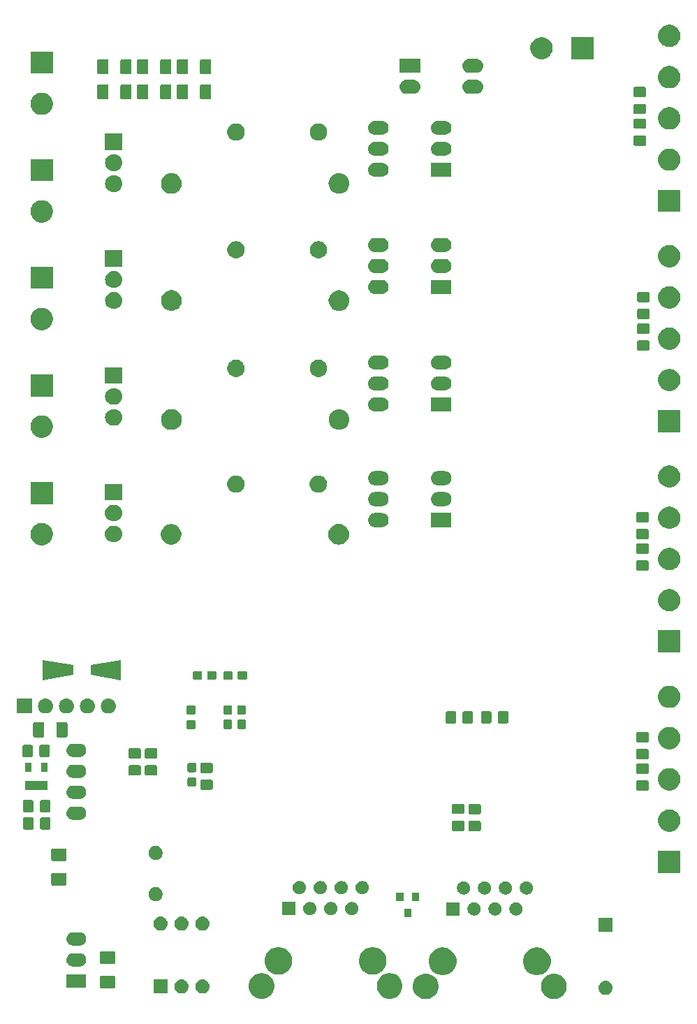
<source format=gbr>
G04 #@! TF.GenerationSoftware,KiCad,Pcbnew,(5.1.0)-1*
G04 #@! TF.CreationDate,2020-06-05T16:09:23+08:00*
G04 #@! TF.ProjectId,vibro_magnet,76696272-6f5f-46d6-9167-6e65742e6b69,rev?*
G04 #@! TF.SameCoordinates,Original*
G04 #@! TF.FileFunction,Soldermask,Bot*
G04 #@! TF.FilePolarity,Negative*
%FSLAX46Y46*%
G04 Gerber Fmt 4.6, Leading zero omitted, Abs format (unit mm)*
G04 Created by KiCad (PCBNEW (5.1.0)-1) date 2020-06-05 16:09:23*
%MOMM*%
%LPD*%
G04 APERTURE LIST*
%ADD10C,0.100000*%
G04 APERTURE END LIST*
D10*
G36*
X127886316Y-162468604D02*
G01*
X128087410Y-162508604D01*
X128369674Y-162625521D01*
X128623705Y-162795259D01*
X128839741Y-163011295D01*
X129009479Y-163265326D01*
X129126396Y-163547590D01*
X129126396Y-163547591D01*
X129186000Y-163847239D01*
X129186000Y-164152761D01*
X129172504Y-164220608D01*
X129126396Y-164452410D01*
X129009479Y-164734674D01*
X128839741Y-164988705D01*
X128623705Y-165204741D01*
X128369674Y-165374479D01*
X128087410Y-165491396D01*
X127988854Y-165511000D01*
X127787761Y-165551000D01*
X127482239Y-165551000D01*
X127281146Y-165511000D01*
X127182590Y-165491396D01*
X126900326Y-165374479D01*
X126646295Y-165204741D01*
X126430259Y-164988705D01*
X126260521Y-164734674D01*
X126143604Y-164452410D01*
X126097496Y-164220608D01*
X126084000Y-164152761D01*
X126084000Y-163847239D01*
X126143604Y-163547591D01*
X126143604Y-163547590D01*
X126260521Y-163265326D01*
X126430259Y-163011295D01*
X126646295Y-162795259D01*
X126900326Y-162625521D01*
X127182590Y-162508604D01*
X127383684Y-162468604D01*
X127482239Y-162449000D01*
X127787761Y-162449000D01*
X127886316Y-162468604D01*
X127886316Y-162468604D01*
G37*
G36*
X112346316Y-162468604D02*
G01*
X112547410Y-162508604D01*
X112829674Y-162625521D01*
X113083705Y-162795259D01*
X113299741Y-163011295D01*
X113469479Y-163265326D01*
X113586396Y-163547590D01*
X113586396Y-163547591D01*
X113646000Y-163847239D01*
X113646000Y-164152761D01*
X113632504Y-164220608D01*
X113586396Y-164452410D01*
X113469479Y-164734674D01*
X113299741Y-164988705D01*
X113083705Y-165204741D01*
X112829674Y-165374479D01*
X112547410Y-165491396D01*
X112448854Y-165511000D01*
X112247761Y-165551000D01*
X111942239Y-165551000D01*
X111741146Y-165511000D01*
X111642590Y-165491396D01*
X111360326Y-165374479D01*
X111106295Y-165204741D01*
X110890259Y-164988705D01*
X110720521Y-164734674D01*
X110603604Y-164452410D01*
X110557496Y-164220608D01*
X110544000Y-164152761D01*
X110544000Y-163847239D01*
X110603604Y-163547591D01*
X110603604Y-163547590D01*
X110720521Y-163265326D01*
X110890259Y-163011295D01*
X111106295Y-162795259D01*
X111360326Y-162625521D01*
X111642590Y-162508604D01*
X111843684Y-162468604D01*
X111942239Y-162449000D01*
X112247761Y-162449000D01*
X112346316Y-162468604D01*
X112346316Y-162468604D01*
G37*
G36*
X92459738Y-162435252D02*
G01*
X92627410Y-162468604D01*
X92909674Y-162585521D01*
X93163705Y-162755259D01*
X93379741Y-162971295D01*
X93549479Y-163225326D01*
X93666396Y-163507590D01*
X93726000Y-163807240D01*
X93726000Y-164112760D01*
X93666396Y-164412410D01*
X93549479Y-164694674D01*
X93379741Y-164948705D01*
X93163705Y-165164741D01*
X92909674Y-165334479D01*
X92627410Y-165451396D01*
X92477585Y-165481198D01*
X92327761Y-165511000D01*
X92022239Y-165511000D01*
X91872415Y-165481198D01*
X91722590Y-165451396D01*
X91440326Y-165334479D01*
X91186295Y-165164741D01*
X90970259Y-164948705D01*
X90800521Y-164694674D01*
X90683604Y-164412410D01*
X90624000Y-164112760D01*
X90624000Y-163807240D01*
X90683604Y-163507590D01*
X90800521Y-163225326D01*
X90970259Y-162971295D01*
X91186295Y-162755259D01*
X91440326Y-162585521D01*
X91722590Y-162468604D01*
X91890262Y-162435252D01*
X92022239Y-162409000D01*
X92327761Y-162409000D01*
X92459738Y-162435252D01*
X92459738Y-162435252D01*
G37*
G36*
X107999738Y-162435252D02*
G01*
X108167410Y-162468604D01*
X108449674Y-162585521D01*
X108703705Y-162755259D01*
X108919741Y-162971295D01*
X109089479Y-163225326D01*
X109206396Y-163507590D01*
X109266000Y-163807240D01*
X109266000Y-164112760D01*
X109206396Y-164412410D01*
X109089479Y-164694674D01*
X108919741Y-164948705D01*
X108703705Y-165164741D01*
X108449674Y-165334479D01*
X108167410Y-165451396D01*
X108017585Y-165481198D01*
X107867761Y-165511000D01*
X107562239Y-165511000D01*
X107412415Y-165481198D01*
X107262590Y-165451396D01*
X106980326Y-165334479D01*
X106726295Y-165164741D01*
X106510259Y-164948705D01*
X106340521Y-164694674D01*
X106223604Y-164412410D01*
X106164000Y-164112760D01*
X106164000Y-163807240D01*
X106223604Y-163507590D01*
X106340521Y-163225326D01*
X106510259Y-162971295D01*
X106726295Y-162755259D01*
X106980326Y-162585521D01*
X107262590Y-162468604D01*
X107430262Y-162435252D01*
X107562239Y-162409000D01*
X107867761Y-162409000D01*
X107999738Y-162435252D01*
X107999738Y-162435252D01*
G37*
G36*
X134066823Y-163341313D02*
G01*
X134227242Y-163389976D01*
X134359906Y-163460886D01*
X134375078Y-163468996D01*
X134504659Y-163575341D01*
X134611004Y-163704922D01*
X134611005Y-163704924D01*
X134690024Y-163852758D01*
X134738687Y-164013177D01*
X134755117Y-164180000D01*
X134738687Y-164346823D01*
X134690024Y-164507242D01*
X134632608Y-164614659D01*
X134611004Y-164655078D01*
X134504659Y-164784659D01*
X134375078Y-164891004D01*
X134375076Y-164891005D01*
X134227242Y-164970024D01*
X134066823Y-165018687D01*
X133941804Y-165031000D01*
X133858196Y-165031000D01*
X133733177Y-165018687D01*
X133572758Y-164970024D01*
X133424924Y-164891005D01*
X133424922Y-164891004D01*
X133295341Y-164784659D01*
X133188996Y-164655078D01*
X133167392Y-164614659D01*
X133109976Y-164507242D01*
X133061313Y-164346823D01*
X133044883Y-164180000D01*
X133061313Y-164013177D01*
X133109976Y-163852758D01*
X133188995Y-163704924D01*
X133188996Y-163704922D01*
X133295341Y-163575341D01*
X133424922Y-163468996D01*
X133440094Y-163460886D01*
X133572758Y-163389976D01*
X133733177Y-163341313D01*
X133858196Y-163329000D01*
X133941804Y-163329000D01*
X134066823Y-163341313D01*
X134066823Y-163341313D01*
G37*
G36*
X82646823Y-163171313D02*
G01*
X82807242Y-163219976D01*
X82939906Y-163290886D01*
X82955078Y-163298996D01*
X83084659Y-163405341D01*
X83191004Y-163534922D01*
X83191005Y-163534924D01*
X83270024Y-163682758D01*
X83318687Y-163843177D01*
X83335117Y-164010000D01*
X83318687Y-164176823D01*
X83270024Y-164337242D01*
X83229846Y-164412409D01*
X83191004Y-164485078D01*
X83084659Y-164614659D01*
X82955078Y-164721004D01*
X82955076Y-164721005D01*
X82807242Y-164800024D01*
X82646823Y-164848687D01*
X82521804Y-164861000D01*
X82438196Y-164861000D01*
X82313177Y-164848687D01*
X82152758Y-164800024D01*
X82004924Y-164721005D01*
X82004922Y-164721004D01*
X81875341Y-164614659D01*
X81768996Y-164485078D01*
X81730154Y-164412409D01*
X81689976Y-164337242D01*
X81641313Y-164176823D01*
X81624883Y-164010000D01*
X81641313Y-163843177D01*
X81689976Y-163682758D01*
X81768995Y-163534924D01*
X81768996Y-163534922D01*
X81875341Y-163405341D01*
X82004922Y-163298996D01*
X82020094Y-163290886D01*
X82152758Y-163219976D01*
X82313177Y-163171313D01*
X82438196Y-163159000D01*
X82521804Y-163159000D01*
X82646823Y-163171313D01*
X82646823Y-163171313D01*
G37*
G36*
X80791000Y-164861000D02*
G01*
X79089000Y-164861000D01*
X79089000Y-163159000D01*
X80791000Y-163159000D01*
X80791000Y-164861000D01*
X80791000Y-164861000D01*
G37*
G36*
X85186823Y-163171313D02*
G01*
X85347242Y-163219976D01*
X85479906Y-163290886D01*
X85495078Y-163298996D01*
X85624659Y-163405341D01*
X85731004Y-163534922D01*
X85731005Y-163534924D01*
X85810024Y-163682758D01*
X85858687Y-163843177D01*
X85875117Y-164010000D01*
X85858687Y-164176823D01*
X85810024Y-164337242D01*
X85769846Y-164412409D01*
X85731004Y-164485078D01*
X85624659Y-164614659D01*
X85495078Y-164721004D01*
X85495076Y-164721005D01*
X85347242Y-164800024D01*
X85186823Y-164848687D01*
X85061804Y-164861000D01*
X84978196Y-164861000D01*
X84853177Y-164848687D01*
X84692758Y-164800024D01*
X84544924Y-164721005D01*
X84544922Y-164721004D01*
X84415341Y-164614659D01*
X84308996Y-164485078D01*
X84270154Y-164412409D01*
X84229976Y-164337242D01*
X84181313Y-164176823D01*
X84164883Y-164010000D01*
X84181313Y-163843177D01*
X84229976Y-163682758D01*
X84308995Y-163534924D01*
X84308996Y-163534922D01*
X84415341Y-163405341D01*
X84544922Y-163298996D01*
X84560094Y-163290886D01*
X84692758Y-163219976D01*
X84853177Y-163171313D01*
X84978196Y-163159000D01*
X85061804Y-163159000D01*
X85186823Y-163171313D01*
X85186823Y-163171313D01*
G37*
G36*
X74315562Y-162718181D02*
G01*
X74350481Y-162728774D01*
X74382663Y-162745976D01*
X74410873Y-162769127D01*
X74434024Y-162797337D01*
X74451226Y-162829519D01*
X74461819Y-162864438D01*
X74466000Y-162906895D01*
X74466000Y-164048105D01*
X74461819Y-164090562D01*
X74451226Y-164125481D01*
X74434024Y-164157663D01*
X74410873Y-164185873D01*
X74382663Y-164209024D01*
X74350481Y-164226226D01*
X74315562Y-164236819D01*
X74273105Y-164241000D01*
X72806895Y-164241000D01*
X72764438Y-164236819D01*
X72729519Y-164226226D01*
X72697337Y-164209024D01*
X72669127Y-164185873D01*
X72645976Y-164157663D01*
X72628774Y-164125481D01*
X72618181Y-164090562D01*
X72614000Y-164048105D01*
X72614000Y-162906895D01*
X72618181Y-162864438D01*
X72628774Y-162829519D01*
X72645976Y-162797337D01*
X72669127Y-162769127D01*
X72697337Y-162745976D01*
X72729519Y-162728774D01*
X72764438Y-162718181D01*
X72806895Y-162714000D01*
X74273105Y-162714000D01*
X74315562Y-162718181D01*
X74315562Y-162718181D01*
G37*
G36*
X70931000Y-164121000D02*
G01*
X68529000Y-164121000D01*
X68529000Y-162519000D01*
X70931000Y-162519000D01*
X70931000Y-164121000D01*
X70931000Y-164121000D01*
G37*
G36*
X114437779Y-159298408D02*
G01*
X114638871Y-159338408D01*
X114943883Y-159464748D01*
X115218387Y-159648166D01*
X115451834Y-159881613D01*
X115635252Y-160156117D01*
X115761592Y-160461129D01*
X115761592Y-160461130D01*
X115818044Y-160744928D01*
X115826000Y-160784928D01*
X115826000Y-161115072D01*
X115761592Y-161438871D01*
X115635252Y-161743883D01*
X115451834Y-162018387D01*
X115218387Y-162251834D01*
X114943883Y-162435252D01*
X114638871Y-162561592D01*
X114518572Y-162585521D01*
X114315073Y-162626000D01*
X113984927Y-162626000D01*
X113781428Y-162585521D01*
X113661129Y-162561592D01*
X113356117Y-162435252D01*
X113081613Y-162251834D01*
X112848166Y-162018387D01*
X112664748Y-161743883D01*
X112538408Y-161438871D01*
X112474000Y-161115072D01*
X112474000Y-160784928D01*
X112481957Y-160744928D01*
X112538408Y-160461130D01*
X112538408Y-160461129D01*
X112664748Y-160156117D01*
X112848166Y-159881613D01*
X113081613Y-159648166D01*
X113356117Y-159464748D01*
X113661129Y-159338408D01*
X113862221Y-159298408D01*
X113984927Y-159274000D01*
X114315073Y-159274000D01*
X114437779Y-159298408D01*
X114437779Y-159298408D01*
G37*
G36*
X125867779Y-159298408D02*
G01*
X126068871Y-159338408D01*
X126373883Y-159464748D01*
X126648387Y-159648166D01*
X126881834Y-159881613D01*
X127065252Y-160156117D01*
X127191592Y-160461129D01*
X127191592Y-160461130D01*
X127248044Y-160744928D01*
X127256000Y-160784928D01*
X127256000Y-161115072D01*
X127191592Y-161438871D01*
X127065252Y-161743883D01*
X126881834Y-162018387D01*
X126648387Y-162251834D01*
X126373883Y-162435252D01*
X126068871Y-162561592D01*
X125948572Y-162585521D01*
X125745073Y-162626000D01*
X125414927Y-162626000D01*
X125211428Y-162585521D01*
X125091129Y-162561592D01*
X124786117Y-162435252D01*
X124511613Y-162251834D01*
X124278166Y-162018387D01*
X124094748Y-161743883D01*
X123968408Y-161438871D01*
X123904000Y-161115072D01*
X123904000Y-160784928D01*
X123911957Y-160744928D01*
X123968408Y-160461130D01*
X123968408Y-160461129D01*
X124094748Y-160156117D01*
X124278166Y-159881613D01*
X124511613Y-159648166D01*
X124786117Y-159464748D01*
X125091129Y-159338408D01*
X125292221Y-159298408D01*
X125414927Y-159274000D01*
X125745073Y-159274000D01*
X125867779Y-159298408D01*
X125867779Y-159298408D01*
G37*
G36*
X106148871Y-159298408D02*
G01*
X106453883Y-159424748D01*
X106728387Y-159608166D01*
X106961834Y-159841613D01*
X107145252Y-160116117D01*
X107271592Y-160421129D01*
X107303796Y-160583029D01*
X107336000Y-160744927D01*
X107336000Y-161075073D01*
X107328043Y-161115073D01*
X107271592Y-161398871D01*
X107145252Y-161703883D01*
X106961834Y-161978387D01*
X106728387Y-162211834D01*
X106453883Y-162395252D01*
X106148871Y-162521592D01*
X105825073Y-162586000D01*
X105494927Y-162586000D01*
X105171129Y-162521592D01*
X104866117Y-162395252D01*
X104591613Y-162211834D01*
X104358166Y-161978387D01*
X104174748Y-161703883D01*
X104048408Y-161398871D01*
X103991957Y-161115073D01*
X103984000Y-161075073D01*
X103984000Y-160744927D01*
X104048408Y-160421129D01*
X104174748Y-160116117D01*
X104358166Y-159841613D01*
X104591613Y-159608166D01*
X104866117Y-159424748D01*
X105171129Y-159298408D01*
X105494927Y-159234000D01*
X105825073Y-159234000D01*
X106148871Y-159298408D01*
X106148871Y-159298408D01*
G37*
G36*
X94718871Y-159298408D02*
G01*
X95023883Y-159424748D01*
X95298387Y-159608166D01*
X95531834Y-159841613D01*
X95715252Y-160116117D01*
X95841592Y-160421129D01*
X95873796Y-160583029D01*
X95906000Y-160744927D01*
X95906000Y-161075073D01*
X95898043Y-161115073D01*
X95841592Y-161398871D01*
X95715252Y-161703883D01*
X95531834Y-161978387D01*
X95298387Y-162211834D01*
X95023883Y-162395252D01*
X94718871Y-162521592D01*
X94395073Y-162586000D01*
X94064927Y-162586000D01*
X93741129Y-162521592D01*
X93436117Y-162395252D01*
X93161613Y-162211834D01*
X92928166Y-161978387D01*
X92744748Y-161703883D01*
X92618408Y-161398871D01*
X92561957Y-161115073D01*
X92554000Y-161075073D01*
X92554000Y-160744927D01*
X92586204Y-160583029D01*
X92618408Y-160421129D01*
X92744748Y-160116117D01*
X92928166Y-159841613D01*
X93161613Y-159608166D01*
X93436117Y-159424748D01*
X93741129Y-159298408D01*
X94064927Y-159234000D01*
X94395073Y-159234000D01*
X94718871Y-159298408D01*
X94718871Y-159298408D01*
G37*
G36*
X70208571Y-159982863D02*
G01*
X70287023Y-159990590D01*
X70387682Y-160021125D01*
X70438013Y-160036392D01*
X70577165Y-160110771D01*
X70699133Y-160210867D01*
X70799229Y-160332835D01*
X70873608Y-160471987D01*
X70873608Y-160471988D01*
X70919410Y-160622977D01*
X70934875Y-160780000D01*
X70919410Y-160937023D01*
X70900881Y-160998105D01*
X70873608Y-161088013D01*
X70799229Y-161227165D01*
X70699133Y-161349133D01*
X70577165Y-161449229D01*
X70438013Y-161523608D01*
X70387682Y-161538875D01*
X70287023Y-161569410D01*
X70208571Y-161577137D01*
X70169346Y-161581000D01*
X69290654Y-161581000D01*
X69251429Y-161577137D01*
X69172977Y-161569410D01*
X69072318Y-161538875D01*
X69021987Y-161523608D01*
X68882835Y-161449229D01*
X68760867Y-161349133D01*
X68660771Y-161227165D01*
X68586392Y-161088013D01*
X68559119Y-160998105D01*
X68540590Y-160937023D01*
X68525125Y-160780000D01*
X68540590Y-160622977D01*
X68586392Y-160471988D01*
X68586392Y-160471987D01*
X68660771Y-160332835D01*
X68760867Y-160210867D01*
X68882835Y-160110771D01*
X69021987Y-160036392D01*
X69072318Y-160021125D01*
X69172977Y-159990590D01*
X69251429Y-159982863D01*
X69290654Y-159979000D01*
X70169346Y-159979000D01*
X70208571Y-159982863D01*
X70208571Y-159982863D01*
G37*
G36*
X74315562Y-159743181D02*
G01*
X74350481Y-159753774D01*
X74382663Y-159770976D01*
X74410873Y-159794127D01*
X74434024Y-159822337D01*
X74451226Y-159854519D01*
X74461819Y-159889438D01*
X74466000Y-159931895D01*
X74466000Y-161073105D01*
X74461819Y-161115562D01*
X74451226Y-161150481D01*
X74434024Y-161182663D01*
X74410873Y-161210873D01*
X74382663Y-161234024D01*
X74350481Y-161251226D01*
X74315562Y-161261819D01*
X74273105Y-161266000D01*
X72806895Y-161266000D01*
X72764438Y-161261819D01*
X72729519Y-161251226D01*
X72697337Y-161234024D01*
X72669127Y-161210873D01*
X72645976Y-161182663D01*
X72628774Y-161150481D01*
X72618181Y-161115562D01*
X72614000Y-161073105D01*
X72614000Y-159931895D01*
X72618181Y-159889438D01*
X72628774Y-159854519D01*
X72645976Y-159822337D01*
X72669127Y-159794127D01*
X72697337Y-159770976D01*
X72729519Y-159753774D01*
X72764438Y-159743181D01*
X72806895Y-159739000D01*
X74273105Y-159739000D01*
X74315562Y-159743181D01*
X74315562Y-159743181D01*
G37*
G36*
X70208571Y-157442863D02*
G01*
X70287023Y-157450590D01*
X70387682Y-157481125D01*
X70438013Y-157496392D01*
X70577165Y-157570771D01*
X70699133Y-157670867D01*
X70799229Y-157792835D01*
X70873608Y-157931987D01*
X70873608Y-157931988D01*
X70919410Y-158082977D01*
X70934875Y-158240000D01*
X70919410Y-158397023D01*
X70888875Y-158497682D01*
X70873608Y-158548013D01*
X70799229Y-158687165D01*
X70699133Y-158809133D01*
X70577165Y-158909229D01*
X70438013Y-158983608D01*
X70387682Y-158998875D01*
X70287023Y-159029410D01*
X70208571Y-159037137D01*
X70169346Y-159041000D01*
X69290654Y-159041000D01*
X69251429Y-159037137D01*
X69172977Y-159029410D01*
X69072318Y-158998875D01*
X69021987Y-158983608D01*
X68882835Y-158909229D01*
X68760867Y-158809133D01*
X68660771Y-158687165D01*
X68586392Y-158548013D01*
X68571125Y-158497682D01*
X68540590Y-158397023D01*
X68525125Y-158240000D01*
X68540590Y-158082977D01*
X68586392Y-157931988D01*
X68586392Y-157931987D01*
X68660771Y-157792835D01*
X68760867Y-157670867D01*
X68882835Y-157570771D01*
X69021987Y-157496392D01*
X69072318Y-157481125D01*
X69172977Y-157450590D01*
X69251429Y-157442863D01*
X69290654Y-157439000D01*
X70169346Y-157439000D01*
X70208571Y-157442863D01*
X70208571Y-157442863D01*
G37*
G36*
X134751000Y-157411000D02*
G01*
X133049000Y-157411000D01*
X133049000Y-155709000D01*
X134751000Y-155709000D01*
X134751000Y-157411000D01*
X134751000Y-157411000D01*
G37*
G36*
X80106823Y-155551313D02*
G01*
X80267242Y-155599976D01*
X80302833Y-155619000D01*
X80415078Y-155678996D01*
X80544659Y-155785341D01*
X80651004Y-155914922D01*
X80651005Y-155914924D01*
X80730024Y-156062758D01*
X80778687Y-156223177D01*
X80795117Y-156390000D01*
X80778687Y-156556823D01*
X80730024Y-156717242D01*
X80659114Y-156849906D01*
X80651004Y-156865078D01*
X80544659Y-156994659D01*
X80415078Y-157101004D01*
X80415076Y-157101005D01*
X80267242Y-157180024D01*
X80106823Y-157228687D01*
X79981804Y-157241000D01*
X79898196Y-157241000D01*
X79773177Y-157228687D01*
X79612758Y-157180024D01*
X79464924Y-157101005D01*
X79464922Y-157101004D01*
X79335341Y-156994659D01*
X79228996Y-156865078D01*
X79220886Y-156849906D01*
X79149976Y-156717242D01*
X79101313Y-156556823D01*
X79084883Y-156390000D01*
X79101313Y-156223177D01*
X79149976Y-156062758D01*
X79228995Y-155914924D01*
X79228996Y-155914922D01*
X79335341Y-155785341D01*
X79464922Y-155678996D01*
X79577167Y-155619000D01*
X79612758Y-155599976D01*
X79773177Y-155551313D01*
X79898196Y-155539000D01*
X79981804Y-155539000D01*
X80106823Y-155551313D01*
X80106823Y-155551313D01*
G37*
G36*
X82646823Y-155551313D02*
G01*
X82807242Y-155599976D01*
X82842833Y-155619000D01*
X82955078Y-155678996D01*
X83084659Y-155785341D01*
X83191004Y-155914922D01*
X83191005Y-155914924D01*
X83270024Y-156062758D01*
X83318687Y-156223177D01*
X83335117Y-156390000D01*
X83318687Y-156556823D01*
X83270024Y-156717242D01*
X83199114Y-156849906D01*
X83191004Y-156865078D01*
X83084659Y-156994659D01*
X82955078Y-157101004D01*
X82955076Y-157101005D01*
X82807242Y-157180024D01*
X82646823Y-157228687D01*
X82521804Y-157241000D01*
X82438196Y-157241000D01*
X82313177Y-157228687D01*
X82152758Y-157180024D01*
X82004924Y-157101005D01*
X82004922Y-157101004D01*
X81875341Y-156994659D01*
X81768996Y-156865078D01*
X81760886Y-156849906D01*
X81689976Y-156717242D01*
X81641313Y-156556823D01*
X81624883Y-156390000D01*
X81641313Y-156223177D01*
X81689976Y-156062758D01*
X81768995Y-155914924D01*
X81768996Y-155914922D01*
X81875341Y-155785341D01*
X82004922Y-155678996D01*
X82117167Y-155619000D01*
X82152758Y-155599976D01*
X82313177Y-155551313D01*
X82438196Y-155539000D01*
X82521804Y-155539000D01*
X82646823Y-155551313D01*
X82646823Y-155551313D01*
G37*
G36*
X85186823Y-155551313D02*
G01*
X85347242Y-155599976D01*
X85382833Y-155619000D01*
X85495078Y-155678996D01*
X85624659Y-155785341D01*
X85731004Y-155914922D01*
X85731005Y-155914924D01*
X85810024Y-156062758D01*
X85858687Y-156223177D01*
X85875117Y-156390000D01*
X85858687Y-156556823D01*
X85810024Y-156717242D01*
X85739114Y-156849906D01*
X85731004Y-156865078D01*
X85624659Y-156994659D01*
X85495078Y-157101004D01*
X85495076Y-157101005D01*
X85347242Y-157180024D01*
X85186823Y-157228687D01*
X85061804Y-157241000D01*
X84978196Y-157241000D01*
X84853177Y-157228687D01*
X84692758Y-157180024D01*
X84544924Y-157101005D01*
X84544922Y-157101004D01*
X84415341Y-156994659D01*
X84308996Y-156865078D01*
X84300886Y-156849906D01*
X84229976Y-156717242D01*
X84181313Y-156556823D01*
X84164883Y-156390000D01*
X84181313Y-156223177D01*
X84229976Y-156062758D01*
X84308995Y-155914924D01*
X84308996Y-155914922D01*
X84415341Y-155785341D01*
X84544922Y-155678996D01*
X84657167Y-155619000D01*
X84692758Y-155599976D01*
X84853177Y-155551313D01*
X84978196Y-155539000D01*
X85061804Y-155539000D01*
X85186823Y-155551313D01*
X85186823Y-155551313D01*
G37*
G36*
X110373000Y-155619000D02*
G01*
X109471000Y-155619000D01*
X109471000Y-154617000D01*
X110373000Y-154617000D01*
X110373000Y-155619000D01*
X110373000Y-155619000D01*
G37*
G36*
X116221000Y-155401000D02*
G01*
X114619000Y-155401000D01*
X114619000Y-153799000D01*
X116221000Y-153799000D01*
X116221000Y-155401000D01*
X116221000Y-155401000D01*
G37*
G36*
X120733642Y-153829781D02*
G01*
X120879414Y-153890162D01*
X120879416Y-153890163D01*
X121010608Y-153977822D01*
X121122178Y-154089392D01*
X121183110Y-154180584D01*
X121209838Y-154220586D01*
X121270219Y-154366358D01*
X121301000Y-154521107D01*
X121301000Y-154678893D01*
X121270219Y-154833642D01*
X121226406Y-154939416D01*
X121209837Y-154979416D01*
X121122178Y-155110608D01*
X121010608Y-155222178D01*
X120879416Y-155309837D01*
X120879415Y-155309838D01*
X120879414Y-155309838D01*
X120733642Y-155370219D01*
X120578893Y-155401000D01*
X120421107Y-155401000D01*
X120266358Y-155370219D01*
X120120586Y-155309838D01*
X120120585Y-155309838D01*
X120120584Y-155309837D01*
X119989392Y-155222178D01*
X119877822Y-155110608D01*
X119790163Y-154979416D01*
X119773594Y-154939416D01*
X119729781Y-154833642D01*
X119699000Y-154678893D01*
X119699000Y-154521107D01*
X119729781Y-154366358D01*
X119790162Y-154220586D01*
X119816890Y-154180584D01*
X119877822Y-154089392D01*
X119989392Y-153977822D01*
X120120584Y-153890163D01*
X120120586Y-153890162D01*
X120266358Y-153829781D01*
X120421107Y-153799000D01*
X120578893Y-153799000D01*
X120733642Y-153829781D01*
X120733642Y-153829781D01*
G37*
G36*
X123273642Y-153829781D02*
G01*
X123419414Y-153890162D01*
X123419416Y-153890163D01*
X123550608Y-153977822D01*
X123662178Y-154089392D01*
X123723110Y-154180584D01*
X123749838Y-154220586D01*
X123810219Y-154366358D01*
X123841000Y-154521107D01*
X123841000Y-154678893D01*
X123810219Y-154833642D01*
X123766406Y-154939416D01*
X123749837Y-154979416D01*
X123662178Y-155110608D01*
X123550608Y-155222178D01*
X123419416Y-155309837D01*
X123419415Y-155309838D01*
X123419414Y-155309838D01*
X123273642Y-155370219D01*
X123118893Y-155401000D01*
X122961107Y-155401000D01*
X122806358Y-155370219D01*
X122660586Y-155309838D01*
X122660585Y-155309838D01*
X122660584Y-155309837D01*
X122529392Y-155222178D01*
X122417822Y-155110608D01*
X122330163Y-154979416D01*
X122313594Y-154939416D01*
X122269781Y-154833642D01*
X122239000Y-154678893D01*
X122239000Y-154521107D01*
X122269781Y-154366358D01*
X122330162Y-154220586D01*
X122356890Y-154180584D01*
X122417822Y-154089392D01*
X122529392Y-153977822D01*
X122660584Y-153890163D01*
X122660586Y-153890162D01*
X122806358Y-153829781D01*
X122961107Y-153799000D01*
X123118893Y-153799000D01*
X123273642Y-153829781D01*
X123273642Y-153829781D01*
G37*
G36*
X118193642Y-153829781D02*
G01*
X118339414Y-153890162D01*
X118339416Y-153890163D01*
X118470608Y-153977822D01*
X118582178Y-154089392D01*
X118643110Y-154180584D01*
X118669838Y-154220586D01*
X118730219Y-154366358D01*
X118761000Y-154521107D01*
X118761000Y-154678893D01*
X118730219Y-154833642D01*
X118686406Y-154939416D01*
X118669837Y-154979416D01*
X118582178Y-155110608D01*
X118470608Y-155222178D01*
X118339416Y-155309837D01*
X118339415Y-155309838D01*
X118339414Y-155309838D01*
X118193642Y-155370219D01*
X118038893Y-155401000D01*
X117881107Y-155401000D01*
X117726358Y-155370219D01*
X117580586Y-155309838D01*
X117580585Y-155309838D01*
X117580584Y-155309837D01*
X117449392Y-155222178D01*
X117337822Y-155110608D01*
X117250163Y-154979416D01*
X117233594Y-154939416D01*
X117189781Y-154833642D01*
X117159000Y-154678893D01*
X117159000Y-154521107D01*
X117189781Y-154366358D01*
X117250162Y-154220586D01*
X117276890Y-154180584D01*
X117337822Y-154089392D01*
X117449392Y-153977822D01*
X117580584Y-153890163D01*
X117580586Y-153890162D01*
X117726358Y-153829781D01*
X117881107Y-153799000D01*
X118038893Y-153799000D01*
X118193642Y-153829781D01*
X118193642Y-153829781D01*
G37*
G36*
X100813642Y-153789781D02*
G01*
X100959414Y-153850162D01*
X100959416Y-153850163D01*
X101090608Y-153937822D01*
X101202178Y-154049392D01*
X101289837Y-154180584D01*
X101289838Y-154180586D01*
X101350219Y-154326358D01*
X101381000Y-154481107D01*
X101381000Y-154638893D01*
X101350219Y-154793642D01*
X101289838Y-154939414D01*
X101289837Y-154939416D01*
X101202178Y-155070608D01*
X101090608Y-155182178D01*
X100959416Y-155269837D01*
X100959415Y-155269838D01*
X100959414Y-155269838D01*
X100813642Y-155330219D01*
X100658893Y-155361000D01*
X100501107Y-155361000D01*
X100346358Y-155330219D01*
X100200586Y-155269838D01*
X100200585Y-155269838D01*
X100200584Y-155269837D01*
X100069392Y-155182178D01*
X99957822Y-155070608D01*
X99870163Y-154939416D01*
X99870162Y-154939414D01*
X99809781Y-154793642D01*
X99779000Y-154638893D01*
X99779000Y-154481107D01*
X99809781Y-154326358D01*
X99870162Y-154180586D01*
X99870163Y-154180584D01*
X99957822Y-154049392D01*
X100069392Y-153937822D01*
X100200584Y-153850163D01*
X100200586Y-153850162D01*
X100346358Y-153789781D01*
X100501107Y-153759000D01*
X100658893Y-153759000D01*
X100813642Y-153789781D01*
X100813642Y-153789781D01*
G37*
G36*
X103353642Y-153789781D02*
G01*
X103499414Y-153850162D01*
X103499416Y-153850163D01*
X103630608Y-153937822D01*
X103742178Y-154049392D01*
X103829837Y-154180584D01*
X103829838Y-154180586D01*
X103890219Y-154326358D01*
X103921000Y-154481107D01*
X103921000Y-154638893D01*
X103890219Y-154793642D01*
X103829838Y-154939414D01*
X103829837Y-154939416D01*
X103742178Y-155070608D01*
X103630608Y-155182178D01*
X103499416Y-155269837D01*
X103499415Y-155269838D01*
X103499414Y-155269838D01*
X103353642Y-155330219D01*
X103198893Y-155361000D01*
X103041107Y-155361000D01*
X102886358Y-155330219D01*
X102740586Y-155269838D01*
X102740585Y-155269838D01*
X102740584Y-155269837D01*
X102609392Y-155182178D01*
X102497822Y-155070608D01*
X102410163Y-154939416D01*
X102410162Y-154939414D01*
X102349781Y-154793642D01*
X102319000Y-154638893D01*
X102319000Y-154481107D01*
X102349781Y-154326358D01*
X102410162Y-154180586D01*
X102410163Y-154180584D01*
X102497822Y-154049392D01*
X102609392Y-153937822D01*
X102740584Y-153850163D01*
X102740586Y-153850162D01*
X102886358Y-153789781D01*
X103041107Y-153759000D01*
X103198893Y-153759000D01*
X103353642Y-153789781D01*
X103353642Y-153789781D01*
G37*
G36*
X98273642Y-153789781D02*
G01*
X98419414Y-153850162D01*
X98419416Y-153850163D01*
X98550608Y-153937822D01*
X98662178Y-154049392D01*
X98749837Y-154180584D01*
X98749838Y-154180586D01*
X98810219Y-154326358D01*
X98841000Y-154481107D01*
X98841000Y-154638893D01*
X98810219Y-154793642D01*
X98749838Y-154939414D01*
X98749837Y-154939416D01*
X98662178Y-155070608D01*
X98550608Y-155182178D01*
X98419416Y-155269837D01*
X98419415Y-155269838D01*
X98419414Y-155269838D01*
X98273642Y-155330219D01*
X98118893Y-155361000D01*
X97961107Y-155361000D01*
X97806358Y-155330219D01*
X97660586Y-155269838D01*
X97660585Y-155269838D01*
X97660584Y-155269837D01*
X97529392Y-155182178D01*
X97417822Y-155070608D01*
X97330163Y-154939416D01*
X97330162Y-154939414D01*
X97269781Y-154793642D01*
X97239000Y-154638893D01*
X97239000Y-154481107D01*
X97269781Y-154326358D01*
X97330162Y-154180586D01*
X97330163Y-154180584D01*
X97417822Y-154049392D01*
X97529392Y-153937822D01*
X97660584Y-153850163D01*
X97660586Y-153850162D01*
X97806358Y-153789781D01*
X97961107Y-153759000D01*
X98118893Y-153759000D01*
X98273642Y-153789781D01*
X98273642Y-153789781D01*
G37*
G36*
X96301000Y-155361000D02*
G01*
X94699000Y-155361000D01*
X94699000Y-153759000D01*
X96301000Y-153759000D01*
X96301000Y-155361000D01*
X96301000Y-155361000D01*
G37*
G36*
X79598228Y-152001703D02*
G01*
X79753100Y-152065853D01*
X79892481Y-152158985D01*
X80011015Y-152277519D01*
X80104147Y-152416900D01*
X80168297Y-152571772D01*
X80201000Y-152736184D01*
X80201000Y-152903816D01*
X80168297Y-153068228D01*
X80104147Y-153223100D01*
X80011015Y-153362481D01*
X79892481Y-153481015D01*
X79753100Y-153574147D01*
X79598228Y-153638297D01*
X79433816Y-153671000D01*
X79266184Y-153671000D01*
X79101772Y-153638297D01*
X78946900Y-153574147D01*
X78807519Y-153481015D01*
X78688985Y-153362481D01*
X78595853Y-153223100D01*
X78531703Y-153068228D01*
X78499000Y-152903816D01*
X78499000Y-152736184D01*
X78531703Y-152571772D01*
X78595853Y-152416900D01*
X78688985Y-152277519D01*
X78807519Y-152158985D01*
X78946900Y-152065853D01*
X79101772Y-152001703D01*
X79266184Y-151969000D01*
X79433816Y-151969000D01*
X79598228Y-152001703D01*
X79598228Y-152001703D01*
G37*
G36*
X109423000Y-153619000D02*
G01*
X108521000Y-153619000D01*
X108521000Y-152617000D01*
X109423000Y-152617000D01*
X109423000Y-153619000D01*
X109423000Y-153619000D01*
G37*
G36*
X111323000Y-153619000D02*
G01*
X110421000Y-153619000D01*
X110421000Y-152617000D01*
X111323000Y-152617000D01*
X111323000Y-153619000D01*
X111323000Y-153619000D01*
G37*
G36*
X122003642Y-151289781D02*
G01*
X122149414Y-151350162D01*
X122149416Y-151350163D01*
X122280608Y-151437822D01*
X122392178Y-151549392D01*
X122479837Y-151680584D01*
X122479838Y-151680586D01*
X122540219Y-151826358D01*
X122571000Y-151981107D01*
X122571000Y-152138893D01*
X122540219Y-152293642D01*
X122489162Y-152416903D01*
X122479837Y-152439416D01*
X122392178Y-152570608D01*
X122280608Y-152682178D01*
X122149416Y-152769837D01*
X122149415Y-152769838D01*
X122149414Y-152769838D01*
X122003642Y-152830219D01*
X121848893Y-152861000D01*
X121691107Y-152861000D01*
X121536358Y-152830219D01*
X121390586Y-152769838D01*
X121390585Y-152769838D01*
X121390584Y-152769837D01*
X121259392Y-152682178D01*
X121147822Y-152570608D01*
X121060163Y-152439416D01*
X121050838Y-152416903D01*
X120999781Y-152293642D01*
X120969000Y-152138893D01*
X120969000Y-151981107D01*
X120999781Y-151826358D01*
X121060162Y-151680586D01*
X121060163Y-151680584D01*
X121147822Y-151549392D01*
X121259392Y-151437822D01*
X121390584Y-151350163D01*
X121390586Y-151350162D01*
X121536358Y-151289781D01*
X121691107Y-151259000D01*
X121848893Y-151259000D01*
X122003642Y-151289781D01*
X122003642Y-151289781D01*
G37*
G36*
X124543642Y-151289781D02*
G01*
X124689414Y-151350162D01*
X124689416Y-151350163D01*
X124820608Y-151437822D01*
X124932178Y-151549392D01*
X125019837Y-151680584D01*
X125019838Y-151680586D01*
X125080219Y-151826358D01*
X125111000Y-151981107D01*
X125111000Y-152138893D01*
X125080219Y-152293642D01*
X125029162Y-152416903D01*
X125019837Y-152439416D01*
X124932178Y-152570608D01*
X124820608Y-152682178D01*
X124689416Y-152769837D01*
X124689415Y-152769838D01*
X124689414Y-152769838D01*
X124543642Y-152830219D01*
X124388893Y-152861000D01*
X124231107Y-152861000D01*
X124076358Y-152830219D01*
X123930586Y-152769838D01*
X123930585Y-152769838D01*
X123930584Y-152769837D01*
X123799392Y-152682178D01*
X123687822Y-152570608D01*
X123600163Y-152439416D01*
X123590838Y-152416903D01*
X123539781Y-152293642D01*
X123509000Y-152138893D01*
X123509000Y-151981107D01*
X123539781Y-151826358D01*
X123600162Y-151680586D01*
X123600163Y-151680584D01*
X123687822Y-151549392D01*
X123799392Y-151437822D01*
X123930584Y-151350163D01*
X123930586Y-151350162D01*
X124076358Y-151289781D01*
X124231107Y-151259000D01*
X124388893Y-151259000D01*
X124543642Y-151289781D01*
X124543642Y-151289781D01*
G37*
G36*
X116923642Y-151289781D02*
G01*
X117069414Y-151350162D01*
X117069416Y-151350163D01*
X117200608Y-151437822D01*
X117312178Y-151549392D01*
X117399837Y-151680584D01*
X117399838Y-151680586D01*
X117460219Y-151826358D01*
X117491000Y-151981107D01*
X117491000Y-152138893D01*
X117460219Y-152293642D01*
X117409162Y-152416903D01*
X117399837Y-152439416D01*
X117312178Y-152570608D01*
X117200608Y-152682178D01*
X117069416Y-152769837D01*
X117069415Y-152769838D01*
X117069414Y-152769838D01*
X116923642Y-152830219D01*
X116768893Y-152861000D01*
X116611107Y-152861000D01*
X116456358Y-152830219D01*
X116310586Y-152769838D01*
X116310585Y-152769838D01*
X116310584Y-152769837D01*
X116179392Y-152682178D01*
X116067822Y-152570608D01*
X115980163Y-152439416D01*
X115970838Y-152416903D01*
X115919781Y-152293642D01*
X115889000Y-152138893D01*
X115889000Y-151981107D01*
X115919781Y-151826358D01*
X115980162Y-151680586D01*
X115980163Y-151680584D01*
X116067822Y-151549392D01*
X116179392Y-151437822D01*
X116310584Y-151350163D01*
X116310586Y-151350162D01*
X116456358Y-151289781D01*
X116611107Y-151259000D01*
X116768893Y-151259000D01*
X116923642Y-151289781D01*
X116923642Y-151289781D01*
G37*
G36*
X119463642Y-151289781D02*
G01*
X119609414Y-151350162D01*
X119609416Y-151350163D01*
X119740608Y-151437822D01*
X119852178Y-151549392D01*
X119939837Y-151680584D01*
X119939838Y-151680586D01*
X120000219Y-151826358D01*
X120031000Y-151981107D01*
X120031000Y-152138893D01*
X120000219Y-152293642D01*
X119949162Y-152416903D01*
X119939837Y-152439416D01*
X119852178Y-152570608D01*
X119740608Y-152682178D01*
X119609416Y-152769837D01*
X119609415Y-152769838D01*
X119609414Y-152769838D01*
X119463642Y-152830219D01*
X119308893Y-152861000D01*
X119151107Y-152861000D01*
X118996358Y-152830219D01*
X118850586Y-152769838D01*
X118850585Y-152769838D01*
X118850584Y-152769837D01*
X118719392Y-152682178D01*
X118607822Y-152570608D01*
X118520163Y-152439416D01*
X118510838Y-152416903D01*
X118459781Y-152293642D01*
X118429000Y-152138893D01*
X118429000Y-151981107D01*
X118459781Y-151826358D01*
X118520162Y-151680586D01*
X118520163Y-151680584D01*
X118607822Y-151549392D01*
X118719392Y-151437822D01*
X118850584Y-151350163D01*
X118850586Y-151350162D01*
X118996358Y-151289781D01*
X119151107Y-151259000D01*
X119308893Y-151259000D01*
X119463642Y-151289781D01*
X119463642Y-151289781D01*
G37*
G36*
X97003642Y-151249781D02*
G01*
X97149414Y-151310162D01*
X97149416Y-151310163D01*
X97280608Y-151397822D01*
X97392178Y-151509392D01*
X97479837Y-151640584D01*
X97479838Y-151640586D01*
X97540219Y-151786358D01*
X97571000Y-151941107D01*
X97571000Y-152098893D01*
X97540219Y-152253642D01*
X97479838Y-152399414D01*
X97479837Y-152399416D01*
X97392178Y-152530608D01*
X97280608Y-152642178D01*
X97149416Y-152729837D01*
X97149415Y-152729838D01*
X97149414Y-152729838D01*
X97003642Y-152790219D01*
X96848893Y-152821000D01*
X96691107Y-152821000D01*
X96536358Y-152790219D01*
X96390586Y-152729838D01*
X96390585Y-152729838D01*
X96390584Y-152729837D01*
X96259392Y-152642178D01*
X96147822Y-152530608D01*
X96060163Y-152399416D01*
X96060162Y-152399414D01*
X95999781Y-152253642D01*
X95969000Y-152098893D01*
X95969000Y-151941107D01*
X95999781Y-151786358D01*
X96060162Y-151640586D01*
X96060163Y-151640584D01*
X96147822Y-151509392D01*
X96259392Y-151397822D01*
X96390584Y-151310163D01*
X96390586Y-151310162D01*
X96536358Y-151249781D01*
X96691107Y-151219000D01*
X96848893Y-151219000D01*
X97003642Y-151249781D01*
X97003642Y-151249781D01*
G37*
G36*
X99543642Y-151249781D02*
G01*
X99689414Y-151310162D01*
X99689416Y-151310163D01*
X99820608Y-151397822D01*
X99932178Y-151509392D01*
X100019837Y-151640584D01*
X100019838Y-151640586D01*
X100080219Y-151786358D01*
X100111000Y-151941107D01*
X100111000Y-152098893D01*
X100080219Y-152253642D01*
X100019838Y-152399414D01*
X100019837Y-152399416D01*
X99932178Y-152530608D01*
X99820608Y-152642178D01*
X99689416Y-152729837D01*
X99689415Y-152729838D01*
X99689414Y-152729838D01*
X99543642Y-152790219D01*
X99388893Y-152821000D01*
X99231107Y-152821000D01*
X99076358Y-152790219D01*
X98930586Y-152729838D01*
X98930585Y-152729838D01*
X98930584Y-152729837D01*
X98799392Y-152642178D01*
X98687822Y-152530608D01*
X98600163Y-152399416D01*
X98600162Y-152399414D01*
X98539781Y-152253642D01*
X98509000Y-152098893D01*
X98509000Y-151941107D01*
X98539781Y-151786358D01*
X98600162Y-151640586D01*
X98600163Y-151640584D01*
X98687822Y-151509392D01*
X98799392Y-151397822D01*
X98930584Y-151310163D01*
X98930586Y-151310162D01*
X99076358Y-151249781D01*
X99231107Y-151219000D01*
X99388893Y-151219000D01*
X99543642Y-151249781D01*
X99543642Y-151249781D01*
G37*
G36*
X104623642Y-151249781D02*
G01*
X104769414Y-151310162D01*
X104769416Y-151310163D01*
X104900608Y-151397822D01*
X105012178Y-151509392D01*
X105099837Y-151640584D01*
X105099838Y-151640586D01*
X105160219Y-151786358D01*
X105191000Y-151941107D01*
X105191000Y-152098893D01*
X105160219Y-152253642D01*
X105099838Y-152399414D01*
X105099837Y-152399416D01*
X105012178Y-152530608D01*
X104900608Y-152642178D01*
X104769416Y-152729837D01*
X104769415Y-152729838D01*
X104769414Y-152729838D01*
X104623642Y-152790219D01*
X104468893Y-152821000D01*
X104311107Y-152821000D01*
X104156358Y-152790219D01*
X104010586Y-152729838D01*
X104010585Y-152729838D01*
X104010584Y-152729837D01*
X103879392Y-152642178D01*
X103767822Y-152530608D01*
X103680163Y-152399416D01*
X103680162Y-152399414D01*
X103619781Y-152253642D01*
X103589000Y-152098893D01*
X103589000Y-151941107D01*
X103619781Y-151786358D01*
X103680162Y-151640586D01*
X103680163Y-151640584D01*
X103767822Y-151509392D01*
X103879392Y-151397822D01*
X104010584Y-151310163D01*
X104010586Y-151310162D01*
X104156358Y-151249781D01*
X104311107Y-151219000D01*
X104468893Y-151219000D01*
X104623642Y-151249781D01*
X104623642Y-151249781D01*
G37*
G36*
X102083642Y-151249781D02*
G01*
X102229414Y-151310162D01*
X102229416Y-151310163D01*
X102360608Y-151397822D01*
X102472178Y-151509392D01*
X102559837Y-151640584D01*
X102559838Y-151640586D01*
X102620219Y-151786358D01*
X102651000Y-151941107D01*
X102651000Y-152098893D01*
X102620219Y-152253642D01*
X102559838Y-152399414D01*
X102559837Y-152399416D01*
X102472178Y-152530608D01*
X102360608Y-152642178D01*
X102229416Y-152729837D01*
X102229415Y-152729838D01*
X102229414Y-152729838D01*
X102083642Y-152790219D01*
X101928893Y-152821000D01*
X101771107Y-152821000D01*
X101616358Y-152790219D01*
X101470586Y-152729838D01*
X101470585Y-152729838D01*
X101470584Y-152729837D01*
X101339392Y-152642178D01*
X101227822Y-152530608D01*
X101140163Y-152399416D01*
X101140162Y-152399414D01*
X101079781Y-152253642D01*
X101049000Y-152098893D01*
X101049000Y-151941107D01*
X101079781Y-151786358D01*
X101140162Y-151640586D01*
X101140163Y-151640584D01*
X101227822Y-151509392D01*
X101339392Y-151397822D01*
X101470584Y-151310163D01*
X101470586Y-151310162D01*
X101616358Y-151249781D01*
X101771107Y-151219000D01*
X101928893Y-151219000D01*
X102083642Y-151249781D01*
X102083642Y-151249781D01*
G37*
G36*
X68405562Y-150248181D02*
G01*
X68440481Y-150258774D01*
X68472663Y-150275976D01*
X68500873Y-150299127D01*
X68524024Y-150327337D01*
X68541226Y-150359519D01*
X68551819Y-150394438D01*
X68556000Y-150436895D01*
X68556000Y-151578105D01*
X68551819Y-151620562D01*
X68541226Y-151655481D01*
X68524024Y-151687663D01*
X68500873Y-151715873D01*
X68472663Y-151739024D01*
X68440481Y-151756226D01*
X68405562Y-151766819D01*
X68363105Y-151771000D01*
X66896895Y-151771000D01*
X66854438Y-151766819D01*
X66819519Y-151756226D01*
X66787337Y-151739024D01*
X66759127Y-151715873D01*
X66735976Y-151687663D01*
X66718774Y-151655481D01*
X66708181Y-151620562D01*
X66704000Y-151578105D01*
X66704000Y-150436895D01*
X66708181Y-150394438D01*
X66718774Y-150359519D01*
X66735976Y-150327337D01*
X66759127Y-150299127D01*
X66787337Y-150275976D01*
X66819519Y-150258774D01*
X66854438Y-150248181D01*
X66896895Y-150244000D01*
X68363105Y-150244000D01*
X68405562Y-150248181D01*
X68405562Y-150248181D01*
G37*
G36*
X142971000Y-150241000D02*
G01*
X140269000Y-150241000D01*
X140269000Y-147539000D01*
X142971000Y-147539000D01*
X142971000Y-150241000D01*
X142971000Y-150241000D01*
G37*
G36*
X68405562Y-147273181D02*
G01*
X68440481Y-147283774D01*
X68472663Y-147300976D01*
X68500873Y-147324127D01*
X68524024Y-147352337D01*
X68541226Y-147384519D01*
X68551819Y-147419438D01*
X68556000Y-147461895D01*
X68556000Y-148603105D01*
X68551819Y-148645562D01*
X68541226Y-148680481D01*
X68524024Y-148712663D01*
X68500873Y-148740873D01*
X68472663Y-148764024D01*
X68440481Y-148781226D01*
X68405562Y-148791819D01*
X68363105Y-148796000D01*
X66896895Y-148796000D01*
X66854438Y-148791819D01*
X66819519Y-148781226D01*
X66787337Y-148764024D01*
X66759127Y-148740873D01*
X66735976Y-148712663D01*
X66718774Y-148680481D01*
X66708181Y-148645562D01*
X66704000Y-148603105D01*
X66704000Y-147461895D01*
X66708181Y-147419438D01*
X66718774Y-147384519D01*
X66735976Y-147352337D01*
X66759127Y-147324127D01*
X66787337Y-147300976D01*
X66819519Y-147283774D01*
X66854438Y-147273181D01*
X66896895Y-147269000D01*
X68363105Y-147269000D01*
X68405562Y-147273181D01*
X68405562Y-147273181D01*
G37*
G36*
X79598228Y-147001703D02*
G01*
X79753100Y-147065853D01*
X79892481Y-147158985D01*
X80011015Y-147277519D01*
X80104147Y-147416900D01*
X80168297Y-147571772D01*
X80201000Y-147736184D01*
X80201000Y-147903816D01*
X80168297Y-148068228D01*
X80104147Y-148223100D01*
X80011015Y-148362481D01*
X79892481Y-148481015D01*
X79753100Y-148574147D01*
X79598228Y-148638297D01*
X79433816Y-148671000D01*
X79266184Y-148671000D01*
X79101772Y-148638297D01*
X78946900Y-148574147D01*
X78807519Y-148481015D01*
X78688985Y-148362481D01*
X78595853Y-148223100D01*
X78531703Y-148068228D01*
X78499000Y-147903816D01*
X78499000Y-147736184D01*
X78531703Y-147571772D01*
X78595853Y-147416900D01*
X78688985Y-147277519D01*
X78807519Y-147158985D01*
X78946900Y-147065853D01*
X79101772Y-147001703D01*
X79266184Y-146969000D01*
X79433816Y-146969000D01*
X79598228Y-147001703D01*
X79598228Y-147001703D01*
G37*
G36*
X142014072Y-142590918D02*
G01*
X142258076Y-142691987D01*
X142259939Y-142692759D01*
X142260807Y-142693339D01*
X142481211Y-142840609D01*
X142669391Y-143028789D01*
X142722676Y-143108535D01*
X142755075Y-143157023D01*
X142817242Y-143250063D01*
X142919082Y-143495928D01*
X142971000Y-143756937D01*
X142971000Y-144023063D01*
X142919082Y-144284072D01*
X142817242Y-144529937D01*
X142669391Y-144751211D01*
X142481211Y-144939391D01*
X142444493Y-144963925D01*
X142259939Y-145087241D01*
X142259938Y-145087242D01*
X142259937Y-145087242D01*
X142014072Y-145189082D01*
X141753063Y-145241000D01*
X141486937Y-145241000D01*
X141225928Y-145189082D01*
X140980063Y-145087242D01*
X140980062Y-145087242D01*
X140980061Y-145087241D01*
X140795507Y-144963925D01*
X140758789Y-144939391D01*
X140570609Y-144751211D01*
X140422758Y-144529937D01*
X140320918Y-144284072D01*
X140269000Y-144023063D01*
X140269000Y-143756937D01*
X140320918Y-143495928D01*
X140422758Y-143250063D01*
X140484926Y-143157023D01*
X140517324Y-143108535D01*
X140570609Y-143028789D01*
X140758789Y-142840609D01*
X140979193Y-142693339D01*
X140980061Y-142692759D01*
X140981925Y-142691987D01*
X141225928Y-142590918D01*
X141486937Y-142539000D01*
X141753063Y-142539000D01*
X142014072Y-142590918D01*
X142014072Y-142590918D01*
G37*
G36*
X118618674Y-143935465D02*
G01*
X118656367Y-143946899D01*
X118691103Y-143965466D01*
X118721548Y-143990452D01*
X118746534Y-144020897D01*
X118765101Y-144055633D01*
X118776535Y-144093326D01*
X118781000Y-144138661D01*
X118781000Y-144975339D01*
X118776535Y-145020674D01*
X118765101Y-145058367D01*
X118746534Y-145093103D01*
X118721548Y-145123548D01*
X118691103Y-145148534D01*
X118656367Y-145167101D01*
X118618674Y-145178535D01*
X118573339Y-145183000D01*
X117486661Y-145183000D01*
X117441326Y-145178535D01*
X117403633Y-145167101D01*
X117368897Y-145148534D01*
X117338452Y-145123548D01*
X117313466Y-145093103D01*
X117294899Y-145058367D01*
X117283465Y-145020674D01*
X117279000Y-144975339D01*
X117279000Y-144138661D01*
X117283465Y-144093326D01*
X117294899Y-144055633D01*
X117313466Y-144020897D01*
X117338452Y-143990452D01*
X117368897Y-143965466D01*
X117403633Y-143946899D01*
X117441326Y-143935465D01*
X117486661Y-143931000D01*
X118573339Y-143931000D01*
X118618674Y-143935465D01*
X118618674Y-143935465D01*
G37*
G36*
X116608674Y-143915465D02*
G01*
X116646367Y-143926899D01*
X116681103Y-143945466D01*
X116711548Y-143970452D01*
X116736534Y-144000897D01*
X116755101Y-144035633D01*
X116766535Y-144073326D01*
X116771000Y-144118661D01*
X116771000Y-144955339D01*
X116766535Y-145000674D01*
X116755101Y-145038367D01*
X116736534Y-145073103D01*
X116711548Y-145103548D01*
X116681103Y-145128534D01*
X116646367Y-145147101D01*
X116608674Y-145158535D01*
X116563339Y-145163000D01*
X115476661Y-145163000D01*
X115431326Y-145158535D01*
X115393633Y-145147101D01*
X115358897Y-145128534D01*
X115328452Y-145103548D01*
X115303466Y-145073103D01*
X115284899Y-145038367D01*
X115273465Y-145000674D01*
X115269000Y-144955339D01*
X115269000Y-144118661D01*
X115273465Y-144073326D01*
X115284899Y-144035633D01*
X115303466Y-144000897D01*
X115328452Y-143970452D01*
X115358897Y-143945466D01*
X115393633Y-143926899D01*
X115431326Y-143915465D01*
X115476661Y-143911000D01*
X116563339Y-143911000D01*
X116608674Y-143915465D01*
X116608674Y-143915465D01*
G37*
G36*
X64388674Y-143493465D02*
G01*
X64426367Y-143504899D01*
X64461103Y-143523466D01*
X64491548Y-143548452D01*
X64516534Y-143578897D01*
X64535101Y-143613633D01*
X64546535Y-143651326D01*
X64551000Y-143696661D01*
X64551000Y-144783339D01*
X64546535Y-144828674D01*
X64535101Y-144866367D01*
X64516534Y-144901103D01*
X64491548Y-144931548D01*
X64461103Y-144956534D01*
X64426367Y-144975101D01*
X64388674Y-144986535D01*
X64343339Y-144991000D01*
X63506661Y-144991000D01*
X63461326Y-144986535D01*
X63423633Y-144975101D01*
X63388897Y-144956534D01*
X63358452Y-144931548D01*
X63333466Y-144901103D01*
X63314899Y-144866367D01*
X63303465Y-144828674D01*
X63299000Y-144783339D01*
X63299000Y-143696661D01*
X63303465Y-143651326D01*
X63314899Y-143613633D01*
X63333466Y-143578897D01*
X63358452Y-143548452D01*
X63388897Y-143523466D01*
X63423633Y-143504899D01*
X63461326Y-143493465D01*
X63506661Y-143489000D01*
X64343339Y-143489000D01*
X64388674Y-143493465D01*
X64388674Y-143493465D01*
G37*
G36*
X66438674Y-143493465D02*
G01*
X66476367Y-143504899D01*
X66511103Y-143523466D01*
X66541548Y-143548452D01*
X66566534Y-143578897D01*
X66585101Y-143613633D01*
X66596535Y-143651326D01*
X66601000Y-143696661D01*
X66601000Y-144783339D01*
X66596535Y-144828674D01*
X66585101Y-144866367D01*
X66566534Y-144901103D01*
X66541548Y-144931548D01*
X66511103Y-144956534D01*
X66476367Y-144975101D01*
X66438674Y-144986535D01*
X66393339Y-144991000D01*
X65556661Y-144991000D01*
X65511326Y-144986535D01*
X65473633Y-144975101D01*
X65438897Y-144956534D01*
X65408452Y-144931548D01*
X65383466Y-144901103D01*
X65364899Y-144866367D01*
X65353465Y-144828674D01*
X65349000Y-144783339D01*
X65349000Y-143696661D01*
X65353465Y-143651326D01*
X65364899Y-143613633D01*
X65383466Y-143578897D01*
X65408452Y-143548452D01*
X65438897Y-143523466D01*
X65473633Y-143504899D01*
X65511326Y-143493465D01*
X65556661Y-143489000D01*
X66393339Y-143489000D01*
X66438674Y-143493465D01*
X66438674Y-143493465D01*
G37*
G36*
X70208571Y-142202863D02*
G01*
X70287023Y-142210590D01*
X70387682Y-142241125D01*
X70438013Y-142256392D01*
X70577165Y-142330771D01*
X70699133Y-142430867D01*
X70799229Y-142552835D01*
X70873608Y-142691987D01*
X70873608Y-142691988D01*
X70919410Y-142842977D01*
X70934875Y-143000000D01*
X70919410Y-143157023D01*
X70891187Y-143250061D01*
X70873608Y-143308013D01*
X70799229Y-143447165D01*
X70699133Y-143569133D01*
X70577165Y-143669229D01*
X70438013Y-143743608D01*
X70394072Y-143756937D01*
X70287023Y-143789410D01*
X70208571Y-143797137D01*
X70169346Y-143801000D01*
X69290654Y-143801000D01*
X69251429Y-143797137D01*
X69172977Y-143789410D01*
X69065928Y-143756937D01*
X69021987Y-143743608D01*
X68882835Y-143669229D01*
X68760867Y-143569133D01*
X68660771Y-143447165D01*
X68586392Y-143308013D01*
X68568813Y-143250061D01*
X68540590Y-143157023D01*
X68525125Y-143000000D01*
X68540590Y-142842977D01*
X68586392Y-142691988D01*
X68586392Y-142691987D01*
X68660771Y-142552835D01*
X68760867Y-142430867D01*
X68882835Y-142330771D01*
X69021987Y-142256392D01*
X69072318Y-142241125D01*
X69172977Y-142210590D01*
X69251429Y-142202863D01*
X69290654Y-142199000D01*
X70169346Y-142199000D01*
X70208571Y-142202863D01*
X70208571Y-142202863D01*
G37*
G36*
X118618674Y-141885465D02*
G01*
X118656367Y-141896899D01*
X118691103Y-141915466D01*
X118721548Y-141940452D01*
X118746534Y-141970897D01*
X118765101Y-142005633D01*
X118776535Y-142043326D01*
X118781000Y-142088661D01*
X118781000Y-142925339D01*
X118776535Y-142970674D01*
X118765101Y-143008367D01*
X118746534Y-143043103D01*
X118721548Y-143073548D01*
X118691103Y-143098534D01*
X118656367Y-143117101D01*
X118618674Y-143128535D01*
X118573339Y-143133000D01*
X117486661Y-143133000D01*
X117441326Y-143128535D01*
X117403633Y-143117101D01*
X117368897Y-143098534D01*
X117338452Y-143073548D01*
X117313466Y-143043103D01*
X117294899Y-143008367D01*
X117283465Y-142970674D01*
X117279000Y-142925339D01*
X117279000Y-142088661D01*
X117283465Y-142043326D01*
X117294899Y-142005633D01*
X117313466Y-141970897D01*
X117338452Y-141940452D01*
X117368897Y-141915466D01*
X117403633Y-141896899D01*
X117441326Y-141885465D01*
X117486661Y-141881000D01*
X118573339Y-141881000D01*
X118618674Y-141885465D01*
X118618674Y-141885465D01*
G37*
G36*
X116608674Y-141865465D02*
G01*
X116646367Y-141876899D01*
X116681103Y-141895466D01*
X116711548Y-141920452D01*
X116736534Y-141950897D01*
X116755101Y-141985633D01*
X116766535Y-142023326D01*
X116771000Y-142068661D01*
X116771000Y-142905339D01*
X116766535Y-142950674D01*
X116755101Y-142988367D01*
X116736534Y-143023103D01*
X116711548Y-143053548D01*
X116681103Y-143078534D01*
X116646367Y-143097101D01*
X116608674Y-143108535D01*
X116563339Y-143113000D01*
X115476661Y-143113000D01*
X115431326Y-143108535D01*
X115393633Y-143097101D01*
X115358897Y-143078534D01*
X115328452Y-143053548D01*
X115303466Y-143023103D01*
X115284899Y-142988367D01*
X115273465Y-142950674D01*
X115269000Y-142905339D01*
X115269000Y-142068661D01*
X115273465Y-142023326D01*
X115284899Y-141985633D01*
X115303466Y-141950897D01*
X115328452Y-141920452D01*
X115358897Y-141895466D01*
X115393633Y-141876899D01*
X115431326Y-141865465D01*
X115476661Y-141861000D01*
X116563339Y-141861000D01*
X116608674Y-141865465D01*
X116608674Y-141865465D01*
G37*
G36*
X64368674Y-141403465D02*
G01*
X64406367Y-141414899D01*
X64441103Y-141433466D01*
X64471548Y-141458452D01*
X64496534Y-141488897D01*
X64515101Y-141523633D01*
X64526535Y-141561326D01*
X64531000Y-141606661D01*
X64531000Y-142693339D01*
X64526535Y-142738674D01*
X64515101Y-142776367D01*
X64496534Y-142811103D01*
X64471548Y-142841548D01*
X64441103Y-142866534D01*
X64406367Y-142885101D01*
X64368674Y-142896535D01*
X64323339Y-142901000D01*
X63486661Y-142901000D01*
X63441326Y-142896535D01*
X63403633Y-142885101D01*
X63368897Y-142866534D01*
X63338452Y-142841548D01*
X63313466Y-142811103D01*
X63294899Y-142776367D01*
X63283465Y-142738674D01*
X63279000Y-142693339D01*
X63279000Y-141606661D01*
X63283465Y-141561326D01*
X63294899Y-141523633D01*
X63313466Y-141488897D01*
X63338452Y-141458452D01*
X63368897Y-141433466D01*
X63403633Y-141414899D01*
X63441326Y-141403465D01*
X63486661Y-141399000D01*
X64323339Y-141399000D01*
X64368674Y-141403465D01*
X64368674Y-141403465D01*
G37*
G36*
X66418674Y-141403465D02*
G01*
X66456367Y-141414899D01*
X66491103Y-141433466D01*
X66521548Y-141458452D01*
X66546534Y-141488897D01*
X66565101Y-141523633D01*
X66576535Y-141561326D01*
X66581000Y-141606661D01*
X66581000Y-142693339D01*
X66576535Y-142738674D01*
X66565101Y-142776367D01*
X66546534Y-142811103D01*
X66521548Y-142841548D01*
X66491103Y-142866534D01*
X66456367Y-142885101D01*
X66418674Y-142896535D01*
X66373339Y-142901000D01*
X65536661Y-142901000D01*
X65491326Y-142896535D01*
X65453633Y-142885101D01*
X65418897Y-142866534D01*
X65388452Y-142841548D01*
X65363466Y-142811103D01*
X65344899Y-142776367D01*
X65333465Y-142738674D01*
X65329000Y-142693339D01*
X65329000Y-141606661D01*
X65333465Y-141561326D01*
X65344899Y-141523633D01*
X65363466Y-141488897D01*
X65388452Y-141458452D01*
X65418897Y-141433466D01*
X65453633Y-141414899D01*
X65491326Y-141403465D01*
X65536661Y-141399000D01*
X66373339Y-141399000D01*
X66418674Y-141403465D01*
X66418674Y-141403465D01*
G37*
G36*
X70208571Y-139662863D02*
G01*
X70287023Y-139670590D01*
X70387682Y-139701125D01*
X70438013Y-139716392D01*
X70577165Y-139790771D01*
X70699133Y-139890867D01*
X70799229Y-140012835D01*
X70873608Y-140151987D01*
X70873608Y-140151988D01*
X70919410Y-140302977D01*
X70934875Y-140460000D01*
X70919410Y-140617023D01*
X70888875Y-140717682D01*
X70873608Y-140768013D01*
X70799229Y-140907165D01*
X70699133Y-141029133D01*
X70577165Y-141129229D01*
X70438013Y-141203608D01*
X70387682Y-141218875D01*
X70287023Y-141249410D01*
X70208571Y-141257137D01*
X70169346Y-141261000D01*
X69290654Y-141261000D01*
X69251429Y-141257137D01*
X69172977Y-141249410D01*
X69072318Y-141218875D01*
X69021987Y-141203608D01*
X68882835Y-141129229D01*
X68760867Y-141029133D01*
X68660771Y-140907165D01*
X68586392Y-140768013D01*
X68571125Y-140717682D01*
X68540590Y-140617023D01*
X68525125Y-140460000D01*
X68540590Y-140302977D01*
X68586392Y-140151988D01*
X68586392Y-140151987D01*
X68660771Y-140012835D01*
X68760867Y-139890867D01*
X68882835Y-139790771D01*
X69021987Y-139716392D01*
X69072318Y-139701125D01*
X69172977Y-139670590D01*
X69251429Y-139662863D01*
X69290654Y-139659000D01*
X70169346Y-139659000D01*
X70208571Y-139662863D01*
X70208571Y-139662863D01*
G37*
G36*
X138958674Y-139027465D02*
G01*
X138996367Y-139038899D01*
X139031103Y-139057466D01*
X139061548Y-139082452D01*
X139086534Y-139112897D01*
X139105101Y-139147633D01*
X139116535Y-139185326D01*
X139121000Y-139230661D01*
X139121000Y-140067339D01*
X139116535Y-140112674D01*
X139105101Y-140150367D01*
X139086534Y-140185103D01*
X139061548Y-140215548D01*
X139031103Y-140240534D01*
X138996367Y-140259101D01*
X138958674Y-140270535D01*
X138913339Y-140275000D01*
X137826661Y-140275000D01*
X137781326Y-140270535D01*
X137743633Y-140259101D01*
X137708897Y-140240534D01*
X137678452Y-140215548D01*
X137653466Y-140185103D01*
X137634899Y-140150367D01*
X137623465Y-140112674D01*
X137619000Y-140067339D01*
X137619000Y-139230661D01*
X137623465Y-139185326D01*
X137634899Y-139147633D01*
X137653466Y-139112897D01*
X137678452Y-139082452D01*
X137708897Y-139057466D01*
X137743633Y-139038899D01*
X137781326Y-139027465D01*
X137826661Y-139023000D01*
X138913339Y-139023000D01*
X138958674Y-139027465D01*
X138958674Y-139027465D01*
G37*
G36*
X142014072Y-137590918D02*
G01*
X142259939Y-137692759D01*
X142365027Y-137762977D01*
X142481211Y-137840609D01*
X142669391Y-138028789D01*
X142714657Y-138096534D01*
X142800496Y-138225000D01*
X142817242Y-138250063D01*
X142919082Y-138495928D01*
X142971000Y-138756937D01*
X142971000Y-139023063D01*
X142919082Y-139284072D01*
X142817242Y-139529937D01*
X142669391Y-139751211D01*
X142481211Y-139939391D01*
X142430404Y-139973339D01*
X142259939Y-140087241D01*
X142259938Y-140087242D01*
X142259937Y-140087242D01*
X142014072Y-140189082D01*
X141753063Y-140241000D01*
X141486937Y-140241000D01*
X141225928Y-140189082D01*
X140980063Y-140087242D01*
X140980062Y-140087242D01*
X140980061Y-140087241D01*
X140809596Y-139973339D01*
X140758789Y-139939391D01*
X140570609Y-139751211D01*
X140422758Y-139529937D01*
X140320918Y-139284072D01*
X140269000Y-139023063D01*
X140269000Y-138756937D01*
X140320918Y-138495928D01*
X140422758Y-138250063D01*
X140439505Y-138225000D01*
X140525343Y-138096534D01*
X140570609Y-138028789D01*
X140758789Y-137840609D01*
X140874973Y-137762977D01*
X140980061Y-137692759D01*
X141225928Y-137590918D01*
X141486937Y-137539000D01*
X141753063Y-137539000D01*
X142014072Y-137590918D01*
X142014072Y-137590918D01*
G37*
G36*
X66226000Y-140231000D02*
G01*
X63574000Y-140231000D01*
X63574000Y-139069000D01*
X66226000Y-139069000D01*
X66226000Y-140231000D01*
X66226000Y-140231000D01*
G37*
G36*
X86108674Y-138933465D02*
G01*
X86146367Y-138944899D01*
X86181103Y-138963466D01*
X86211548Y-138988452D01*
X86236534Y-139018897D01*
X86255101Y-139053633D01*
X86266535Y-139091326D01*
X86271000Y-139136661D01*
X86271000Y-139973339D01*
X86266535Y-140018674D01*
X86255101Y-140056367D01*
X86236534Y-140091103D01*
X86211548Y-140121548D01*
X86181103Y-140146534D01*
X86146367Y-140165101D01*
X86108674Y-140176535D01*
X86063339Y-140181000D01*
X84976661Y-140181000D01*
X84931326Y-140176535D01*
X84893633Y-140165101D01*
X84858897Y-140146534D01*
X84828452Y-140121548D01*
X84803466Y-140091103D01*
X84784899Y-140056367D01*
X84773465Y-140018674D01*
X84769000Y-139973339D01*
X84769000Y-139136661D01*
X84773465Y-139091326D01*
X84784899Y-139053633D01*
X84803466Y-139018897D01*
X84828452Y-138988452D01*
X84858897Y-138963466D01*
X84893633Y-138944899D01*
X84931326Y-138933465D01*
X84976661Y-138929000D01*
X86063339Y-138929000D01*
X86108674Y-138933465D01*
X86108674Y-138933465D01*
G37*
G36*
X84104499Y-138643445D02*
G01*
X84141995Y-138654820D01*
X84176554Y-138673292D01*
X84206847Y-138698153D01*
X84231708Y-138728446D01*
X84250180Y-138763005D01*
X84261555Y-138800501D01*
X84266000Y-138845638D01*
X84266000Y-139584362D01*
X84261555Y-139629499D01*
X84250180Y-139666995D01*
X84231708Y-139701554D01*
X84206847Y-139731847D01*
X84176554Y-139756708D01*
X84141995Y-139775180D01*
X84104499Y-139786555D01*
X84059362Y-139791000D01*
X83420638Y-139791000D01*
X83375501Y-139786555D01*
X83338005Y-139775180D01*
X83303446Y-139756708D01*
X83273153Y-139731847D01*
X83248292Y-139701554D01*
X83229820Y-139666995D01*
X83218445Y-139629499D01*
X83214000Y-139584362D01*
X83214000Y-138845638D01*
X83218445Y-138800501D01*
X83229820Y-138763005D01*
X83248292Y-138728446D01*
X83273153Y-138698153D01*
X83303446Y-138673292D01*
X83338005Y-138654820D01*
X83375501Y-138643445D01*
X83420638Y-138639000D01*
X84059362Y-138639000D01*
X84104499Y-138643445D01*
X84104499Y-138643445D01*
G37*
G36*
X70208571Y-137122863D02*
G01*
X70287023Y-137130590D01*
X70357602Y-137152000D01*
X70438013Y-137176392D01*
X70577165Y-137250771D01*
X70699133Y-137350867D01*
X70799229Y-137472835D01*
X70873608Y-137611987D01*
X70873608Y-137611988D01*
X70919410Y-137762977D01*
X70934875Y-137920000D01*
X70919410Y-138077023D01*
X70898704Y-138145282D01*
X70873608Y-138228013D01*
X70799229Y-138367165D01*
X70699133Y-138489133D01*
X70577165Y-138589229D01*
X70438013Y-138663608D01*
X70406088Y-138673292D01*
X70287023Y-138709410D01*
X70219797Y-138716031D01*
X70169346Y-138721000D01*
X69290654Y-138721000D01*
X69240203Y-138716031D01*
X69172977Y-138709410D01*
X69053912Y-138673292D01*
X69021987Y-138663608D01*
X68882835Y-138589229D01*
X68760867Y-138489133D01*
X68660771Y-138367165D01*
X68586392Y-138228013D01*
X68561296Y-138145282D01*
X68540590Y-138077023D01*
X68525125Y-137920000D01*
X68540590Y-137762977D01*
X68586392Y-137611988D01*
X68586392Y-137611987D01*
X68660771Y-137472835D01*
X68760867Y-137350867D01*
X68882835Y-137250771D01*
X69021987Y-137176392D01*
X69102398Y-137152000D01*
X69172977Y-137130590D01*
X69251429Y-137122863D01*
X69290654Y-137119000D01*
X70169346Y-137119000D01*
X70208571Y-137122863D01*
X70208571Y-137122863D01*
G37*
G36*
X79388674Y-137191465D02*
G01*
X79426367Y-137202899D01*
X79461103Y-137221466D01*
X79491548Y-137246452D01*
X79516534Y-137276897D01*
X79535101Y-137311633D01*
X79546535Y-137349326D01*
X79551000Y-137394661D01*
X79551000Y-138231339D01*
X79546535Y-138276674D01*
X79535101Y-138314367D01*
X79516534Y-138349103D01*
X79491548Y-138379548D01*
X79461103Y-138404534D01*
X79426367Y-138423101D01*
X79388674Y-138434535D01*
X79343339Y-138439000D01*
X78256661Y-138439000D01*
X78211326Y-138434535D01*
X78173633Y-138423101D01*
X78138897Y-138404534D01*
X78108452Y-138379548D01*
X78083466Y-138349103D01*
X78064899Y-138314367D01*
X78053465Y-138276674D01*
X78049000Y-138231339D01*
X78049000Y-137394661D01*
X78053465Y-137349326D01*
X78064899Y-137311633D01*
X78083466Y-137276897D01*
X78108452Y-137246452D01*
X78138897Y-137221466D01*
X78173633Y-137202899D01*
X78211326Y-137191465D01*
X78256661Y-137187000D01*
X79343339Y-137187000D01*
X79388674Y-137191465D01*
X79388674Y-137191465D01*
G37*
G36*
X77388674Y-137191465D02*
G01*
X77426367Y-137202899D01*
X77461103Y-137221466D01*
X77491548Y-137246452D01*
X77516534Y-137276897D01*
X77535101Y-137311633D01*
X77546535Y-137349326D01*
X77551000Y-137394661D01*
X77551000Y-138231339D01*
X77546535Y-138276674D01*
X77535101Y-138314367D01*
X77516534Y-138349103D01*
X77491548Y-138379548D01*
X77461103Y-138404534D01*
X77426367Y-138423101D01*
X77388674Y-138434535D01*
X77343339Y-138439000D01*
X76256661Y-138439000D01*
X76211326Y-138434535D01*
X76173633Y-138423101D01*
X76138897Y-138404534D01*
X76108452Y-138379548D01*
X76083466Y-138349103D01*
X76064899Y-138314367D01*
X76053465Y-138276674D01*
X76049000Y-138231339D01*
X76049000Y-137394661D01*
X76053465Y-137349326D01*
X76064899Y-137311633D01*
X76083466Y-137276897D01*
X76108452Y-137246452D01*
X76138897Y-137221466D01*
X76173633Y-137202899D01*
X76211326Y-137191465D01*
X76256661Y-137187000D01*
X77343339Y-137187000D01*
X77388674Y-137191465D01*
X77388674Y-137191465D01*
G37*
G36*
X138958674Y-136977465D02*
G01*
X138996367Y-136988899D01*
X139031103Y-137007466D01*
X139061548Y-137032452D01*
X139086534Y-137062897D01*
X139105101Y-137097633D01*
X139116535Y-137135326D01*
X139121000Y-137180661D01*
X139121000Y-138017339D01*
X139116535Y-138062674D01*
X139105101Y-138100367D01*
X139086534Y-138135103D01*
X139061548Y-138165548D01*
X139031103Y-138190534D01*
X138996367Y-138209101D01*
X138958674Y-138220535D01*
X138913339Y-138225000D01*
X137826661Y-138225000D01*
X137781326Y-138220535D01*
X137743633Y-138209101D01*
X137708897Y-138190534D01*
X137678452Y-138165548D01*
X137653466Y-138135103D01*
X137634899Y-138100367D01*
X137623465Y-138062674D01*
X137619000Y-138017339D01*
X137619000Y-137180661D01*
X137623465Y-137135326D01*
X137634899Y-137097633D01*
X137653466Y-137062897D01*
X137678452Y-137032452D01*
X137708897Y-137007466D01*
X137743633Y-136988899D01*
X137781326Y-136977465D01*
X137826661Y-136973000D01*
X138913339Y-136973000D01*
X138958674Y-136977465D01*
X138958674Y-136977465D01*
G37*
G36*
X86108674Y-136883465D02*
G01*
X86146367Y-136894899D01*
X86181103Y-136913466D01*
X86211548Y-136938452D01*
X86236534Y-136968897D01*
X86255101Y-137003633D01*
X86266535Y-137041326D01*
X86271000Y-137086661D01*
X86271000Y-137923339D01*
X86266535Y-137968674D01*
X86255101Y-138006367D01*
X86236534Y-138041103D01*
X86211548Y-138071548D01*
X86181103Y-138096534D01*
X86146367Y-138115101D01*
X86108674Y-138126535D01*
X86063339Y-138131000D01*
X84976661Y-138131000D01*
X84931326Y-138126535D01*
X84893633Y-138115101D01*
X84858897Y-138096534D01*
X84828452Y-138071548D01*
X84803466Y-138041103D01*
X84784899Y-138006367D01*
X84773465Y-137968674D01*
X84769000Y-137923339D01*
X84769000Y-137086661D01*
X84773465Y-137041326D01*
X84784899Y-137003633D01*
X84803466Y-136968897D01*
X84828452Y-136938452D01*
X84858897Y-136913466D01*
X84893633Y-136894899D01*
X84931326Y-136883465D01*
X84976661Y-136879000D01*
X86063339Y-136879000D01*
X86108674Y-136883465D01*
X86108674Y-136883465D01*
G37*
G36*
X84104499Y-136893445D02*
G01*
X84141995Y-136904820D01*
X84176554Y-136923292D01*
X84206847Y-136948153D01*
X84231708Y-136978446D01*
X84250180Y-137013005D01*
X84261555Y-137050501D01*
X84266000Y-137095638D01*
X84266000Y-137834362D01*
X84261555Y-137879499D01*
X84250180Y-137916995D01*
X84231708Y-137951554D01*
X84206847Y-137981847D01*
X84176554Y-138006708D01*
X84141995Y-138025180D01*
X84104499Y-138036555D01*
X84059362Y-138041000D01*
X83420638Y-138041000D01*
X83375501Y-138036555D01*
X83338005Y-138025180D01*
X83303446Y-138006708D01*
X83273153Y-137981847D01*
X83248292Y-137951554D01*
X83229820Y-137916995D01*
X83218445Y-137879499D01*
X83214000Y-137834362D01*
X83214000Y-137095638D01*
X83218445Y-137050501D01*
X83229820Y-137013005D01*
X83248292Y-136978446D01*
X83273153Y-136948153D01*
X83303446Y-136923292D01*
X83338005Y-136904820D01*
X83375501Y-136893445D01*
X83420638Y-136889000D01*
X84059362Y-136889000D01*
X84104499Y-136893445D01*
X84104499Y-136893445D01*
G37*
G36*
X64326000Y-138031000D02*
G01*
X63574000Y-138031000D01*
X63574000Y-136869000D01*
X64326000Y-136869000D01*
X64326000Y-138031000D01*
X64326000Y-138031000D01*
G37*
G36*
X66226000Y-138031000D02*
G01*
X65474000Y-138031000D01*
X65474000Y-136869000D01*
X66226000Y-136869000D01*
X66226000Y-138031000D01*
X66226000Y-138031000D01*
G37*
G36*
X138958674Y-135217465D02*
G01*
X138996367Y-135228899D01*
X139031103Y-135247466D01*
X139061548Y-135272452D01*
X139086534Y-135302897D01*
X139105101Y-135337633D01*
X139116535Y-135375326D01*
X139121000Y-135420661D01*
X139121000Y-136257339D01*
X139116535Y-136302674D01*
X139105101Y-136340367D01*
X139086534Y-136375103D01*
X139061548Y-136405548D01*
X139031103Y-136430534D01*
X138996367Y-136449101D01*
X138958674Y-136460535D01*
X138913339Y-136465000D01*
X137826661Y-136465000D01*
X137781326Y-136460535D01*
X137743633Y-136449101D01*
X137708897Y-136430534D01*
X137678452Y-136405548D01*
X137653466Y-136375103D01*
X137634899Y-136340367D01*
X137623465Y-136302674D01*
X137619000Y-136257339D01*
X137619000Y-135420661D01*
X137623465Y-135375326D01*
X137634899Y-135337633D01*
X137653466Y-135302897D01*
X137678452Y-135272452D01*
X137708897Y-135247466D01*
X137743633Y-135228899D01*
X137781326Y-135217465D01*
X137826661Y-135213000D01*
X138913339Y-135213000D01*
X138958674Y-135217465D01*
X138958674Y-135217465D01*
G37*
G36*
X79388674Y-135141465D02*
G01*
X79426367Y-135152899D01*
X79461103Y-135171466D01*
X79491548Y-135196452D01*
X79516534Y-135226897D01*
X79535101Y-135261633D01*
X79546535Y-135299326D01*
X79551000Y-135344661D01*
X79551000Y-136181339D01*
X79546535Y-136226674D01*
X79535101Y-136264367D01*
X79516534Y-136299103D01*
X79491548Y-136329548D01*
X79461103Y-136354534D01*
X79426367Y-136373101D01*
X79388674Y-136384535D01*
X79343339Y-136389000D01*
X78256661Y-136389000D01*
X78211326Y-136384535D01*
X78173633Y-136373101D01*
X78138897Y-136354534D01*
X78108452Y-136329548D01*
X78083466Y-136299103D01*
X78064899Y-136264367D01*
X78053465Y-136226674D01*
X78049000Y-136181339D01*
X78049000Y-135344661D01*
X78053465Y-135299326D01*
X78064899Y-135261633D01*
X78083466Y-135226897D01*
X78108452Y-135196452D01*
X78138897Y-135171466D01*
X78173633Y-135152899D01*
X78211326Y-135141465D01*
X78256661Y-135137000D01*
X79343339Y-135137000D01*
X79388674Y-135141465D01*
X79388674Y-135141465D01*
G37*
G36*
X77388674Y-135141465D02*
G01*
X77426367Y-135152899D01*
X77461103Y-135171466D01*
X77491548Y-135196452D01*
X77516534Y-135226897D01*
X77535101Y-135261633D01*
X77546535Y-135299326D01*
X77551000Y-135344661D01*
X77551000Y-136181339D01*
X77546535Y-136226674D01*
X77535101Y-136264367D01*
X77516534Y-136299103D01*
X77491548Y-136329548D01*
X77461103Y-136354534D01*
X77426367Y-136373101D01*
X77388674Y-136384535D01*
X77343339Y-136389000D01*
X76256661Y-136389000D01*
X76211326Y-136384535D01*
X76173633Y-136373101D01*
X76138897Y-136354534D01*
X76108452Y-136329548D01*
X76083466Y-136299103D01*
X76064899Y-136264367D01*
X76053465Y-136226674D01*
X76049000Y-136181339D01*
X76049000Y-135344661D01*
X76053465Y-135299326D01*
X76064899Y-135261633D01*
X76083466Y-135226897D01*
X76108452Y-135196452D01*
X76138897Y-135171466D01*
X76173633Y-135152899D01*
X76211326Y-135141465D01*
X76256661Y-135137000D01*
X77343339Y-135137000D01*
X77388674Y-135141465D01*
X77388674Y-135141465D01*
G37*
G36*
X66348674Y-134713465D02*
G01*
X66386367Y-134724899D01*
X66421103Y-134743466D01*
X66451548Y-134768452D01*
X66476534Y-134798897D01*
X66495101Y-134833633D01*
X66506535Y-134871326D01*
X66511000Y-134916661D01*
X66511000Y-136003339D01*
X66506535Y-136048674D01*
X66495101Y-136086367D01*
X66476534Y-136121103D01*
X66451548Y-136151548D01*
X66421103Y-136176534D01*
X66386367Y-136195101D01*
X66348674Y-136206535D01*
X66303339Y-136211000D01*
X65466661Y-136211000D01*
X65421326Y-136206535D01*
X65383633Y-136195101D01*
X65348897Y-136176534D01*
X65318452Y-136151548D01*
X65293466Y-136121103D01*
X65274899Y-136086367D01*
X65263465Y-136048674D01*
X65259000Y-136003339D01*
X65259000Y-134916661D01*
X65263465Y-134871326D01*
X65274899Y-134833633D01*
X65293466Y-134798897D01*
X65318452Y-134768452D01*
X65348897Y-134743466D01*
X65383633Y-134724899D01*
X65421326Y-134713465D01*
X65466661Y-134709000D01*
X66303339Y-134709000D01*
X66348674Y-134713465D01*
X66348674Y-134713465D01*
G37*
G36*
X64298674Y-134713465D02*
G01*
X64336367Y-134724899D01*
X64371103Y-134743466D01*
X64401548Y-134768452D01*
X64426534Y-134798897D01*
X64445101Y-134833633D01*
X64456535Y-134871326D01*
X64461000Y-134916661D01*
X64461000Y-136003339D01*
X64456535Y-136048674D01*
X64445101Y-136086367D01*
X64426534Y-136121103D01*
X64401548Y-136151548D01*
X64371103Y-136176534D01*
X64336367Y-136195101D01*
X64298674Y-136206535D01*
X64253339Y-136211000D01*
X63416661Y-136211000D01*
X63371326Y-136206535D01*
X63333633Y-136195101D01*
X63298897Y-136176534D01*
X63268452Y-136151548D01*
X63243466Y-136121103D01*
X63224899Y-136086367D01*
X63213465Y-136048674D01*
X63209000Y-136003339D01*
X63209000Y-134916661D01*
X63213465Y-134871326D01*
X63224899Y-134833633D01*
X63243466Y-134798897D01*
X63268452Y-134768452D01*
X63298897Y-134743466D01*
X63333633Y-134724899D01*
X63371326Y-134713465D01*
X63416661Y-134709000D01*
X64253339Y-134709000D01*
X64298674Y-134713465D01*
X64298674Y-134713465D01*
G37*
G36*
X70208571Y-134582863D02*
G01*
X70287023Y-134590590D01*
X70387682Y-134621125D01*
X70438013Y-134636392D01*
X70577165Y-134710771D01*
X70699133Y-134810867D01*
X70799229Y-134932835D01*
X70873608Y-135071987D01*
X70873608Y-135071988D01*
X70919410Y-135222977D01*
X70934875Y-135380000D01*
X70919410Y-135537023D01*
X70888875Y-135637682D01*
X70873608Y-135688013D01*
X70799229Y-135827165D01*
X70699133Y-135949133D01*
X70577165Y-136049229D01*
X70438013Y-136123608D01*
X70387682Y-136138875D01*
X70287023Y-136169410D01*
X70214690Y-136176534D01*
X70169346Y-136181000D01*
X69290654Y-136181000D01*
X69245310Y-136176534D01*
X69172977Y-136169410D01*
X69072318Y-136138875D01*
X69021987Y-136123608D01*
X68882835Y-136049229D01*
X68760867Y-135949133D01*
X68660771Y-135827165D01*
X68586392Y-135688013D01*
X68571125Y-135637682D01*
X68540590Y-135537023D01*
X68525125Y-135380000D01*
X68540590Y-135222977D01*
X68586392Y-135071988D01*
X68586392Y-135071987D01*
X68660771Y-134932835D01*
X68760867Y-134810867D01*
X68882835Y-134710771D01*
X69021987Y-134636392D01*
X69072318Y-134621125D01*
X69172977Y-134590590D01*
X69251429Y-134582863D01*
X69290654Y-134579000D01*
X70169346Y-134579000D01*
X70208571Y-134582863D01*
X70208571Y-134582863D01*
G37*
G36*
X142014072Y-132590918D02*
G01*
X142246024Y-132686995D01*
X142259939Y-132692759D01*
X142347931Y-132751554D01*
X142475144Y-132836555D01*
X142481212Y-132840610D01*
X142669390Y-133028788D01*
X142812335Y-133242718D01*
X142817242Y-133250063D01*
X142919082Y-133495928D01*
X142971000Y-133756937D01*
X142971000Y-134023063D01*
X142919082Y-134284072D01*
X142817242Y-134529937D01*
X142697596Y-134709000D01*
X142669390Y-134751212D01*
X142481212Y-134939390D01*
X142259939Y-135087241D01*
X142259938Y-135087242D01*
X142259937Y-135087242D01*
X142014072Y-135189082D01*
X141753063Y-135241000D01*
X141486937Y-135241000D01*
X141225928Y-135189082D01*
X140980063Y-135087242D01*
X140980062Y-135087242D01*
X140980061Y-135087241D01*
X140758788Y-134939390D01*
X140570610Y-134751212D01*
X140542405Y-134709000D01*
X140422758Y-134529937D01*
X140320918Y-134284072D01*
X140269000Y-134023063D01*
X140269000Y-133756937D01*
X140320918Y-133495928D01*
X140422758Y-133250063D01*
X140427666Y-133242718D01*
X140570610Y-133028788D01*
X140758788Y-132840610D01*
X140764857Y-132836555D01*
X140892069Y-132751554D01*
X140980061Y-132692759D01*
X140993977Y-132686995D01*
X141225928Y-132590918D01*
X141486937Y-132539000D01*
X141753063Y-132539000D01*
X142014072Y-132590918D01*
X142014072Y-132590918D01*
G37*
G36*
X138958674Y-133167465D02*
G01*
X138996367Y-133178899D01*
X139031103Y-133197466D01*
X139061548Y-133222452D01*
X139086534Y-133252897D01*
X139105101Y-133287633D01*
X139116535Y-133325326D01*
X139121000Y-133370661D01*
X139121000Y-134207339D01*
X139116535Y-134252674D01*
X139105101Y-134290367D01*
X139086534Y-134325103D01*
X139061548Y-134355548D01*
X139031103Y-134380534D01*
X138996367Y-134399101D01*
X138958674Y-134410535D01*
X138913339Y-134415000D01*
X137826661Y-134415000D01*
X137781326Y-134410535D01*
X137743633Y-134399101D01*
X137708897Y-134380534D01*
X137678452Y-134355548D01*
X137653466Y-134325103D01*
X137634899Y-134290367D01*
X137623465Y-134252674D01*
X137619000Y-134207339D01*
X137619000Y-133370661D01*
X137623465Y-133325326D01*
X137634899Y-133287633D01*
X137653466Y-133252897D01*
X137678452Y-133222452D01*
X137708897Y-133197466D01*
X137743633Y-133178899D01*
X137781326Y-133167465D01*
X137826661Y-133163000D01*
X138913339Y-133163000D01*
X138958674Y-133167465D01*
X138958674Y-133167465D01*
G37*
G36*
X65698604Y-131958347D02*
G01*
X65735144Y-131969432D01*
X65768821Y-131987433D01*
X65798341Y-132011659D01*
X65822567Y-132041179D01*
X65840568Y-132074856D01*
X65851653Y-132111396D01*
X65856000Y-132155538D01*
X65856000Y-133604462D01*
X65851653Y-133648604D01*
X65840568Y-133685144D01*
X65822567Y-133718821D01*
X65798341Y-133748341D01*
X65768821Y-133772567D01*
X65735144Y-133790568D01*
X65698604Y-133801653D01*
X65654462Y-133806000D01*
X64705538Y-133806000D01*
X64661396Y-133801653D01*
X64624856Y-133790568D01*
X64591179Y-133772567D01*
X64561659Y-133748341D01*
X64537433Y-133718821D01*
X64519432Y-133685144D01*
X64508347Y-133648604D01*
X64504000Y-133604462D01*
X64504000Y-132155538D01*
X64508347Y-132111396D01*
X64519432Y-132074856D01*
X64537433Y-132041179D01*
X64561659Y-132011659D01*
X64591179Y-131987433D01*
X64624856Y-131969432D01*
X64661396Y-131958347D01*
X64705538Y-131954000D01*
X65654462Y-131954000D01*
X65698604Y-131958347D01*
X65698604Y-131958347D01*
G37*
G36*
X68498604Y-131958347D02*
G01*
X68535144Y-131969432D01*
X68568821Y-131987433D01*
X68598341Y-132011659D01*
X68622567Y-132041179D01*
X68640568Y-132074856D01*
X68651653Y-132111396D01*
X68656000Y-132155538D01*
X68656000Y-133604462D01*
X68651653Y-133648604D01*
X68640568Y-133685144D01*
X68622567Y-133718821D01*
X68598341Y-133748341D01*
X68568821Y-133772567D01*
X68535144Y-133790568D01*
X68498604Y-133801653D01*
X68454462Y-133806000D01*
X67505538Y-133806000D01*
X67461396Y-133801653D01*
X67424856Y-133790568D01*
X67391179Y-133772567D01*
X67361659Y-133748341D01*
X67337433Y-133718821D01*
X67319432Y-133685144D01*
X67308347Y-133648604D01*
X67304000Y-133604462D01*
X67304000Y-132155538D01*
X67308347Y-132111396D01*
X67319432Y-132074856D01*
X67337433Y-132041179D01*
X67361659Y-132011659D01*
X67391179Y-131987433D01*
X67424856Y-131969432D01*
X67461396Y-131958347D01*
X67505538Y-131954000D01*
X68454462Y-131954000D01*
X68498604Y-131958347D01*
X68498604Y-131958347D01*
G37*
G36*
X84004499Y-131693445D02*
G01*
X84041995Y-131704820D01*
X84076554Y-131723292D01*
X84106847Y-131748153D01*
X84131708Y-131778446D01*
X84150180Y-131813005D01*
X84161555Y-131850501D01*
X84166000Y-131895638D01*
X84166000Y-132634362D01*
X84161555Y-132679499D01*
X84150180Y-132716995D01*
X84131708Y-132751554D01*
X84106847Y-132781847D01*
X84076554Y-132806708D01*
X84041995Y-132825180D01*
X84004499Y-132836555D01*
X83959362Y-132841000D01*
X83320638Y-132841000D01*
X83275501Y-132836555D01*
X83238005Y-132825180D01*
X83203446Y-132806708D01*
X83173153Y-132781847D01*
X83148292Y-132751554D01*
X83129820Y-132716995D01*
X83118445Y-132679499D01*
X83114000Y-132634362D01*
X83114000Y-131895638D01*
X83118445Y-131850501D01*
X83129820Y-131813005D01*
X83148292Y-131778446D01*
X83173153Y-131748153D01*
X83203446Y-131723292D01*
X83238005Y-131704820D01*
X83275501Y-131693445D01*
X83320638Y-131689000D01*
X83959362Y-131689000D01*
X84004499Y-131693445D01*
X84004499Y-131693445D01*
G37*
G36*
X88454499Y-131663445D02*
G01*
X88491995Y-131674820D01*
X88526554Y-131693292D01*
X88556847Y-131718153D01*
X88581708Y-131748446D01*
X88600180Y-131783005D01*
X88611555Y-131820501D01*
X88616000Y-131865638D01*
X88616000Y-132604362D01*
X88611555Y-132649499D01*
X88600180Y-132686995D01*
X88581708Y-132721554D01*
X88556847Y-132751847D01*
X88526554Y-132776708D01*
X88491995Y-132795180D01*
X88454499Y-132806555D01*
X88409362Y-132811000D01*
X87770638Y-132811000D01*
X87725501Y-132806555D01*
X87688005Y-132795180D01*
X87653446Y-132776708D01*
X87623153Y-132751847D01*
X87598292Y-132721554D01*
X87579820Y-132686995D01*
X87568445Y-132649499D01*
X87564000Y-132604362D01*
X87564000Y-131865638D01*
X87568445Y-131820501D01*
X87579820Y-131783005D01*
X87598292Y-131748446D01*
X87623153Y-131718153D01*
X87653446Y-131693292D01*
X87688005Y-131674820D01*
X87725501Y-131663445D01*
X87770638Y-131659000D01*
X88409362Y-131659000D01*
X88454499Y-131663445D01*
X88454499Y-131663445D01*
G37*
G36*
X90134499Y-131663445D02*
G01*
X90171995Y-131674820D01*
X90206554Y-131693292D01*
X90236847Y-131718153D01*
X90261708Y-131748446D01*
X90280180Y-131783005D01*
X90291555Y-131820501D01*
X90296000Y-131865638D01*
X90296000Y-132604362D01*
X90291555Y-132649499D01*
X90280180Y-132686995D01*
X90261708Y-132721554D01*
X90236847Y-132751847D01*
X90206554Y-132776708D01*
X90171995Y-132795180D01*
X90134499Y-132806555D01*
X90089362Y-132811000D01*
X89450638Y-132811000D01*
X89405501Y-132806555D01*
X89368005Y-132795180D01*
X89333446Y-132776708D01*
X89303153Y-132751847D01*
X89278292Y-132721554D01*
X89259820Y-132686995D01*
X89248445Y-132649499D01*
X89244000Y-132604362D01*
X89244000Y-131865638D01*
X89248445Y-131820501D01*
X89259820Y-131783005D01*
X89278292Y-131748446D01*
X89303153Y-131718153D01*
X89333446Y-131693292D01*
X89368005Y-131674820D01*
X89405501Y-131663445D01*
X89450638Y-131659000D01*
X90089362Y-131659000D01*
X90134499Y-131663445D01*
X90134499Y-131663445D01*
G37*
G36*
X115608674Y-130653465D02*
G01*
X115646367Y-130664899D01*
X115681103Y-130683466D01*
X115711548Y-130708452D01*
X115736534Y-130738897D01*
X115755101Y-130773633D01*
X115766535Y-130811326D01*
X115771000Y-130856661D01*
X115771000Y-131943339D01*
X115766535Y-131988674D01*
X115755101Y-132026367D01*
X115736534Y-132061103D01*
X115711548Y-132091548D01*
X115681103Y-132116534D01*
X115646367Y-132135101D01*
X115608674Y-132146535D01*
X115563339Y-132151000D01*
X114726661Y-132151000D01*
X114681326Y-132146535D01*
X114643633Y-132135101D01*
X114608897Y-132116534D01*
X114578452Y-132091548D01*
X114553466Y-132061103D01*
X114534899Y-132026367D01*
X114523465Y-131988674D01*
X114519000Y-131943339D01*
X114519000Y-130856661D01*
X114523465Y-130811326D01*
X114534899Y-130773633D01*
X114553466Y-130738897D01*
X114578452Y-130708452D01*
X114608897Y-130683466D01*
X114643633Y-130664899D01*
X114681326Y-130653465D01*
X114726661Y-130649000D01*
X115563339Y-130649000D01*
X115608674Y-130653465D01*
X115608674Y-130653465D01*
G37*
G36*
X117658674Y-130653465D02*
G01*
X117696367Y-130664899D01*
X117731103Y-130683466D01*
X117761548Y-130708452D01*
X117786534Y-130738897D01*
X117805101Y-130773633D01*
X117816535Y-130811326D01*
X117821000Y-130856661D01*
X117821000Y-131943339D01*
X117816535Y-131988674D01*
X117805101Y-132026367D01*
X117786534Y-132061103D01*
X117761548Y-132091548D01*
X117731103Y-132116534D01*
X117696367Y-132135101D01*
X117658674Y-132146535D01*
X117613339Y-132151000D01*
X116776661Y-132151000D01*
X116731326Y-132146535D01*
X116693633Y-132135101D01*
X116658897Y-132116534D01*
X116628452Y-132091548D01*
X116603466Y-132061103D01*
X116584899Y-132026367D01*
X116573465Y-131988674D01*
X116569000Y-131943339D01*
X116569000Y-130856661D01*
X116573465Y-130811326D01*
X116584899Y-130773633D01*
X116603466Y-130738897D01*
X116628452Y-130708452D01*
X116658897Y-130683466D01*
X116693633Y-130664899D01*
X116731326Y-130653465D01*
X116776661Y-130649000D01*
X117613339Y-130649000D01*
X117658674Y-130653465D01*
X117658674Y-130653465D01*
G37*
G36*
X121938674Y-130623465D02*
G01*
X121976367Y-130634899D01*
X122011103Y-130653466D01*
X122041548Y-130678452D01*
X122066534Y-130708897D01*
X122085101Y-130743633D01*
X122096535Y-130781326D01*
X122101000Y-130826661D01*
X122101000Y-131913339D01*
X122096535Y-131958674D01*
X122085101Y-131996367D01*
X122066534Y-132031103D01*
X122041548Y-132061548D01*
X122011103Y-132086534D01*
X121976367Y-132105101D01*
X121938674Y-132116535D01*
X121893339Y-132121000D01*
X121056661Y-132121000D01*
X121011326Y-132116535D01*
X120973633Y-132105101D01*
X120938897Y-132086534D01*
X120908452Y-132061548D01*
X120883466Y-132031103D01*
X120864899Y-131996367D01*
X120853465Y-131958674D01*
X120849000Y-131913339D01*
X120849000Y-130826661D01*
X120853465Y-130781326D01*
X120864899Y-130743633D01*
X120883466Y-130708897D01*
X120908452Y-130678452D01*
X120938897Y-130653466D01*
X120973633Y-130634899D01*
X121011326Y-130623465D01*
X121056661Y-130619000D01*
X121893339Y-130619000D01*
X121938674Y-130623465D01*
X121938674Y-130623465D01*
G37*
G36*
X119888674Y-130623465D02*
G01*
X119926367Y-130634899D01*
X119961103Y-130653466D01*
X119991548Y-130678452D01*
X120016534Y-130708897D01*
X120035101Y-130743633D01*
X120046535Y-130781326D01*
X120051000Y-130826661D01*
X120051000Y-131913339D01*
X120046535Y-131958674D01*
X120035101Y-131996367D01*
X120016534Y-132031103D01*
X119991548Y-132061548D01*
X119961103Y-132086534D01*
X119926367Y-132105101D01*
X119888674Y-132116535D01*
X119843339Y-132121000D01*
X119006661Y-132121000D01*
X118961326Y-132116535D01*
X118923633Y-132105101D01*
X118888897Y-132086534D01*
X118858452Y-132061548D01*
X118833466Y-132031103D01*
X118814899Y-131996367D01*
X118803465Y-131958674D01*
X118799000Y-131913339D01*
X118799000Y-130826661D01*
X118803465Y-130781326D01*
X118814899Y-130743633D01*
X118833466Y-130708897D01*
X118858452Y-130678452D01*
X118888897Y-130653466D01*
X118923633Y-130634899D01*
X118961326Y-130623465D01*
X119006661Y-130619000D01*
X119843339Y-130619000D01*
X119888674Y-130623465D01*
X119888674Y-130623465D01*
G37*
G36*
X84004499Y-129943445D02*
G01*
X84041995Y-129954820D01*
X84076554Y-129973292D01*
X84106847Y-129998153D01*
X84131708Y-130028446D01*
X84150180Y-130063005D01*
X84161555Y-130100501D01*
X84166000Y-130145638D01*
X84166000Y-130884362D01*
X84161555Y-130929499D01*
X84150180Y-130966995D01*
X84131708Y-131001554D01*
X84106847Y-131031847D01*
X84076554Y-131056708D01*
X84041995Y-131075180D01*
X84004499Y-131086555D01*
X83959362Y-131091000D01*
X83320638Y-131091000D01*
X83275501Y-131086555D01*
X83238005Y-131075180D01*
X83203446Y-131056708D01*
X83173153Y-131031847D01*
X83148292Y-131001554D01*
X83129820Y-130966995D01*
X83118445Y-130929499D01*
X83114000Y-130884362D01*
X83114000Y-130145638D01*
X83118445Y-130100501D01*
X83129820Y-130063005D01*
X83148292Y-130028446D01*
X83173153Y-129998153D01*
X83203446Y-129973292D01*
X83238005Y-129954820D01*
X83275501Y-129943445D01*
X83320638Y-129939000D01*
X83959362Y-129939000D01*
X84004499Y-129943445D01*
X84004499Y-129943445D01*
G37*
G36*
X90134499Y-129913445D02*
G01*
X90171995Y-129924820D01*
X90206554Y-129943292D01*
X90236847Y-129968153D01*
X90261708Y-129998446D01*
X90280180Y-130033005D01*
X90291555Y-130070501D01*
X90296000Y-130115638D01*
X90296000Y-130854362D01*
X90291555Y-130899499D01*
X90280180Y-130936995D01*
X90261708Y-130971554D01*
X90236847Y-131001847D01*
X90206554Y-131026708D01*
X90171995Y-131045180D01*
X90134499Y-131056555D01*
X90089362Y-131061000D01*
X89450638Y-131061000D01*
X89405501Y-131056555D01*
X89368005Y-131045180D01*
X89333446Y-131026708D01*
X89303153Y-131001847D01*
X89278292Y-130971554D01*
X89259820Y-130936995D01*
X89248445Y-130899499D01*
X89244000Y-130854362D01*
X89244000Y-130115638D01*
X89248445Y-130070501D01*
X89259820Y-130033005D01*
X89278292Y-129998446D01*
X89303153Y-129968153D01*
X89333446Y-129943292D01*
X89368005Y-129924820D01*
X89405501Y-129913445D01*
X89450638Y-129909000D01*
X90089362Y-129909000D01*
X90134499Y-129913445D01*
X90134499Y-129913445D01*
G37*
G36*
X88454499Y-129913445D02*
G01*
X88491995Y-129924820D01*
X88526554Y-129943292D01*
X88556847Y-129968153D01*
X88581708Y-129998446D01*
X88600180Y-130033005D01*
X88611555Y-130070501D01*
X88616000Y-130115638D01*
X88616000Y-130854362D01*
X88611555Y-130899499D01*
X88600180Y-130936995D01*
X88581708Y-130971554D01*
X88556847Y-131001847D01*
X88526554Y-131026708D01*
X88491995Y-131045180D01*
X88454499Y-131056555D01*
X88409362Y-131061000D01*
X87770638Y-131061000D01*
X87725501Y-131056555D01*
X87688005Y-131045180D01*
X87653446Y-131026708D01*
X87623153Y-131001847D01*
X87598292Y-130971554D01*
X87579820Y-130936995D01*
X87568445Y-130899499D01*
X87564000Y-130854362D01*
X87564000Y-130115638D01*
X87568445Y-130070501D01*
X87579820Y-130033005D01*
X87598292Y-129998446D01*
X87623153Y-129968153D01*
X87653446Y-129943292D01*
X87688005Y-129924820D01*
X87725501Y-129913445D01*
X87770638Y-129909000D01*
X88409362Y-129909000D01*
X88454499Y-129913445D01*
X88454499Y-129913445D01*
G37*
G36*
X68640443Y-129125519D02*
G01*
X68706627Y-129132037D01*
X68876466Y-129183557D01*
X69032991Y-129267222D01*
X69068729Y-129296552D01*
X69170186Y-129379814D01*
X69253448Y-129481271D01*
X69282778Y-129517009D01*
X69366443Y-129673534D01*
X69417963Y-129843373D01*
X69435359Y-130020000D01*
X69417963Y-130196627D01*
X69366443Y-130366466D01*
X69282778Y-130522991D01*
X69253448Y-130558729D01*
X69170186Y-130660186D01*
X69086678Y-130728718D01*
X69032991Y-130772778D01*
X68876466Y-130856443D01*
X68706627Y-130907963D01*
X68640443Y-130914481D01*
X68574260Y-130921000D01*
X68485740Y-130921000D01*
X68419557Y-130914481D01*
X68353373Y-130907963D01*
X68183534Y-130856443D01*
X68027009Y-130772778D01*
X67973322Y-130728718D01*
X67889814Y-130660186D01*
X67806552Y-130558729D01*
X67777222Y-130522991D01*
X67693557Y-130366466D01*
X67642037Y-130196627D01*
X67624641Y-130020000D01*
X67642037Y-129843373D01*
X67693557Y-129673534D01*
X67777222Y-129517009D01*
X67806552Y-129481271D01*
X67889814Y-129379814D01*
X67991271Y-129296552D01*
X68027009Y-129267222D01*
X68183534Y-129183557D01*
X68353373Y-129132037D01*
X68419557Y-129125519D01*
X68485740Y-129119000D01*
X68574260Y-129119000D01*
X68640443Y-129125519D01*
X68640443Y-129125519D01*
G37*
G36*
X64351000Y-130921000D02*
G01*
X62549000Y-130921000D01*
X62549000Y-129119000D01*
X64351000Y-129119000D01*
X64351000Y-130921000D01*
X64351000Y-130921000D01*
G37*
G36*
X73720443Y-129125519D02*
G01*
X73786627Y-129132037D01*
X73956466Y-129183557D01*
X74112991Y-129267222D01*
X74148729Y-129296552D01*
X74250186Y-129379814D01*
X74333448Y-129481271D01*
X74362778Y-129517009D01*
X74446443Y-129673534D01*
X74497963Y-129843373D01*
X74515359Y-130020000D01*
X74497963Y-130196627D01*
X74446443Y-130366466D01*
X74362778Y-130522991D01*
X74333448Y-130558729D01*
X74250186Y-130660186D01*
X74166678Y-130728718D01*
X74112991Y-130772778D01*
X73956466Y-130856443D01*
X73786627Y-130907963D01*
X73720443Y-130914481D01*
X73654260Y-130921000D01*
X73565740Y-130921000D01*
X73499557Y-130914481D01*
X73433373Y-130907963D01*
X73263534Y-130856443D01*
X73107009Y-130772778D01*
X73053322Y-130728718D01*
X72969814Y-130660186D01*
X72886552Y-130558729D01*
X72857222Y-130522991D01*
X72773557Y-130366466D01*
X72722037Y-130196627D01*
X72704641Y-130020000D01*
X72722037Y-129843373D01*
X72773557Y-129673534D01*
X72857222Y-129517009D01*
X72886552Y-129481271D01*
X72969814Y-129379814D01*
X73071271Y-129296552D01*
X73107009Y-129267222D01*
X73263534Y-129183557D01*
X73433373Y-129132037D01*
X73499557Y-129125519D01*
X73565740Y-129119000D01*
X73654260Y-129119000D01*
X73720443Y-129125519D01*
X73720443Y-129125519D01*
G37*
G36*
X71180443Y-129125519D02*
G01*
X71246627Y-129132037D01*
X71416466Y-129183557D01*
X71572991Y-129267222D01*
X71608729Y-129296552D01*
X71710186Y-129379814D01*
X71793448Y-129481271D01*
X71822778Y-129517009D01*
X71906443Y-129673534D01*
X71957963Y-129843373D01*
X71975359Y-130020000D01*
X71957963Y-130196627D01*
X71906443Y-130366466D01*
X71822778Y-130522991D01*
X71793448Y-130558729D01*
X71710186Y-130660186D01*
X71626678Y-130728718D01*
X71572991Y-130772778D01*
X71416466Y-130856443D01*
X71246627Y-130907963D01*
X71180443Y-130914481D01*
X71114260Y-130921000D01*
X71025740Y-130921000D01*
X70959557Y-130914481D01*
X70893373Y-130907963D01*
X70723534Y-130856443D01*
X70567009Y-130772778D01*
X70513322Y-130728718D01*
X70429814Y-130660186D01*
X70346552Y-130558729D01*
X70317222Y-130522991D01*
X70233557Y-130366466D01*
X70182037Y-130196627D01*
X70164641Y-130020000D01*
X70182037Y-129843373D01*
X70233557Y-129673534D01*
X70317222Y-129517009D01*
X70346552Y-129481271D01*
X70429814Y-129379814D01*
X70531271Y-129296552D01*
X70567009Y-129267222D01*
X70723534Y-129183557D01*
X70893373Y-129132037D01*
X70959557Y-129125519D01*
X71025740Y-129119000D01*
X71114260Y-129119000D01*
X71180443Y-129125519D01*
X71180443Y-129125519D01*
G37*
G36*
X66100443Y-129125519D02*
G01*
X66166627Y-129132037D01*
X66336466Y-129183557D01*
X66492991Y-129267222D01*
X66528729Y-129296552D01*
X66630186Y-129379814D01*
X66713448Y-129481271D01*
X66742778Y-129517009D01*
X66826443Y-129673534D01*
X66877963Y-129843373D01*
X66895359Y-130020000D01*
X66877963Y-130196627D01*
X66826443Y-130366466D01*
X66742778Y-130522991D01*
X66713448Y-130558729D01*
X66630186Y-130660186D01*
X66546678Y-130728718D01*
X66492991Y-130772778D01*
X66336466Y-130856443D01*
X66166627Y-130907963D01*
X66100443Y-130914481D01*
X66034260Y-130921000D01*
X65945740Y-130921000D01*
X65879557Y-130914481D01*
X65813373Y-130907963D01*
X65643534Y-130856443D01*
X65487009Y-130772778D01*
X65433322Y-130728718D01*
X65349814Y-130660186D01*
X65266552Y-130558729D01*
X65237222Y-130522991D01*
X65153557Y-130366466D01*
X65102037Y-130196627D01*
X65084641Y-130020000D01*
X65102037Y-129843373D01*
X65153557Y-129673534D01*
X65237222Y-129517009D01*
X65266552Y-129481271D01*
X65349814Y-129379814D01*
X65451271Y-129296552D01*
X65487009Y-129267222D01*
X65643534Y-129183557D01*
X65813373Y-129132037D01*
X65879557Y-129125519D01*
X65945740Y-129119000D01*
X66034260Y-129119000D01*
X66100443Y-129125519D01*
X66100443Y-129125519D01*
G37*
G36*
X142014072Y-127590918D02*
G01*
X142259939Y-127692759D01*
X142371328Y-127767187D01*
X142481211Y-127840609D01*
X142669391Y-128028789D01*
X142817242Y-128250063D01*
X142919082Y-128495928D01*
X142971000Y-128756937D01*
X142971000Y-129023063D01*
X142919082Y-129284072D01*
X142817242Y-129529937D01*
X142669391Y-129751211D01*
X142481211Y-129939391D01*
X142393268Y-129998153D01*
X142259939Y-130087241D01*
X142259938Y-130087242D01*
X142259937Y-130087242D01*
X142014072Y-130189082D01*
X141753063Y-130241000D01*
X141486937Y-130241000D01*
X141225928Y-130189082D01*
X140980063Y-130087242D01*
X140980062Y-130087242D01*
X140980061Y-130087241D01*
X140846732Y-129998153D01*
X140758789Y-129939391D01*
X140570609Y-129751211D01*
X140422758Y-129529937D01*
X140320918Y-129284072D01*
X140269000Y-129023063D01*
X140269000Y-128756937D01*
X140320918Y-128495928D01*
X140422758Y-128250063D01*
X140570609Y-128028789D01*
X140758789Y-127840609D01*
X140868672Y-127767187D01*
X140980061Y-127692759D01*
X141225928Y-127590918D01*
X141486937Y-127539000D01*
X141753063Y-127539000D01*
X142014072Y-127590918D01*
X142014072Y-127590918D01*
G37*
G36*
X69361000Y-125056796D02*
G01*
X69361000Y-126243204D01*
X65659000Y-126860204D01*
X65659000Y-124439796D01*
X69361000Y-125056796D01*
X69361000Y-125056796D01*
G37*
G36*
X75161000Y-126860204D02*
G01*
X71459000Y-126243204D01*
X71459000Y-125056796D01*
X75161000Y-124439796D01*
X75161000Y-126860204D01*
X75161000Y-126860204D01*
G37*
G36*
X88529499Y-125798445D02*
G01*
X88566995Y-125809820D01*
X88601554Y-125828292D01*
X88631847Y-125853153D01*
X88656708Y-125883446D01*
X88675180Y-125918005D01*
X88686555Y-125955501D01*
X88691000Y-126000638D01*
X88691000Y-126639362D01*
X88686555Y-126684499D01*
X88675180Y-126721995D01*
X88656708Y-126756554D01*
X88631847Y-126786847D01*
X88601554Y-126811708D01*
X88566995Y-126830180D01*
X88529499Y-126841555D01*
X88484362Y-126846000D01*
X87745638Y-126846000D01*
X87700501Y-126841555D01*
X87663005Y-126830180D01*
X87628446Y-126811708D01*
X87598153Y-126786847D01*
X87573292Y-126756554D01*
X87554820Y-126721995D01*
X87543445Y-126684499D01*
X87539000Y-126639362D01*
X87539000Y-126000638D01*
X87543445Y-125955501D01*
X87554820Y-125918005D01*
X87573292Y-125883446D01*
X87598153Y-125853153D01*
X87628446Y-125828292D01*
X87663005Y-125809820D01*
X87700501Y-125798445D01*
X87745638Y-125794000D01*
X88484362Y-125794000D01*
X88529499Y-125798445D01*
X88529499Y-125798445D01*
G37*
G36*
X90279499Y-125798445D02*
G01*
X90316995Y-125809820D01*
X90351554Y-125828292D01*
X90381847Y-125853153D01*
X90406708Y-125883446D01*
X90425180Y-125918005D01*
X90436555Y-125955501D01*
X90441000Y-126000638D01*
X90441000Y-126639362D01*
X90436555Y-126684499D01*
X90425180Y-126721995D01*
X90406708Y-126756554D01*
X90381847Y-126786847D01*
X90351554Y-126811708D01*
X90316995Y-126830180D01*
X90279499Y-126841555D01*
X90234362Y-126846000D01*
X89495638Y-126846000D01*
X89450501Y-126841555D01*
X89413005Y-126830180D01*
X89378446Y-126811708D01*
X89348153Y-126786847D01*
X89323292Y-126756554D01*
X89304820Y-126721995D01*
X89293445Y-126684499D01*
X89289000Y-126639362D01*
X89289000Y-126000638D01*
X89293445Y-125955501D01*
X89304820Y-125918005D01*
X89323292Y-125883446D01*
X89348153Y-125853153D01*
X89378446Y-125828292D01*
X89413005Y-125809820D01*
X89450501Y-125798445D01*
X89495638Y-125794000D01*
X90234362Y-125794000D01*
X90279499Y-125798445D01*
X90279499Y-125798445D01*
G37*
G36*
X84834499Y-125768445D02*
G01*
X84871995Y-125779820D01*
X84906554Y-125798292D01*
X84936847Y-125823153D01*
X84961708Y-125853446D01*
X84980180Y-125888005D01*
X84991555Y-125925501D01*
X84996000Y-125970638D01*
X84996000Y-126609362D01*
X84991555Y-126654499D01*
X84980180Y-126691995D01*
X84961708Y-126726554D01*
X84936847Y-126756847D01*
X84906554Y-126781708D01*
X84871995Y-126800180D01*
X84834499Y-126811555D01*
X84789362Y-126816000D01*
X84050638Y-126816000D01*
X84005501Y-126811555D01*
X83968005Y-126800180D01*
X83933446Y-126781708D01*
X83903153Y-126756847D01*
X83878292Y-126726554D01*
X83859820Y-126691995D01*
X83848445Y-126654499D01*
X83844000Y-126609362D01*
X83844000Y-125970638D01*
X83848445Y-125925501D01*
X83859820Y-125888005D01*
X83878292Y-125853446D01*
X83903153Y-125823153D01*
X83933446Y-125798292D01*
X83968005Y-125779820D01*
X84005501Y-125768445D01*
X84050638Y-125764000D01*
X84789362Y-125764000D01*
X84834499Y-125768445D01*
X84834499Y-125768445D01*
G37*
G36*
X86584499Y-125768445D02*
G01*
X86621995Y-125779820D01*
X86656554Y-125798292D01*
X86686847Y-125823153D01*
X86711708Y-125853446D01*
X86730180Y-125888005D01*
X86741555Y-125925501D01*
X86746000Y-125970638D01*
X86746000Y-126609362D01*
X86741555Y-126654499D01*
X86730180Y-126691995D01*
X86711708Y-126726554D01*
X86686847Y-126756847D01*
X86656554Y-126781708D01*
X86621995Y-126800180D01*
X86584499Y-126811555D01*
X86539362Y-126816000D01*
X85800638Y-126816000D01*
X85755501Y-126811555D01*
X85718005Y-126800180D01*
X85683446Y-126781708D01*
X85653153Y-126756847D01*
X85628292Y-126726554D01*
X85609820Y-126691995D01*
X85598445Y-126654499D01*
X85594000Y-126609362D01*
X85594000Y-125970638D01*
X85598445Y-125925501D01*
X85609820Y-125888005D01*
X85628292Y-125853446D01*
X85653153Y-125823153D01*
X85683446Y-125798292D01*
X85718005Y-125779820D01*
X85755501Y-125768445D01*
X85800638Y-125764000D01*
X86539362Y-125764000D01*
X86584499Y-125768445D01*
X86584499Y-125768445D01*
G37*
G36*
X142971000Y-123537666D02*
G01*
X140269000Y-123537666D01*
X140269000Y-120835666D01*
X142971000Y-120835666D01*
X142971000Y-123537666D01*
X142971000Y-123537666D01*
G37*
G36*
X142014072Y-115887584D02*
G01*
X142259939Y-115989425D01*
X142481212Y-116137276D01*
X142669390Y-116325454D01*
X142817241Y-116546727D01*
X142919082Y-116792594D01*
X142971000Y-117053604D01*
X142971000Y-117319728D01*
X142919082Y-117580738D01*
X142817241Y-117826605D01*
X142669390Y-118047878D01*
X142481212Y-118236056D01*
X142259939Y-118383907D01*
X142259938Y-118383908D01*
X142259937Y-118383908D01*
X142014072Y-118485748D01*
X141753063Y-118537666D01*
X141486937Y-118537666D01*
X141225928Y-118485748D01*
X140980063Y-118383908D01*
X140980062Y-118383908D01*
X140980061Y-118383907D01*
X140758788Y-118236056D01*
X140570610Y-118047878D01*
X140422759Y-117826605D01*
X140320918Y-117580738D01*
X140269000Y-117319728D01*
X140269000Y-117053604D01*
X140320918Y-116792594D01*
X140422759Y-116546727D01*
X140570610Y-116325454D01*
X140758788Y-116137276D01*
X140980061Y-115989425D01*
X141225928Y-115887584D01*
X141486937Y-115835666D01*
X141753063Y-115835666D01*
X142014072Y-115887584D01*
X142014072Y-115887584D01*
G37*
G36*
X138958674Y-112357465D02*
G01*
X138996367Y-112368899D01*
X139031103Y-112387466D01*
X139061548Y-112412452D01*
X139086534Y-112442897D01*
X139105101Y-112477633D01*
X139116535Y-112515326D01*
X139121000Y-112560661D01*
X139121000Y-113397339D01*
X139116535Y-113442674D01*
X139105101Y-113480367D01*
X139086534Y-113515103D01*
X139061548Y-113545548D01*
X139031103Y-113570534D01*
X138996367Y-113589101D01*
X138958674Y-113600535D01*
X138913339Y-113605000D01*
X137826661Y-113605000D01*
X137781326Y-113600535D01*
X137743633Y-113589101D01*
X137708897Y-113570534D01*
X137678452Y-113545548D01*
X137653466Y-113515103D01*
X137634899Y-113480367D01*
X137623465Y-113442674D01*
X137619000Y-113397339D01*
X137619000Y-112560661D01*
X137623465Y-112515326D01*
X137634899Y-112477633D01*
X137653466Y-112442897D01*
X137678452Y-112412452D01*
X137708897Y-112387466D01*
X137743633Y-112368899D01*
X137781326Y-112357465D01*
X137826661Y-112353000D01*
X138913339Y-112353000D01*
X138958674Y-112357465D01*
X138958674Y-112357465D01*
G37*
G36*
X142014072Y-110887584D02*
G01*
X142259939Y-110989425D01*
X142481212Y-111137276D01*
X142669390Y-111325454D01*
X142769503Y-111475282D01*
X142817242Y-111546729D01*
X142919082Y-111792594D01*
X142971000Y-112053603D01*
X142971000Y-112319729D01*
X142961219Y-112368899D01*
X142919082Y-112580738D01*
X142817241Y-112826605D01*
X142669390Y-113047878D01*
X142481212Y-113236056D01*
X142259939Y-113383907D01*
X142259938Y-113383908D01*
X142259937Y-113383908D01*
X142014072Y-113485748D01*
X141753063Y-113537666D01*
X141486937Y-113537666D01*
X141225928Y-113485748D01*
X140980063Y-113383908D01*
X140980062Y-113383908D01*
X140980061Y-113383907D01*
X140758788Y-113236056D01*
X140570610Y-113047878D01*
X140422759Y-112826605D01*
X140320918Y-112580738D01*
X140278781Y-112368899D01*
X140269000Y-112319729D01*
X140269000Y-112053603D01*
X140320918Y-111792594D01*
X140422758Y-111546729D01*
X140470498Y-111475282D01*
X140570610Y-111325454D01*
X140758788Y-111137276D01*
X140980061Y-110989425D01*
X141225928Y-110887584D01*
X141486937Y-110835666D01*
X141753063Y-110835666D01*
X142014072Y-110887584D01*
X142014072Y-110887584D01*
G37*
G36*
X138958674Y-110307465D02*
G01*
X138996367Y-110318899D01*
X139031103Y-110337466D01*
X139061548Y-110362452D01*
X139086534Y-110392897D01*
X139105101Y-110427633D01*
X139116535Y-110465326D01*
X139121000Y-110510661D01*
X139121000Y-111347339D01*
X139116535Y-111392674D01*
X139105101Y-111430367D01*
X139086534Y-111465103D01*
X139061548Y-111495548D01*
X139031103Y-111520534D01*
X138996367Y-111539101D01*
X138958674Y-111550535D01*
X138913339Y-111555000D01*
X137826661Y-111555000D01*
X137781326Y-111550535D01*
X137743633Y-111539101D01*
X137708897Y-111520534D01*
X137678452Y-111495548D01*
X137653466Y-111465103D01*
X137634899Y-111430367D01*
X137623465Y-111392674D01*
X137619000Y-111347339D01*
X137619000Y-110510661D01*
X137623465Y-110465326D01*
X137634899Y-110427633D01*
X137653466Y-110392897D01*
X137678452Y-110362452D01*
X137708897Y-110337466D01*
X137743633Y-110318899D01*
X137781326Y-110307465D01*
X137826661Y-110303000D01*
X138913339Y-110303000D01*
X138958674Y-110307465D01*
X138958674Y-110307465D01*
G37*
G36*
X65944072Y-107876918D02*
G01*
X66189939Y-107978759D01*
X66293381Y-108047877D01*
X66411211Y-108126609D01*
X66599391Y-108314789D01*
X66658022Y-108402536D01*
X66713623Y-108485748D01*
X66747242Y-108536063D01*
X66849082Y-108781928D01*
X66901000Y-109042937D01*
X66901000Y-109309063D01*
X66849082Y-109570072D01*
X66770191Y-109760534D01*
X66747241Y-109815939D01*
X66599390Y-110037212D01*
X66411212Y-110225390D01*
X66189939Y-110373241D01*
X66189938Y-110373242D01*
X66189937Y-110373242D01*
X65944072Y-110475082D01*
X65683063Y-110527000D01*
X65416937Y-110527000D01*
X65155928Y-110475082D01*
X64910063Y-110373242D01*
X64910062Y-110373242D01*
X64910061Y-110373241D01*
X64688788Y-110225390D01*
X64500610Y-110037212D01*
X64352759Y-109815939D01*
X64329810Y-109760534D01*
X64250918Y-109570072D01*
X64199000Y-109309063D01*
X64199000Y-109042937D01*
X64250918Y-108781928D01*
X64352758Y-108536063D01*
X64386378Y-108485748D01*
X64441978Y-108402536D01*
X64500609Y-108314789D01*
X64688789Y-108126609D01*
X64806619Y-108047877D01*
X64910061Y-107978759D01*
X65155928Y-107876918D01*
X65416937Y-107825000D01*
X65683063Y-107825000D01*
X65944072Y-107876918D01*
X65944072Y-107876918D01*
G37*
G36*
X101795239Y-107967101D02*
G01*
X102031053Y-108038634D01*
X102248381Y-108154799D01*
X102438871Y-108311129D01*
X102595201Y-108501619D01*
X102711366Y-108718947D01*
X102782899Y-108954761D01*
X102807053Y-109200000D01*
X102782899Y-109445239D01*
X102711366Y-109681053D01*
X102595201Y-109898381D01*
X102438871Y-110088871D01*
X102248381Y-110245201D01*
X102031053Y-110361366D01*
X101795239Y-110432899D01*
X101611457Y-110451000D01*
X101488543Y-110451000D01*
X101304761Y-110432899D01*
X101068947Y-110361366D01*
X100851619Y-110245201D01*
X100661129Y-110088871D01*
X100504799Y-109898381D01*
X100388634Y-109681053D01*
X100317101Y-109445239D01*
X100292947Y-109200000D01*
X100317101Y-108954761D01*
X100388634Y-108718947D01*
X100504799Y-108501619D01*
X100661129Y-108311129D01*
X100851619Y-108154799D01*
X101068947Y-108038634D01*
X101304761Y-107967101D01*
X101488543Y-107949000D01*
X101611457Y-107949000D01*
X101795239Y-107967101D01*
X101795239Y-107967101D01*
G37*
G36*
X81594903Y-107997075D02*
G01*
X81695236Y-108038634D01*
X81822571Y-108091378D01*
X82027466Y-108228285D01*
X82201715Y-108402534D01*
X82330397Y-108595120D01*
X82338623Y-108607431D01*
X82432925Y-108835097D01*
X82481000Y-109076786D01*
X82481000Y-109323214D01*
X82432925Y-109564903D01*
X82339466Y-109790535D01*
X82338622Y-109792571D01*
X82201715Y-109997466D01*
X82027466Y-110171715D01*
X81822571Y-110308622D01*
X81822570Y-110308623D01*
X81822569Y-110308623D01*
X81594903Y-110402925D01*
X81353214Y-110451000D01*
X81106786Y-110451000D01*
X80865097Y-110402925D01*
X80637431Y-110308623D01*
X80637430Y-110308623D01*
X80637429Y-110308622D01*
X80432534Y-110171715D01*
X80258285Y-109997466D01*
X80121378Y-109792571D01*
X80120535Y-109790535D01*
X80027075Y-109564903D01*
X79979000Y-109323214D01*
X79979000Y-109076786D01*
X80027075Y-108835097D01*
X80121377Y-108607431D01*
X80129603Y-108595120D01*
X80258285Y-108402534D01*
X80432534Y-108228285D01*
X80637429Y-108091378D01*
X80764765Y-108038634D01*
X80865097Y-107997075D01*
X81106786Y-107949000D01*
X81353214Y-107949000D01*
X81594903Y-107997075D01*
X81594903Y-107997075D01*
G37*
G36*
X74382919Y-108154799D02*
G01*
X74500220Y-108166352D01*
X74689381Y-108223733D01*
X74863712Y-108316915D01*
X75016515Y-108442317D01*
X75141917Y-108595120D01*
X75235099Y-108769451D01*
X75292480Y-108958612D01*
X75311855Y-109155332D01*
X75292480Y-109352052D01*
X75235099Y-109541213D01*
X75141917Y-109715544D01*
X75016515Y-109868347D01*
X74863712Y-109993749D01*
X74689381Y-110086931D01*
X74500220Y-110144312D01*
X74401936Y-110153992D01*
X74352795Y-110158832D01*
X74159205Y-110158832D01*
X74110064Y-110153992D01*
X74011780Y-110144312D01*
X73822619Y-110086931D01*
X73648288Y-109993749D01*
X73495485Y-109868347D01*
X73370083Y-109715544D01*
X73276901Y-109541213D01*
X73219520Y-109352052D01*
X73200145Y-109155332D01*
X73219520Y-108958612D01*
X73276901Y-108769451D01*
X73370083Y-108595120D01*
X73495485Y-108442317D01*
X73648288Y-108316915D01*
X73822619Y-108223733D01*
X74011780Y-108166352D01*
X74129081Y-108154799D01*
X74159205Y-108151832D01*
X74352795Y-108151832D01*
X74382919Y-108154799D01*
X74382919Y-108154799D01*
G37*
G36*
X138958674Y-108547465D02*
G01*
X138996367Y-108558899D01*
X139031103Y-108577466D01*
X139061548Y-108602452D01*
X139086534Y-108632897D01*
X139105101Y-108667633D01*
X139116535Y-108705326D01*
X139121000Y-108750661D01*
X139121000Y-109587339D01*
X139116535Y-109632674D01*
X139105101Y-109670367D01*
X139086534Y-109705103D01*
X139061548Y-109735548D01*
X139031103Y-109760534D01*
X138996367Y-109779101D01*
X138958674Y-109790535D01*
X138913339Y-109795000D01*
X137826661Y-109795000D01*
X137781326Y-109790535D01*
X137743633Y-109779101D01*
X137708897Y-109760534D01*
X137678452Y-109735548D01*
X137653466Y-109705103D01*
X137634899Y-109670367D01*
X137623465Y-109632674D01*
X137619000Y-109587339D01*
X137619000Y-108750661D01*
X137623465Y-108705326D01*
X137634899Y-108667633D01*
X137653466Y-108632897D01*
X137678452Y-108602452D01*
X137708897Y-108577466D01*
X137743633Y-108558899D01*
X137781326Y-108547465D01*
X137826661Y-108543000D01*
X138913339Y-108543000D01*
X138958674Y-108547465D01*
X138958674Y-108547465D01*
G37*
G36*
X142014072Y-105887584D02*
G01*
X142259939Y-105989425D01*
X142358258Y-106055120D01*
X142481211Y-106137275D01*
X142669391Y-106325455D01*
X142817242Y-106546729D01*
X142919082Y-106792594D01*
X142971000Y-107053603D01*
X142971000Y-107319729D01*
X142919082Y-107580738D01*
X142829404Y-107797242D01*
X142817241Y-107826605D01*
X142742813Y-107937994D01*
X142675566Y-108038636D01*
X142669390Y-108047878D01*
X142481212Y-108236056D01*
X142259939Y-108383907D01*
X142259938Y-108383908D01*
X142259937Y-108383908D01*
X142014072Y-108485748D01*
X141753063Y-108537666D01*
X141486937Y-108537666D01*
X141225928Y-108485748D01*
X140980063Y-108383908D01*
X140980062Y-108383908D01*
X140980061Y-108383907D01*
X140758788Y-108236056D01*
X140570610Y-108047878D01*
X140564435Y-108038636D01*
X140497187Y-107937994D01*
X140422759Y-107826605D01*
X140410597Y-107797242D01*
X140320918Y-107580738D01*
X140269000Y-107319729D01*
X140269000Y-107053603D01*
X140320918Y-106792594D01*
X140422758Y-106546729D01*
X140570609Y-106325455D01*
X140758789Y-106137275D01*
X140881742Y-106055120D01*
X140980061Y-105989425D01*
X141225928Y-105887584D01*
X141486937Y-105835666D01*
X141753063Y-105835666D01*
X142014072Y-105887584D01*
X142014072Y-105887584D01*
G37*
G36*
X106910823Y-106631313D02*
G01*
X107071242Y-106679976D01*
X107203906Y-106750886D01*
X107219078Y-106758996D01*
X107348659Y-106865341D01*
X107455004Y-106994922D01*
X107455005Y-106994924D01*
X107534024Y-107142758D01*
X107582687Y-107303177D01*
X107599117Y-107470000D01*
X107582687Y-107636823D01*
X107534024Y-107797242D01*
X107519187Y-107825000D01*
X107455004Y-107945078D01*
X107348659Y-108074659D01*
X107219078Y-108181004D01*
X107219076Y-108181005D01*
X107071242Y-108260024D01*
X106910823Y-108308687D01*
X106785804Y-108321000D01*
X105902196Y-108321000D01*
X105777177Y-108308687D01*
X105616758Y-108260024D01*
X105468924Y-108181005D01*
X105468922Y-108181004D01*
X105339341Y-108074659D01*
X105232996Y-107945078D01*
X105168813Y-107825000D01*
X105153976Y-107797242D01*
X105105313Y-107636823D01*
X105088883Y-107470000D01*
X105105313Y-107303177D01*
X105153976Y-107142758D01*
X105232995Y-106994924D01*
X105232996Y-106994922D01*
X105339341Y-106865341D01*
X105468922Y-106758996D01*
X105484094Y-106750886D01*
X105616758Y-106679976D01*
X105777177Y-106631313D01*
X105902196Y-106619000D01*
X106785804Y-106619000D01*
X106910823Y-106631313D01*
X106910823Y-106631313D01*
G37*
G36*
X115215000Y-108321000D02*
G01*
X112713000Y-108321000D01*
X112713000Y-106619000D01*
X115215000Y-106619000D01*
X115215000Y-108321000D01*
X115215000Y-108321000D01*
G37*
G36*
X138958674Y-106497465D02*
G01*
X138996367Y-106508899D01*
X139031103Y-106527466D01*
X139061548Y-106552452D01*
X139086534Y-106582897D01*
X139105101Y-106617633D01*
X139116535Y-106655326D01*
X139121000Y-106700661D01*
X139121000Y-107537339D01*
X139116535Y-107582674D01*
X139105101Y-107620367D01*
X139086534Y-107655103D01*
X139061548Y-107685548D01*
X139031103Y-107710534D01*
X138996367Y-107729101D01*
X138958674Y-107740535D01*
X138913339Y-107745000D01*
X137826661Y-107745000D01*
X137781326Y-107740535D01*
X137743633Y-107729101D01*
X137708897Y-107710534D01*
X137678452Y-107685548D01*
X137653466Y-107655103D01*
X137634899Y-107620367D01*
X137623465Y-107582674D01*
X137619000Y-107537339D01*
X137619000Y-106700661D01*
X137623465Y-106655326D01*
X137634899Y-106617633D01*
X137653466Y-106582897D01*
X137678452Y-106552452D01*
X137708897Y-106527466D01*
X137743633Y-106508899D01*
X137781326Y-106497465D01*
X137826661Y-106493000D01*
X138913339Y-106493000D01*
X138958674Y-106497465D01*
X138958674Y-106497465D01*
G37*
G36*
X74401936Y-105616672D02*
G01*
X74500220Y-105626352D01*
X74689381Y-105683733D01*
X74863712Y-105776915D01*
X75016515Y-105902317D01*
X75141917Y-106055120D01*
X75235099Y-106229451D01*
X75292480Y-106418612D01*
X75311855Y-106615332D01*
X75292480Y-106812052D01*
X75235099Y-107001213D01*
X75141917Y-107175544D01*
X75016515Y-107328347D01*
X74863712Y-107453749D01*
X74689381Y-107546931D01*
X74500220Y-107604312D01*
X74401936Y-107613992D01*
X74352795Y-107618832D01*
X74159205Y-107618832D01*
X74110064Y-107613992D01*
X74011780Y-107604312D01*
X73822619Y-107546931D01*
X73648288Y-107453749D01*
X73495485Y-107328347D01*
X73370083Y-107175544D01*
X73276901Y-107001213D01*
X73219520Y-106812052D01*
X73200145Y-106615332D01*
X73219520Y-106418612D01*
X73276901Y-106229451D01*
X73370083Y-106055120D01*
X73495485Y-105902317D01*
X73648288Y-105776915D01*
X73822619Y-105683733D01*
X74011780Y-105626352D01*
X74110064Y-105616672D01*
X74159205Y-105611832D01*
X74352795Y-105611832D01*
X74401936Y-105616672D01*
X74401936Y-105616672D01*
G37*
G36*
X114530823Y-104091313D02*
G01*
X114691242Y-104139976D01*
X114823906Y-104210886D01*
X114839078Y-104218996D01*
X114968659Y-104325341D01*
X115075004Y-104454922D01*
X115075005Y-104454924D01*
X115154024Y-104602758D01*
X115202687Y-104763177D01*
X115219117Y-104930000D01*
X115202687Y-105096823D01*
X115154024Y-105257242D01*
X115083114Y-105389906D01*
X115075004Y-105405078D01*
X114968659Y-105534659D01*
X114839078Y-105641004D01*
X114839076Y-105641005D01*
X114691242Y-105720024D01*
X114530823Y-105768687D01*
X114405804Y-105781000D01*
X113522196Y-105781000D01*
X113397177Y-105768687D01*
X113236758Y-105720024D01*
X113088924Y-105641005D01*
X113088922Y-105641004D01*
X112959341Y-105534659D01*
X112852996Y-105405078D01*
X112844886Y-105389906D01*
X112773976Y-105257242D01*
X112725313Y-105096823D01*
X112708883Y-104930000D01*
X112725313Y-104763177D01*
X112773976Y-104602758D01*
X112852995Y-104454924D01*
X112852996Y-104454922D01*
X112959341Y-104325341D01*
X113088922Y-104218996D01*
X113104094Y-104210886D01*
X113236758Y-104139976D01*
X113397177Y-104091313D01*
X113522196Y-104079000D01*
X114405804Y-104079000D01*
X114530823Y-104091313D01*
X114530823Y-104091313D01*
G37*
G36*
X106910823Y-104091313D02*
G01*
X107071242Y-104139976D01*
X107203906Y-104210886D01*
X107219078Y-104218996D01*
X107348659Y-104325341D01*
X107455004Y-104454922D01*
X107455005Y-104454924D01*
X107534024Y-104602758D01*
X107582687Y-104763177D01*
X107599117Y-104930000D01*
X107582687Y-105096823D01*
X107534024Y-105257242D01*
X107463114Y-105389906D01*
X107455004Y-105405078D01*
X107348659Y-105534659D01*
X107219078Y-105641004D01*
X107219076Y-105641005D01*
X107071242Y-105720024D01*
X106910823Y-105768687D01*
X106785804Y-105781000D01*
X105902196Y-105781000D01*
X105777177Y-105768687D01*
X105616758Y-105720024D01*
X105468924Y-105641005D01*
X105468922Y-105641004D01*
X105339341Y-105534659D01*
X105232996Y-105405078D01*
X105224886Y-105389906D01*
X105153976Y-105257242D01*
X105105313Y-105096823D01*
X105088883Y-104930000D01*
X105105313Y-104763177D01*
X105153976Y-104602758D01*
X105232995Y-104454924D01*
X105232996Y-104454922D01*
X105339341Y-104325341D01*
X105468922Y-104218996D01*
X105484094Y-104210886D01*
X105616758Y-104139976D01*
X105777177Y-104091313D01*
X105902196Y-104079000D01*
X106785804Y-104079000D01*
X106910823Y-104091313D01*
X106910823Y-104091313D01*
G37*
G36*
X66901000Y-105527000D02*
G01*
X64199000Y-105527000D01*
X64199000Y-102825000D01*
X66901000Y-102825000D01*
X66901000Y-105527000D01*
X66901000Y-105527000D01*
G37*
G36*
X75307000Y-105078832D02*
G01*
X73205000Y-105078832D01*
X73205000Y-103071832D01*
X75307000Y-103071832D01*
X75307000Y-105078832D01*
X75307000Y-105078832D01*
G37*
G36*
X89380564Y-102100055D02*
G01*
X89571833Y-102179281D01*
X89571835Y-102179282D01*
X89743973Y-102294301D01*
X89890365Y-102440693D01*
X89967961Y-102556823D01*
X90005385Y-102612833D01*
X90084611Y-102804102D01*
X90125000Y-103007150D01*
X90125000Y-103214182D01*
X90084611Y-103417230D01*
X90056230Y-103485748D01*
X90005384Y-103608501D01*
X89890365Y-103780639D01*
X89743973Y-103927031D01*
X89571835Y-104042050D01*
X89571834Y-104042051D01*
X89571833Y-104042051D01*
X89380564Y-104121277D01*
X89177516Y-104161666D01*
X88970484Y-104161666D01*
X88767436Y-104121277D01*
X88576167Y-104042051D01*
X88576166Y-104042051D01*
X88576165Y-104042050D01*
X88404027Y-103927031D01*
X88257635Y-103780639D01*
X88142616Y-103608501D01*
X88091770Y-103485748D01*
X88063389Y-103417230D01*
X88023000Y-103214182D01*
X88023000Y-103007150D01*
X88063389Y-102804102D01*
X88142615Y-102612833D01*
X88180040Y-102556823D01*
X88257635Y-102440693D01*
X88404027Y-102294301D01*
X88576165Y-102179282D01*
X88576167Y-102179281D01*
X88767436Y-102100055D01*
X88970484Y-102059666D01*
X89177516Y-102059666D01*
X89380564Y-102100055D01*
X89380564Y-102100055D01*
G37*
G36*
X99380564Y-102100055D02*
G01*
X99571833Y-102179281D01*
X99571835Y-102179282D01*
X99743973Y-102294301D01*
X99890365Y-102440693D01*
X99967961Y-102556823D01*
X100005385Y-102612833D01*
X100084611Y-102804102D01*
X100125000Y-103007150D01*
X100125000Y-103214182D01*
X100084611Y-103417230D01*
X100056230Y-103485748D01*
X100005384Y-103608501D01*
X99890365Y-103780639D01*
X99743973Y-103927031D01*
X99571835Y-104042050D01*
X99571834Y-104042051D01*
X99571833Y-104042051D01*
X99380564Y-104121277D01*
X99177516Y-104161666D01*
X98970484Y-104161666D01*
X98767436Y-104121277D01*
X98576167Y-104042051D01*
X98576166Y-104042051D01*
X98576165Y-104042050D01*
X98404027Y-103927031D01*
X98257635Y-103780639D01*
X98142616Y-103608501D01*
X98091770Y-103485748D01*
X98063389Y-103417230D01*
X98023000Y-103214182D01*
X98023000Y-103007150D01*
X98063389Y-102804102D01*
X98142615Y-102612833D01*
X98180040Y-102556823D01*
X98257635Y-102440693D01*
X98404027Y-102294301D01*
X98576165Y-102179282D01*
X98576167Y-102179281D01*
X98767436Y-102100055D01*
X98970484Y-102059666D01*
X99177516Y-102059666D01*
X99380564Y-102100055D01*
X99380564Y-102100055D01*
G37*
G36*
X142014072Y-100887584D02*
G01*
X142259939Y-100989425D01*
X142371328Y-101063853D01*
X142481211Y-101137275D01*
X142669391Y-101325455D01*
X142817242Y-101546729D01*
X142919082Y-101792594D01*
X142971000Y-102053603D01*
X142971000Y-102319729D01*
X142919082Y-102580738D01*
X142817242Y-102826603D01*
X142696603Y-103007152D01*
X142669390Y-103047878D01*
X142481212Y-103236056D01*
X142259939Y-103383907D01*
X142259938Y-103383908D01*
X142259937Y-103383908D01*
X142014072Y-103485748D01*
X141753063Y-103537666D01*
X141486937Y-103537666D01*
X141225928Y-103485748D01*
X140980063Y-103383908D01*
X140980062Y-103383908D01*
X140980061Y-103383907D01*
X140758788Y-103236056D01*
X140570610Y-103047878D01*
X140543398Y-103007152D01*
X140422758Y-102826603D01*
X140320918Y-102580738D01*
X140269000Y-102319729D01*
X140269000Y-102053603D01*
X140320918Y-101792594D01*
X140422758Y-101546729D01*
X140570609Y-101325455D01*
X140758789Y-101137275D01*
X140868672Y-101063853D01*
X140980061Y-100989425D01*
X141225928Y-100887584D01*
X141486937Y-100835666D01*
X141753063Y-100835666D01*
X142014072Y-100887584D01*
X142014072Y-100887584D01*
G37*
G36*
X106910823Y-101551313D02*
G01*
X107071242Y-101599976D01*
X107203906Y-101670886D01*
X107219078Y-101678996D01*
X107348659Y-101785341D01*
X107455004Y-101914922D01*
X107455005Y-101914924D01*
X107534024Y-102062758D01*
X107582687Y-102223177D01*
X107599117Y-102390000D01*
X107582687Y-102556823D01*
X107534024Y-102717242D01*
X107487597Y-102804101D01*
X107455004Y-102865078D01*
X107348659Y-102994659D01*
X107219078Y-103101004D01*
X107219076Y-103101005D01*
X107071242Y-103180024D01*
X106910823Y-103228687D01*
X106785804Y-103241000D01*
X105902196Y-103241000D01*
X105777177Y-103228687D01*
X105616758Y-103180024D01*
X105468924Y-103101005D01*
X105468922Y-103101004D01*
X105339341Y-102994659D01*
X105232996Y-102865078D01*
X105200403Y-102804101D01*
X105153976Y-102717242D01*
X105105313Y-102556823D01*
X105088883Y-102390000D01*
X105105313Y-102223177D01*
X105153976Y-102062758D01*
X105232995Y-101914924D01*
X105232996Y-101914922D01*
X105339341Y-101785341D01*
X105468922Y-101678996D01*
X105484094Y-101670886D01*
X105616758Y-101599976D01*
X105777177Y-101551313D01*
X105902196Y-101539000D01*
X106785804Y-101539000D01*
X106910823Y-101551313D01*
X106910823Y-101551313D01*
G37*
G36*
X114530823Y-101551313D02*
G01*
X114691242Y-101599976D01*
X114823906Y-101670886D01*
X114839078Y-101678996D01*
X114968659Y-101785341D01*
X115075004Y-101914922D01*
X115075005Y-101914924D01*
X115154024Y-102062758D01*
X115202687Y-102223177D01*
X115219117Y-102390000D01*
X115202687Y-102556823D01*
X115154024Y-102717242D01*
X115107597Y-102804101D01*
X115075004Y-102865078D01*
X114968659Y-102994659D01*
X114839078Y-103101004D01*
X114839076Y-103101005D01*
X114691242Y-103180024D01*
X114530823Y-103228687D01*
X114405804Y-103241000D01*
X113522196Y-103241000D01*
X113397177Y-103228687D01*
X113236758Y-103180024D01*
X113088924Y-103101005D01*
X113088922Y-103101004D01*
X112959341Y-102994659D01*
X112852996Y-102865078D01*
X112820403Y-102804101D01*
X112773976Y-102717242D01*
X112725313Y-102556823D01*
X112708883Y-102390000D01*
X112725313Y-102223177D01*
X112773976Y-102062758D01*
X112852995Y-101914924D01*
X112852996Y-101914922D01*
X112959341Y-101785341D01*
X113088922Y-101678996D01*
X113104094Y-101670886D01*
X113236758Y-101599976D01*
X113397177Y-101551313D01*
X113522196Y-101539000D01*
X114405804Y-101539000D01*
X114530823Y-101551313D01*
X114530823Y-101551313D01*
G37*
G36*
X65913214Y-94829280D02*
G01*
X65944072Y-94835418D01*
X66189939Y-94937259D01*
X66411212Y-95085110D01*
X66599390Y-95273288D01*
X66691996Y-95411881D01*
X66747242Y-95494563D01*
X66849082Y-95740428D01*
X66896414Y-95978380D01*
X66901000Y-96001438D01*
X66901000Y-96267562D01*
X66849082Y-96528572D01*
X66747241Y-96774439D01*
X66599390Y-96995712D01*
X66411212Y-97183890D01*
X66189939Y-97331741D01*
X66189938Y-97331742D01*
X66189937Y-97331742D01*
X65944072Y-97433582D01*
X65683063Y-97485500D01*
X65416937Y-97485500D01*
X65155928Y-97433582D01*
X64910063Y-97331742D01*
X64910062Y-97331742D01*
X64910061Y-97331741D01*
X64688788Y-97183890D01*
X64500610Y-96995712D01*
X64352759Y-96774439D01*
X64250918Y-96528572D01*
X64199000Y-96267562D01*
X64199000Y-96001438D01*
X64203587Y-95978380D01*
X64250918Y-95740428D01*
X64352758Y-95494563D01*
X64408005Y-95411881D01*
X64500610Y-95273288D01*
X64688788Y-95085110D01*
X64910061Y-94937259D01*
X65155928Y-94835418D01*
X65186786Y-94829280D01*
X65416937Y-94783500D01*
X65683063Y-94783500D01*
X65913214Y-94829280D01*
X65913214Y-94829280D01*
G37*
G36*
X142971000Y-96834333D02*
G01*
X140269000Y-96834333D01*
X140269000Y-94132333D01*
X142971000Y-94132333D01*
X142971000Y-96834333D01*
X142971000Y-96834333D01*
G37*
G36*
X81634903Y-94077075D02*
G01*
X81842355Y-94163004D01*
X81862571Y-94171378D01*
X82067466Y-94308285D01*
X82241715Y-94482534D01*
X82307922Y-94581620D01*
X82378623Y-94687431D01*
X82472925Y-94915097D01*
X82521000Y-95156786D01*
X82521000Y-95403214D01*
X82472925Y-95644903D01*
X82382000Y-95864417D01*
X82378622Y-95872571D01*
X82241715Y-96077466D01*
X82067466Y-96251715D01*
X81862571Y-96388622D01*
X81862570Y-96388623D01*
X81862569Y-96388623D01*
X81634903Y-96482925D01*
X81393214Y-96531000D01*
X81146786Y-96531000D01*
X80905097Y-96482925D01*
X80677431Y-96388623D01*
X80677430Y-96388623D01*
X80677429Y-96388622D01*
X80472534Y-96251715D01*
X80298285Y-96077466D01*
X80161378Y-95872571D01*
X80158001Y-95864417D01*
X80067075Y-95644903D01*
X80019000Y-95403214D01*
X80019000Y-95156786D01*
X80067075Y-94915097D01*
X80161377Y-94687431D01*
X80232078Y-94581620D01*
X80298285Y-94482534D01*
X80472534Y-94308285D01*
X80677429Y-94171378D01*
X80697646Y-94163004D01*
X80905097Y-94077075D01*
X81146786Y-94029000D01*
X81393214Y-94029000D01*
X81634903Y-94077075D01*
X81634903Y-94077075D01*
G37*
G36*
X101835239Y-94047101D02*
G01*
X102071053Y-94118634D01*
X102288381Y-94234799D01*
X102478871Y-94391129D01*
X102635201Y-94581619D01*
X102751366Y-94798947D01*
X102822899Y-95034761D01*
X102847053Y-95280000D01*
X102822899Y-95525239D01*
X102751366Y-95761053D01*
X102635201Y-95978381D01*
X102478871Y-96168871D01*
X102288381Y-96325201D01*
X102071053Y-96441366D01*
X101835239Y-96512899D01*
X101651457Y-96531000D01*
X101528543Y-96531000D01*
X101344761Y-96512899D01*
X101108947Y-96441366D01*
X100891619Y-96325201D01*
X100701129Y-96168871D01*
X100544799Y-95978381D01*
X100428634Y-95761053D01*
X100357101Y-95525239D01*
X100332947Y-95280000D01*
X100357101Y-95034761D01*
X100428634Y-94798947D01*
X100544799Y-94581619D01*
X100701129Y-94391129D01*
X100891619Y-94234799D01*
X101108947Y-94118634D01*
X101344761Y-94047101D01*
X101528543Y-94029000D01*
X101651457Y-94029000D01*
X101835239Y-94047101D01*
X101835239Y-94047101D01*
G37*
G36*
X74421936Y-94027340D02*
G01*
X74520220Y-94037020D01*
X74709381Y-94094401D01*
X74883712Y-94187583D01*
X75036515Y-94312985D01*
X75161917Y-94465788D01*
X75255099Y-94640119D01*
X75312480Y-94829280D01*
X75331855Y-95026000D01*
X75312480Y-95222720D01*
X75255099Y-95411881D01*
X75161917Y-95586212D01*
X75036515Y-95739015D01*
X74883712Y-95864417D01*
X74709381Y-95957599D01*
X74520220Y-96014980D01*
X74421936Y-96024660D01*
X74372795Y-96029500D01*
X74179205Y-96029500D01*
X74130064Y-96024660D01*
X74031780Y-96014980D01*
X73842619Y-95957599D01*
X73668288Y-95864417D01*
X73515485Y-95739015D01*
X73390083Y-95586212D01*
X73296901Y-95411881D01*
X73239520Y-95222720D01*
X73220145Y-95026000D01*
X73239520Y-94829280D01*
X73296901Y-94640119D01*
X73390083Y-94465788D01*
X73515485Y-94312985D01*
X73668288Y-94187583D01*
X73842619Y-94094401D01*
X74031780Y-94037020D01*
X74130064Y-94027340D01*
X74179205Y-94022500D01*
X74372795Y-94022500D01*
X74421936Y-94027340D01*
X74421936Y-94027340D01*
G37*
G36*
X106910823Y-92613313D02*
G01*
X107071242Y-92661976D01*
X107203906Y-92732886D01*
X107219078Y-92740996D01*
X107348659Y-92847341D01*
X107455004Y-92976922D01*
X107455005Y-92976924D01*
X107534024Y-93124758D01*
X107582687Y-93285177D01*
X107599117Y-93452000D01*
X107582687Y-93618823D01*
X107534024Y-93779242D01*
X107463114Y-93911906D01*
X107455004Y-93927078D01*
X107348659Y-94056659D01*
X107219078Y-94163004D01*
X107219076Y-94163005D01*
X107071242Y-94242024D01*
X106910823Y-94290687D01*
X106785804Y-94303000D01*
X105902196Y-94303000D01*
X105777177Y-94290687D01*
X105616758Y-94242024D01*
X105468924Y-94163005D01*
X105468922Y-94163004D01*
X105339341Y-94056659D01*
X105232996Y-93927078D01*
X105224886Y-93911906D01*
X105153976Y-93779242D01*
X105105313Y-93618823D01*
X105088883Y-93452000D01*
X105105313Y-93285177D01*
X105153976Y-93124758D01*
X105232995Y-92976924D01*
X105232996Y-92976922D01*
X105339341Y-92847341D01*
X105468922Y-92740996D01*
X105484094Y-92732886D01*
X105616758Y-92661976D01*
X105777177Y-92613313D01*
X105902196Y-92601000D01*
X106785804Y-92601000D01*
X106910823Y-92613313D01*
X106910823Y-92613313D01*
G37*
G36*
X115215000Y-94303000D02*
G01*
X112713000Y-94303000D01*
X112713000Y-92601000D01*
X115215000Y-92601000D01*
X115215000Y-94303000D01*
X115215000Y-94303000D01*
G37*
G36*
X74421936Y-91487340D02*
G01*
X74520220Y-91497020D01*
X74709381Y-91554401D01*
X74883712Y-91647583D01*
X75036515Y-91772985D01*
X75161917Y-91925788D01*
X75255099Y-92100119D01*
X75312480Y-92289280D01*
X75331855Y-92486000D01*
X75312480Y-92682720D01*
X75255099Y-92871881D01*
X75161917Y-93046212D01*
X75036515Y-93199015D01*
X74883712Y-93324417D01*
X74709381Y-93417599D01*
X74520220Y-93474980D01*
X74421936Y-93484660D01*
X74372795Y-93489500D01*
X74179205Y-93489500D01*
X74130064Y-93484660D01*
X74031780Y-93474980D01*
X73842619Y-93417599D01*
X73668288Y-93324417D01*
X73515485Y-93199015D01*
X73390083Y-93046212D01*
X73296901Y-92871881D01*
X73239520Y-92682720D01*
X73220145Y-92486000D01*
X73239520Y-92289280D01*
X73296901Y-92100119D01*
X73390083Y-91925788D01*
X73515485Y-91772985D01*
X73668288Y-91647583D01*
X73842619Y-91554401D01*
X74031780Y-91497020D01*
X74130064Y-91487340D01*
X74179205Y-91482500D01*
X74372795Y-91482500D01*
X74421936Y-91487340D01*
X74421936Y-91487340D01*
G37*
G36*
X66901000Y-92485500D02*
G01*
X64199000Y-92485500D01*
X64199000Y-89783500D01*
X66901000Y-89783500D01*
X66901000Y-92485500D01*
X66901000Y-92485500D01*
G37*
G36*
X142014072Y-89184251D02*
G01*
X142077895Y-89210687D01*
X142259939Y-89286092D01*
X142371328Y-89360520D01*
X142481211Y-89433942D01*
X142669391Y-89622122D01*
X142817242Y-89843396D01*
X142919082Y-90089261D01*
X142971000Y-90350270D01*
X142971000Y-90616396D01*
X142919082Y-90877405D01*
X142817242Y-91123270D01*
X142669391Y-91344544D01*
X142481211Y-91532724D01*
X142371328Y-91606146D01*
X142259939Y-91680574D01*
X142259938Y-91680575D01*
X142259937Y-91680575D01*
X142014072Y-91782415D01*
X141753063Y-91834333D01*
X141486937Y-91834333D01*
X141225928Y-91782415D01*
X140980063Y-91680575D01*
X140980062Y-91680575D01*
X140980061Y-91680574D01*
X140868672Y-91606146D01*
X140758789Y-91532724D01*
X140570609Y-91344544D01*
X140422758Y-91123270D01*
X140320918Y-90877405D01*
X140269000Y-90616396D01*
X140269000Y-90350270D01*
X140320918Y-90089261D01*
X140422758Y-89843396D01*
X140570609Y-89622122D01*
X140758789Y-89433942D01*
X140868672Y-89360520D01*
X140980061Y-89286092D01*
X141162106Y-89210687D01*
X141225928Y-89184251D01*
X141486937Y-89132333D01*
X141753063Y-89132333D01*
X142014072Y-89184251D01*
X142014072Y-89184251D01*
G37*
G36*
X106910823Y-90073313D02*
G01*
X107071242Y-90121976D01*
X107203906Y-90192886D01*
X107219078Y-90200996D01*
X107348659Y-90307341D01*
X107455004Y-90436922D01*
X107455005Y-90436924D01*
X107534024Y-90584758D01*
X107582687Y-90745177D01*
X107599117Y-90912000D01*
X107582687Y-91078823D01*
X107534024Y-91239242D01*
X107477739Y-91344544D01*
X107455004Y-91387078D01*
X107348659Y-91516659D01*
X107219078Y-91623004D01*
X107219076Y-91623005D01*
X107071242Y-91702024D01*
X106910823Y-91750687D01*
X106785804Y-91763000D01*
X105902196Y-91763000D01*
X105777177Y-91750687D01*
X105616758Y-91702024D01*
X105468924Y-91623005D01*
X105468922Y-91623004D01*
X105339341Y-91516659D01*
X105232996Y-91387078D01*
X105210261Y-91344544D01*
X105153976Y-91239242D01*
X105105313Y-91078823D01*
X105088883Y-90912000D01*
X105105313Y-90745177D01*
X105153976Y-90584758D01*
X105232995Y-90436924D01*
X105232996Y-90436922D01*
X105339341Y-90307341D01*
X105468922Y-90200996D01*
X105484094Y-90192886D01*
X105616758Y-90121976D01*
X105777177Y-90073313D01*
X105902196Y-90061000D01*
X106785804Y-90061000D01*
X106910823Y-90073313D01*
X106910823Y-90073313D01*
G37*
G36*
X114530823Y-90073313D02*
G01*
X114691242Y-90121976D01*
X114823906Y-90192886D01*
X114839078Y-90200996D01*
X114968659Y-90307341D01*
X115075004Y-90436922D01*
X115075005Y-90436924D01*
X115154024Y-90584758D01*
X115202687Y-90745177D01*
X115219117Y-90912000D01*
X115202687Y-91078823D01*
X115154024Y-91239242D01*
X115097739Y-91344544D01*
X115075004Y-91387078D01*
X114968659Y-91516659D01*
X114839078Y-91623004D01*
X114839076Y-91623005D01*
X114691242Y-91702024D01*
X114530823Y-91750687D01*
X114405804Y-91763000D01*
X113522196Y-91763000D01*
X113397177Y-91750687D01*
X113236758Y-91702024D01*
X113088924Y-91623005D01*
X113088922Y-91623004D01*
X112959341Y-91516659D01*
X112852996Y-91387078D01*
X112830261Y-91344544D01*
X112773976Y-91239242D01*
X112725313Y-91078823D01*
X112708883Y-90912000D01*
X112725313Y-90745177D01*
X112773976Y-90584758D01*
X112852995Y-90436924D01*
X112852996Y-90436922D01*
X112959341Y-90307341D01*
X113088922Y-90200996D01*
X113104094Y-90192886D01*
X113236758Y-90121976D01*
X113397177Y-90073313D01*
X113522196Y-90061000D01*
X114405804Y-90061000D01*
X114530823Y-90073313D01*
X114530823Y-90073313D01*
G37*
G36*
X75327000Y-90949500D02*
G01*
X73225000Y-90949500D01*
X73225000Y-88942500D01*
X75327000Y-88942500D01*
X75327000Y-90949500D01*
X75327000Y-90949500D01*
G37*
G36*
X89400564Y-88077389D02*
G01*
X89591833Y-88156615D01*
X89591835Y-88156616D01*
X89763973Y-88271635D01*
X89910365Y-88418027D01*
X89991080Y-88538825D01*
X90025385Y-88590167D01*
X90104611Y-88781436D01*
X90145000Y-88984484D01*
X90145000Y-89191516D01*
X90104611Y-89394564D01*
X90025385Y-89585833D01*
X90025384Y-89585835D01*
X89910365Y-89757973D01*
X89763973Y-89904365D01*
X89591835Y-90019384D01*
X89591834Y-90019385D01*
X89591833Y-90019385D01*
X89400564Y-90098611D01*
X89197516Y-90139000D01*
X88990484Y-90139000D01*
X88787436Y-90098611D01*
X88596167Y-90019385D01*
X88596166Y-90019385D01*
X88596165Y-90019384D01*
X88424027Y-89904365D01*
X88277635Y-89757973D01*
X88162616Y-89585835D01*
X88162615Y-89585833D01*
X88083389Y-89394564D01*
X88043000Y-89191516D01*
X88043000Y-88984484D01*
X88083389Y-88781436D01*
X88162615Y-88590167D01*
X88196921Y-88538825D01*
X88277635Y-88418027D01*
X88424027Y-88271635D01*
X88596165Y-88156616D01*
X88596167Y-88156615D01*
X88787436Y-88077389D01*
X88990484Y-88037000D01*
X89197516Y-88037000D01*
X89400564Y-88077389D01*
X89400564Y-88077389D01*
G37*
G36*
X99400564Y-88077389D02*
G01*
X99591833Y-88156615D01*
X99591835Y-88156616D01*
X99763973Y-88271635D01*
X99910365Y-88418027D01*
X99991080Y-88538825D01*
X100025385Y-88590167D01*
X100104611Y-88781436D01*
X100145000Y-88984484D01*
X100145000Y-89191516D01*
X100104611Y-89394564D01*
X100025385Y-89585833D01*
X100025384Y-89585835D01*
X99910365Y-89757973D01*
X99763973Y-89904365D01*
X99591835Y-90019384D01*
X99591834Y-90019385D01*
X99591833Y-90019385D01*
X99400564Y-90098611D01*
X99197516Y-90139000D01*
X98990484Y-90139000D01*
X98787436Y-90098611D01*
X98596167Y-90019385D01*
X98596166Y-90019385D01*
X98596165Y-90019384D01*
X98424027Y-89904365D01*
X98277635Y-89757973D01*
X98162616Y-89585835D01*
X98162615Y-89585833D01*
X98083389Y-89394564D01*
X98043000Y-89191516D01*
X98043000Y-88984484D01*
X98083389Y-88781436D01*
X98162615Y-88590167D01*
X98196921Y-88538825D01*
X98277635Y-88418027D01*
X98424027Y-88271635D01*
X98596165Y-88156616D01*
X98596167Y-88156615D01*
X98787436Y-88077389D01*
X98990484Y-88037000D01*
X99197516Y-88037000D01*
X99400564Y-88077389D01*
X99400564Y-88077389D01*
G37*
G36*
X114530823Y-87533313D02*
G01*
X114691242Y-87581976D01*
X114823906Y-87652886D01*
X114839078Y-87660996D01*
X114968659Y-87767341D01*
X115075004Y-87896922D01*
X115075005Y-87896924D01*
X115154024Y-88044758D01*
X115202687Y-88205177D01*
X115219117Y-88372000D01*
X115202687Y-88538823D01*
X115154024Y-88699242D01*
X115110091Y-88781435D01*
X115075004Y-88847078D01*
X114968659Y-88976659D01*
X114839078Y-89083004D01*
X114839076Y-89083005D01*
X114691242Y-89162024D01*
X114530823Y-89210687D01*
X114405804Y-89223000D01*
X113522196Y-89223000D01*
X113397177Y-89210687D01*
X113236758Y-89162024D01*
X113088924Y-89083005D01*
X113088922Y-89083004D01*
X112959341Y-88976659D01*
X112852996Y-88847078D01*
X112817909Y-88781435D01*
X112773976Y-88699242D01*
X112725313Y-88538823D01*
X112708883Y-88372000D01*
X112725313Y-88205177D01*
X112773976Y-88044758D01*
X112852995Y-87896924D01*
X112852996Y-87896922D01*
X112959341Y-87767341D01*
X113088922Y-87660996D01*
X113104094Y-87652886D01*
X113236758Y-87581976D01*
X113397177Y-87533313D01*
X113522196Y-87521000D01*
X114405804Y-87521000D01*
X114530823Y-87533313D01*
X114530823Y-87533313D01*
G37*
G36*
X106910823Y-87533313D02*
G01*
X107071242Y-87581976D01*
X107203906Y-87652886D01*
X107219078Y-87660996D01*
X107348659Y-87767341D01*
X107455004Y-87896922D01*
X107455005Y-87896924D01*
X107534024Y-88044758D01*
X107582687Y-88205177D01*
X107599117Y-88372000D01*
X107582687Y-88538823D01*
X107534024Y-88699242D01*
X107490091Y-88781435D01*
X107455004Y-88847078D01*
X107348659Y-88976659D01*
X107219078Y-89083004D01*
X107219076Y-89083005D01*
X107071242Y-89162024D01*
X106910823Y-89210687D01*
X106785804Y-89223000D01*
X105902196Y-89223000D01*
X105777177Y-89210687D01*
X105616758Y-89162024D01*
X105468924Y-89083005D01*
X105468922Y-89083004D01*
X105339341Y-88976659D01*
X105232996Y-88847078D01*
X105197909Y-88781435D01*
X105153976Y-88699242D01*
X105105313Y-88538823D01*
X105088883Y-88372000D01*
X105105313Y-88205177D01*
X105153976Y-88044758D01*
X105232995Y-87896924D01*
X105232996Y-87896922D01*
X105339341Y-87767341D01*
X105468922Y-87660996D01*
X105484094Y-87652886D01*
X105616758Y-87581976D01*
X105777177Y-87533313D01*
X105902196Y-87521000D01*
X106785804Y-87521000D01*
X106910823Y-87533313D01*
X106910823Y-87533313D01*
G37*
G36*
X139058674Y-85693465D02*
G01*
X139096367Y-85704899D01*
X139131103Y-85723466D01*
X139161548Y-85748452D01*
X139186534Y-85778897D01*
X139205101Y-85813633D01*
X139216535Y-85851326D01*
X139221000Y-85896661D01*
X139221000Y-86733339D01*
X139216535Y-86778674D01*
X139205101Y-86816367D01*
X139186534Y-86851103D01*
X139161548Y-86881548D01*
X139131103Y-86906534D01*
X139096367Y-86925101D01*
X139058674Y-86936535D01*
X139013339Y-86941000D01*
X137926661Y-86941000D01*
X137881326Y-86936535D01*
X137843633Y-86925101D01*
X137808897Y-86906534D01*
X137778452Y-86881548D01*
X137753466Y-86851103D01*
X137734899Y-86816367D01*
X137723465Y-86778674D01*
X137719000Y-86733339D01*
X137719000Y-85896661D01*
X137723465Y-85851326D01*
X137734899Y-85813633D01*
X137753466Y-85778897D01*
X137778452Y-85748452D01*
X137808897Y-85723466D01*
X137843633Y-85704899D01*
X137881326Y-85693465D01*
X137926661Y-85689000D01*
X139013339Y-85689000D01*
X139058674Y-85693465D01*
X139058674Y-85693465D01*
G37*
G36*
X142014072Y-84184251D02*
G01*
X142259939Y-84286092D01*
X142481212Y-84433943D01*
X142669390Y-84622121D01*
X142809326Y-84831548D01*
X142817242Y-84843396D01*
X142919082Y-85089261D01*
X142971000Y-85350270D01*
X142971000Y-85616396D01*
X142952437Y-85709718D01*
X142919082Y-85877405D01*
X142817241Y-86123272D01*
X142669390Y-86344545D01*
X142481212Y-86532723D01*
X142259939Y-86680574D01*
X142259938Y-86680575D01*
X142259937Y-86680575D01*
X142014072Y-86782415D01*
X141753063Y-86834333D01*
X141486937Y-86834333D01*
X141225928Y-86782415D01*
X140980063Y-86680575D01*
X140980062Y-86680575D01*
X140980061Y-86680574D01*
X140758788Y-86532723D01*
X140570610Y-86344545D01*
X140422759Y-86123272D01*
X140320918Y-85877405D01*
X140287563Y-85709718D01*
X140269000Y-85616396D01*
X140269000Y-85350270D01*
X140320918Y-85089261D01*
X140422758Y-84843396D01*
X140430675Y-84831548D01*
X140570610Y-84622121D01*
X140758788Y-84433943D01*
X140980061Y-84286092D01*
X141225928Y-84184251D01*
X141486937Y-84132333D01*
X141753063Y-84132333D01*
X142014072Y-84184251D01*
X142014072Y-84184251D01*
G37*
G36*
X139058674Y-83643465D02*
G01*
X139096367Y-83654899D01*
X139131103Y-83673466D01*
X139161548Y-83698452D01*
X139186534Y-83728897D01*
X139205101Y-83763633D01*
X139216535Y-83801326D01*
X139221000Y-83846661D01*
X139221000Y-84683339D01*
X139216535Y-84728674D01*
X139205101Y-84766367D01*
X139186534Y-84801103D01*
X139161548Y-84831548D01*
X139131103Y-84856534D01*
X139096367Y-84875101D01*
X139058674Y-84886535D01*
X139013339Y-84891000D01*
X137926661Y-84891000D01*
X137881326Y-84886535D01*
X137843633Y-84875101D01*
X137808897Y-84856534D01*
X137778452Y-84831548D01*
X137753466Y-84801103D01*
X137734899Y-84766367D01*
X137723465Y-84728674D01*
X137719000Y-84683339D01*
X137719000Y-83846661D01*
X137723465Y-83801326D01*
X137734899Y-83763633D01*
X137753466Y-83728897D01*
X137778452Y-83698452D01*
X137808897Y-83673466D01*
X137843633Y-83654899D01*
X137881326Y-83643465D01*
X137926661Y-83639000D01*
X139013339Y-83639000D01*
X139058674Y-83643465D01*
X139058674Y-83643465D01*
G37*
G36*
X65944072Y-81793918D02*
G01*
X66184404Y-81893466D01*
X66189939Y-81895759D01*
X66223901Y-81918452D01*
X66411211Y-82043609D01*
X66599391Y-82231789D01*
X66747242Y-82453063D01*
X66849082Y-82698928D01*
X66901000Y-82959937D01*
X66901000Y-83226063D01*
X66849082Y-83487072D01*
X66771876Y-83673466D01*
X66747241Y-83732939D01*
X66599390Y-83954212D01*
X66411212Y-84142390D01*
X66189939Y-84290241D01*
X66189938Y-84290242D01*
X66189937Y-84290242D01*
X65944072Y-84392082D01*
X65683063Y-84444000D01*
X65416937Y-84444000D01*
X65155928Y-84392082D01*
X64910063Y-84290242D01*
X64910062Y-84290242D01*
X64910061Y-84290241D01*
X64688788Y-84142390D01*
X64500610Y-83954212D01*
X64352759Y-83732939D01*
X64328125Y-83673466D01*
X64250918Y-83487072D01*
X64199000Y-83226063D01*
X64199000Y-82959937D01*
X64250918Y-82698928D01*
X64352758Y-82453063D01*
X64500609Y-82231789D01*
X64688789Y-82043609D01*
X64876099Y-81918452D01*
X64910061Y-81895759D01*
X64915597Y-81893466D01*
X65155928Y-81793918D01*
X65416937Y-81742000D01*
X65683063Y-81742000D01*
X65944072Y-81793918D01*
X65944072Y-81793918D01*
G37*
G36*
X139068674Y-81863465D02*
G01*
X139106367Y-81874899D01*
X139141103Y-81893466D01*
X139171548Y-81918452D01*
X139196534Y-81948897D01*
X139215101Y-81983633D01*
X139226535Y-82021326D01*
X139231000Y-82066661D01*
X139231000Y-82903339D01*
X139226535Y-82948674D01*
X139215101Y-82986367D01*
X139196534Y-83021103D01*
X139171548Y-83051548D01*
X139141103Y-83076534D01*
X139106367Y-83095101D01*
X139068674Y-83106535D01*
X139023339Y-83111000D01*
X137936661Y-83111000D01*
X137891326Y-83106535D01*
X137853633Y-83095101D01*
X137818897Y-83076534D01*
X137788452Y-83051548D01*
X137763466Y-83021103D01*
X137744899Y-82986367D01*
X137733465Y-82948674D01*
X137729000Y-82903339D01*
X137729000Y-82066661D01*
X137733465Y-82021326D01*
X137744899Y-81983633D01*
X137763466Y-81948897D01*
X137788452Y-81918452D01*
X137818897Y-81893466D01*
X137853633Y-81874899D01*
X137891326Y-81863465D01*
X137936661Y-81859000D01*
X139023339Y-81859000D01*
X139068674Y-81863465D01*
X139068674Y-81863465D01*
G37*
G36*
X101819239Y-79628434D02*
G01*
X102055053Y-79699967D01*
X102272381Y-79816132D01*
X102462871Y-79972462D01*
X102619201Y-80162952D01*
X102735366Y-80380280D01*
X102806899Y-80616094D01*
X102831053Y-80861333D01*
X102806899Y-81106572D01*
X102735366Y-81342386D01*
X102619201Y-81559714D01*
X102462871Y-81750204D01*
X102272381Y-81906534D01*
X102055053Y-82022699D01*
X101819239Y-82094232D01*
X101635457Y-82112333D01*
X101512543Y-82112333D01*
X101328761Y-82094232D01*
X101092947Y-82022699D01*
X100875619Y-81906534D01*
X100685129Y-81750204D01*
X100528799Y-81559714D01*
X100412634Y-81342386D01*
X100341101Y-81106572D01*
X100316947Y-80861333D01*
X100341101Y-80616094D01*
X100412634Y-80380280D01*
X100528799Y-80162952D01*
X100685129Y-79972462D01*
X100875619Y-79816132D01*
X101092947Y-79699967D01*
X101328761Y-79628434D01*
X101512543Y-79610333D01*
X101635457Y-79610333D01*
X101819239Y-79628434D01*
X101819239Y-79628434D01*
G37*
G36*
X81618903Y-79658408D02*
G01*
X81719236Y-79699967D01*
X81846571Y-79752711D01*
X82051466Y-79889618D01*
X82225715Y-80063867D01*
X82291922Y-80162953D01*
X82362623Y-80268764D01*
X82456925Y-80496430D01*
X82505000Y-80738119D01*
X82505000Y-80984547D01*
X82456925Y-81226236D01*
X82379616Y-81412878D01*
X82362622Y-81453904D01*
X82225715Y-81658799D01*
X82051466Y-81833048D01*
X81846571Y-81969955D01*
X81846570Y-81969956D01*
X81846569Y-81969956D01*
X81618903Y-82064258D01*
X81377214Y-82112333D01*
X81130786Y-82112333D01*
X80889097Y-82064258D01*
X80661431Y-81969956D01*
X80661430Y-81969956D01*
X80661429Y-81969955D01*
X80456534Y-81833048D01*
X80282285Y-81658799D01*
X80145378Y-81453904D01*
X80128385Y-81412878D01*
X80051075Y-81226236D01*
X80003000Y-80984547D01*
X80003000Y-80738119D01*
X80051075Y-80496430D01*
X80145377Y-80268764D01*
X80216078Y-80162953D01*
X80282285Y-80063867D01*
X80456534Y-79889618D01*
X80661429Y-79752711D01*
X80788765Y-79699967D01*
X80889097Y-79658408D01*
X81130786Y-79610333D01*
X81377214Y-79610333D01*
X81618903Y-79658408D01*
X81618903Y-79658408D01*
G37*
G36*
X74421936Y-79854006D02*
G01*
X74520220Y-79863686D01*
X74709381Y-79921067D01*
X74883712Y-80014249D01*
X75036515Y-80139651D01*
X75161917Y-80292454D01*
X75255099Y-80466785D01*
X75312480Y-80655946D01*
X75331855Y-80852666D01*
X75312480Y-81049386D01*
X75255099Y-81238547D01*
X75161917Y-81412878D01*
X75036515Y-81565681D01*
X74883712Y-81691083D01*
X74709381Y-81784265D01*
X74520220Y-81841646D01*
X74421936Y-81851326D01*
X74372795Y-81856166D01*
X74179205Y-81856166D01*
X74130064Y-81851326D01*
X74031780Y-81841646D01*
X73842619Y-81784265D01*
X73668288Y-81691083D01*
X73515485Y-81565681D01*
X73390083Y-81412878D01*
X73296901Y-81238547D01*
X73239520Y-81049386D01*
X73220145Y-80852666D01*
X73239520Y-80655946D01*
X73296901Y-80466785D01*
X73390083Y-80292454D01*
X73515485Y-80139651D01*
X73668288Y-80014249D01*
X73842619Y-79921067D01*
X74031780Y-79863686D01*
X74130064Y-79854006D01*
X74179205Y-79849166D01*
X74372795Y-79849166D01*
X74421936Y-79854006D01*
X74421936Y-79854006D01*
G37*
G36*
X141847325Y-79151083D02*
G01*
X142014072Y-79184251D01*
X142259939Y-79286092D01*
X142371328Y-79360520D01*
X142481211Y-79433942D01*
X142669391Y-79622122D01*
X142817242Y-79843396D01*
X142919082Y-80089261D01*
X142971000Y-80350270D01*
X142971000Y-80616396D01*
X142919082Y-80877405D01*
X142817242Y-81123270D01*
X142669391Y-81344544D01*
X142481211Y-81532724D01*
X142371328Y-81606146D01*
X142259939Y-81680574D01*
X142259938Y-81680575D01*
X142259937Y-81680575D01*
X142014072Y-81782415D01*
X141753063Y-81834333D01*
X141486937Y-81834333D01*
X141225928Y-81782415D01*
X140980063Y-81680575D01*
X140980062Y-81680575D01*
X140980061Y-81680574D01*
X140868672Y-81606146D01*
X140758789Y-81532724D01*
X140570609Y-81344544D01*
X140422758Y-81123270D01*
X140320918Y-80877405D01*
X140269000Y-80616396D01*
X140269000Y-80350270D01*
X140320918Y-80089261D01*
X140422758Y-79843396D01*
X140570609Y-79622122D01*
X140758789Y-79433942D01*
X140868672Y-79360520D01*
X140980061Y-79286092D01*
X141225928Y-79184251D01*
X141392675Y-79151083D01*
X141486937Y-79132333D01*
X141753063Y-79132333D01*
X141847325Y-79151083D01*
X141847325Y-79151083D01*
G37*
G36*
X139068674Y-79813465D02*
G01*
X139106367Y-79824899D01*
X139141103Y-79843466D01*
X139171548Y-79868452D01*
X139196534Y-79898897D01*
X139215101Y-79933633D01*
X139226535Y-79971326D01*
X139231000Y-80016661D01*
X139231000Y-80853339D01*
X139226535Y-80898674D01*
X139215101Y-80936367D01*
X139196534Y-80971103D01*
X139171548Y-81001548D01*
X139141103Y-81026534D01*
X139106367Y-81045101D01*
X139068674Y-81056535D01*
X139023339Y-81061000D01*
X137936661Y-81061000D01*
X137891326Y-81056535D01*
X137853633Y-81045101D01*
X137818897Y-81026534D01*
X137788452Y-81001548D01*
X137763466Y-80971103D01*
X137744899Y-80936367D01*
X137733465Y-80898674D01*
X137729000Y-80853339D01*
X137729000Y-80016661D01*
X137733465Y-79971326D01*
X137744899Y-79933633D01*
X137763466Y-79898897D01*
X137788452Y-79868452D01*
X137818897Y-79843466D01*
X137853633Y-79824899D01*
X137891326Y-79813465D01*
X137936661Y-79809000D01*
X139023339Y-79809000D01*
X139068674Y-79813465D01*
X139068674Y-79813465D01*
G37*
G36*
X115215000Y-80069000D02*
G01*
X112713000Y-80069000D01*
X112713000Y-78367000D01*
X115215000Y-78367000D01*
X115215000Y-80069000D01*
X115215000Y-80069000D01*
G37*
G36*
X106910823Y-78379313D02*
G01*
X107071242Y-78427976D01*
X107203906Y-78498886D01*
X107219078Y-78506996D01*
X107348659Y-78613341D01*
X107455004Y-78742922D01*
X107455005Y-78742924D01*
X107534024Y-78890758D01*
X107582687Y-79051177D01*
X107599117Y-79218000D01*
X107582687Y-79384823D01*
X107534024Y-79545242D01*
X107489557Y-79628434D01*
X107455004Y-79693078D01*
X107348659Y-79822659D01*
X107219078Y-79929004D01*
X107219076Y-79929005D01*
X107071242Y-80008024D01*
X106910823Y-80056687D01*
X106785804Y-80069000D01*
X105902196Y-80069000D01*
X105777177Y-80056687D01*
X105616758Y-80008024D01*
X105468924Y-79929005D01*
X105468922Y-79929004D01*
X105339341Y-79822659D01*
X105232996Y-79693078D01*
X105198443Y-79628434D01*
X105153976Y-79545242D01*
X105105313Y-79384823D01*
X105088883Y-79218000D01*
X105105313Y-79051177D01*
X105153976Y-78890758D01*
X105232995Y-78742924D01*
X105232996Y-78742922D01*
X105339341Y-78613341D01*
X105468922Y-78506996D01*
X105484094Y-78498886D01*
X105616758Y-78427976D01*
X105777177Y-78379313D01*
X105902196Y-78367000D01*
X106785804Y-78367000D01*
X106910823Y-78379313D01*
X106910823Y-78379313D01*
G37*
G36*
X66901000Y-79444000D02*
G01*
X64199000Y-79444000D01*
X64199000Y-76742000D01*
X66901000Y-76742000D01*
X66901000Y-79444000D01*
X66901000Y-79444000D01*
G37*
G36*
X74421936Y-77314006D02*
G01*
X74520220Y-77323686D01*
X74709381Y-77381067D01*
X74883712Y-77474249D01*
X75036515Y-77599651D01*
X75161917Y-77752454D01*
X75255099Y-77926785D01*
X75312480Y-78115946D01*
X75331855Y-78312666D01*
X75312480Y-78509386D01*
X75255099Y-78698547D01*
X75161917Y-78872878D01*
X75036515Y-79025681D01*
X74883712Y-79151083D01*
X74709381Y-79244265D01*
X74520220Y-79301646D01*
X74421936Y-79311326D01*
X74372795Y-79316166D01*
X74179205Y-79316166D01*
X74130064Y-79311326D01*
X74031780Y-79301646D01*
X73842619Y-79244265D01*
X73668288Y-79151083D01*
X73515485Y-79025681D01*
X73390083Y-78872878D01*
X73296901Y-78698547D01*
X73239520Y-78509386D01*
X73220145Y-78312666D01*
X73239520Y-78115946D01*
X73296901Y-77926785D01*
X73390083Y-77752454D01*
X73515485Y-77599651D01*
X73668288Y-77474249D01*
X73842619Y-77381067D01*
X74031780Y-77323686D01*
X74130064Y-77314006D01*
X74179205Y-77309166D01*
X74372795Y-77309166D01*
X74421936Y-77314006D01*
X74421936Y-77314006D01*
G37*
G36*
X114530823Y-75839313D02*
G01*
X114691242Y-75887976D01*
X114823906Y-75958886D01*
X114839078Y-75966996D01*
X114968659Y-76073341D01*
X115075004Y-76202922D01*
X115075005Y-76202924D01*
X115154024Y-76350758D01*
X115202687Y-76511177D01*
X115219117Y-76678000D01*
X115202687Y-76844823D01*
X115154024Y-77005242D01*
X115083114Y-77137906D01*
X115075004Y-77153078D01*
X114968659Y-77282659D01*
X114839078Y-77389004D01*
X114839076Y-77389005D01*
X114691242Y-77468024D01*
X114530823Y-77516687D01*
X114405804Y-77529000D01*
X113522196Y-77529000D01*
X113397177Y-77516687D01*
X113236758Y-77468024D01*
X113088924Y-77389005D01*
X113088922Y-77389004D01*
X112959341Y-77282659D01*
X112852996Y-77153078D01*
X112844886Y-77137906D01*
X112773976Y-77005242D01*
X112725313Y-76844823D01*
X112708883Y-76678000D01*
X112725313Y-76511177D01*
X112773976Y-76350758D01*
X112852995Y-76202924D01*
X112852996Y-76202922D01*
X112959341Y-76073341D01*
X113088922Y-75966996D01*
X113104094Y-75958886D01*
X113236758Y-75887976D01*
X113397177Y-75839313D01*
X113522196Y-75827000D01*
X114405804Y-75827000D01*
X114530823Y-75839313D01*
X114530823Y-75839313D01*
G37*
G36*
X106910823Y-75839313D02*
G01*
X107071242Y-75887976D01*
X107203906Y-75958886D01*
X107219078Y-75966996D01*
X107348659Y-76073341D01*
X107455004Y-76202922D01*
X107455005Y-76202924D01*
X107534024Y-76350758D01*
X107582687Y-76511177D01*
X107599117Y-76678000D01*
X107582687Y-76844823D01*
X107534024Y-77005242D01*
X107463114Y-77137906D01*
X107455004Y-77153078D01*
X107348659Y-77282659D01*
X107219078Y-77389004D01*
X107219076Y-77389005D01*
X107071242Y-77468024D01*
X106910823Y-77516687D01*
X106785804Y-77529000D01*
X105902196Y-77529000D01*
X105777177Y-77516687D01*
X105616758Y-77468024D01*
X105468924Y-77389005D01*
X105468922Y-77389004D01*
X105339341Y-77282659D01*
X105232996Y-77153078D01*
X105224886Y-77137906D01*
X105153976Y-77005242D01*
X105105313Y-76844823D01*
X105088883Y-76678000D01*
X105105313Y-76511177D01*
X105153976Y-76350758D01*
X105232995Y-76202924D01*
X105232996Y-76202922D01*
X105339341Y-76073341D01*
X105468922Y-75966996D01*
X105484094Y-75958886D01*
X105616758Y-75887976D01*
X105777177Y-75839313D01*
X105902196Y-75827000D01*
X106785804Y-75827000D01*
X106910823Y-75839313D01*
X106910823Y-75839313D01*
G37*
G36*
X142014072Y-74184251D02*
G01*
X142259939Y-74286092D01*
X142371328Y-74360520D01*
X142422585Y-74394769D01*
X142481212Y-74433943D01*
X142669390Y-74622121D01*
X142791485Y-74804847D01*
X142817242Y-74843396D01*
X142919082Y-75089261D01*
X142971000Y-75350270D01*
X142971000Y-75616396D01*
X142967753Y-75632718D01*
X142919082Y-75877405D01*
X142817241Y-76123272D01*
X142669390Y-76344545D01*
X142481212Y-76532723D01*
X142259939Y-76680574D01*
X142259938Y-76680575D01*
X142259937Y-76680575D01*
X142014072Y-76782415D01*
X141753063Y-76834333D01*
X141486937Y-76834333D01*
X141225928Y-76782415D01*
X140980063Y-76680575D01*
X140980062Y-76680575D01*
X140980061Y-76680574D01*
X140758788Y-76532723D01*
X140570610Y-76344545D01*
X140422759Y-76123272D01*
X140320918Y-75877405D01*
X140272247Y-75632718D01*
X140269000Y-75616396D01*
X140269000Y-75350270D01*
X140320918Y-75089261D01*
X140422758Y-74843396D01*
X140448516Y-74804847D01*
X140570610Y-74622121D01*
X140758788Y-74433943D01*
X140817416Y-74394769D01*
X140868672Y-74360520D01*
X140980061Y-74286092D01*
X141225928Y-74184251D01*
X141486937Y-74132333D01*
X141753063Y-74132333D01*
X142014072Y-74184251D01*
X142014072Y-74184251D01*
G37*
G36*
X75327000Y-76776166D02*
G01*
X73225000Y-76776166D01*
X73225000Y-74769166D01*
X75327000Y-74769166D01*
X75327000Y-76776166D01*
X75327000Y-76776166D01*
G37*
G36*
X99400564Y-73690722D02*
G01*
X99591833Y-73769948D01*
X99591835Y-73769949D01*
X99763973Y-73884968D01*
X99910365Y-74031360D01*
X100012524Y-74184251D01*
X100025385Y-74203500D01*
X100104611Y-74394769D01*
X100145000Y-74597817D01*
X100145000Y-74804849D01*
X100104611Y-75007897D01*
X100070909Y-75089261D01*
X100025384Y-75199168D01*
X99910365Y-75371306D01*
X99763973Y-75517698D01*
X99591835Y-75632717D01*
X99591834Y-75632718D01*
X99591833Y-75632718D01*
X99400564Y-75711944D01*
X99197516Y-75752333D01*
X98990484Y-75752333D01*
X98787436Y-75711944D01*
X98596167Y-75632718D01*
X98596166Y-75632718D01*
X98596165Y-75632717D01*
X98424027Y-75517698D01*
X98277635Y-75371306D01*
X98162616Y-75199168D01*
X98117091Y-75089261D01*
X98083389Y-75007897D01*
X98043000Y-74804849D01*
X98043000Y-74597817D01*
X98083389Y-74394769D01*
X98162615Y-74203500D01*
X98175477Y-74184251D01*
X98277635Y-74031360D01*
X98424027Y-73884968D01*
X98596165Y-73769949D01*
X98596167Y-73769948D01*
X98787436Y-73690722D01*
X98990484Y-73650333D01*
X99197516Y-73650333D01*
X99400564Y-73690722D01*
X99400564Y-73690722D01*
G37*
G36*
X89400564Y-73690722D02*
G01*
X89591833Y-73769948D01*
X89591835Y-73769949D01*
X89763973Y-73884968D01*
X89910365Y-74031360D01*
X90012524Y-74184251D01*
X90025385Y-74203500D01*
X90104611Y-74394769D01*
X90145000Y-74597817D01*
X90145000Y-74804849D01*
X90104611Y-75007897D01*
X90070909Y-75089261D01*
X90025384Y-75199168D01*
X89910365Y-75371306D01*
X89763973Y-75517698D01*
X89591835Y-75632717D01*
X89591834Y-75632718D01*
X89591833Y-75632718D01*
X89400564Y-75711944D01*
X89197516Y-75752333D01*
X88990484Y-75752333D01*
X88787436Y-75711944D01*
X88596167Y-75632718D01*
X88596166Y-75632718D01*
X88596165Y-75632717D01*
X88424027Y-75517698D01*
X88277635Y-75371306D01*
X88162616Y-75199168D01*
X88117091Y-75089261D01*
X88083389Y-75007897D01*
X88043000Y-74804849D01*
X88043000Y-74597817D01*
X88083389Y-74394769D01*
X88162615Y-74203500D01*
X88175477Y-74184251D01*
X88277635Y-74031360D01*
X88424027Y-73884968D01*
X88596165Y-73769949D01*
X88596167Y-73769948D01*
X88787436Y-73690722D01*
X88990484Y-73650333D01*
X89197516Y-73650333D01*
X89400564Y-73690722D01*
X89400564Y-73690722D01*
G37*
G36*
X114530823Y-73299313D02*
G01*
X114691242Y-73347976D01*
X114823906Y-73418886D01*
X114839078Y-73426996D01*
X114968659Y-73533341D01*
X115075004Y-73662922D01*
X115075005Y-73662924D01*
X115154024Y-73810758D01*
X115202687Y-73971177D01*
X115219117Y-74138000D01*
X115202687Y-74304823D01*
X115154024Y-74465242D01*
X115083161Y-74597817D01*
X115075004Y-74613078D01*
X114968659Y-74742659D01*
X114839078Y-74849004D01*
X114839076Y-74849005D01*
X114691242Y-74928024D01*
X114530823Y-74976687D01*
X114405804Y-74989000D01*
X113522196Y-74989000D01*
X113397177Y-74976687D01*
X113236758Y-74928024D01*
X113088924Y-74849005D01*
X113088922Y-74849004D01*
X112959341Y-74742659D01*
X112852996Y-74613078D01*
X112844839Y-74597817D01*
X112773976Y-74465242D01*
X112725313Y-74304823D01*
X112708883Y-74138000D01*
X112725313Y-73971177D01*
X112773976Y-73810758D01*
X112852995Y-73662924D01*
X112852996Y-73662922D01*
X112959341Y-73533341D01*
X113088922Y-73426996D01*
X113104094Y-73418886D01*
X113236758Y-73347976D01*
X113397177Y-73299313D01*
X113522196Y-73287000D01*
X114405804Y-73287000D01*
X114530823Y-73299313D01*
X114530823Y-73299313D01*
G37*
G36*
X106910823Y-73299313D02*
G01*
X107071242Y-73347976D01*
X107203906Y-73418886D01*
X107219078Y-73426996D01*
X107348659Y-73533341D01*
X107455004Y-73662922D01*
X107455005Y-73662924D01*
X107534024Y-73810758D01*
X107582687Y-73971177D01*
X107599117Y-74138000D01*
X107582687Y-74304823D01*
X107534024Y-74465242D01*
X107463161Y-74597817D01*
X107455004Y-74613078D01*
X107348659Y-74742659D01*
X107219078Y-74849004D01*
X107219076Y-74849005D01*
X107071242Y-74928024D01*
X106910823Y-74976687D01*
X106785804Y-74989000D01*
X105902196Y-74989000D01*
X105777177Y-74976687D01*
X105616758Y-74928024D01*
X105468924Y-74849005D01*
X105468922Y-74849004D01*
X105339341Y-74742659D01*
X105232996Y-74613078D01*
X105224839Y-74597817D01*
X105153976Y-74465242D01*
X105105313Y-74304823D01*
X105088883Y-74138000D01*
X105105313Y-73971177D01*
X105153976Y-73810758D01*
X105232995Y-73662924D01*
X105232996Y-73662922D01*
X105339341Y-73533341D01*
X105468922Y-73426996D01*
X105484094Y-73418886D01*
X105616758Y-73347976D01*
X105777177Y-73299313D01*
X105902196Y-73287000D01*
X106785804Y-73287000D01*
X106910823Y-73299313D01*
X106910823Y-73299313D01*
G37*
G36*
X65944072Y-68752418D02*
G01*
X66189939Y-68854259D01*
X66411212Y-69002110D01*
X66599390Y-69190288D01*
X66747241Y-69411561D01*
X66849082Y-69657428D01*
X66901000Y-69918438D01*
X66901000Y-70184562D01*
X66849082Y-70445572D01*
X66747241Y-70691439D01*
X66599390Y-70912712D01*
X66411212Y-71100890D01*
X66189939Y-71248741D01*
X66189938Y-71248742D01*
X66189937Y-71248742D01*
X65944072Y-71350582D01*
X65683063Y-71402500D01*
X65416937Y-71402500D01*
X65155928Y-71350582D01*
X64910063Y-71248742D01*
X64910062Y-71248742D01*
X64910061Y-71248741D01*
X64688788Y-71100890D01*
X64500610Y-70912712D01*
X64352759Y-70691439D01*
X64250918Y-70445572D01*
X64199000Y-70184562D01*
X64199000Y-69918438D01*
X64250918Y-69657428D01*
X64352759Y-69411561D01*
X64500610Y-69190288D01*
X64688788Y-69002110D01*
X64910061Y-68854259D01*
X65155928Y-68752418D01*
X65416937Y-68700500D01*
X65683063Y-68700500D01*
X65944072Y-68752418D01*
X65944072Y-68752418D01*
G37*
G36*
X142971000Y-70131000D02*
G01*
X140269000Y-70131000D01*
X140269000Y-67429000D01*
X142971000Y-67429000D01*
X142971000Y-70131000D01*
X142971000Y-70131000D01*
G37*
G36*
X101819239Y-65433101D02*
G01*
X102055053Y-65504634D01*
X102272381Y-65620799D01*
X102462871Y-65777129D01*
X102619201Y-65967619D01*
X102735366Y-66184947D01*
X102806899Y-66420761D01*
X102831053Y-66666000D01*
X102806899Y-66911239D01*
X102735366Y-67147053D01*
X102619201Y-67364381D01*
X102462871Y-67554871D01*
X102272381Y-67711201D01*
X102055053Y-67827366D01*
X101819239Y-67898899D01*
X101635457Y-67917000D01*
X101512543Y-67917000D01*
X101328761Y-67898899D01*
X101092947Y-67827366D01*
X100875619Y-67711201D01*
X100685129Y-67554871D01*
X100528799Y-67364381D01*
X100412634Y-67147053D01*
X100341101Y-66911239D01*
X100316947Y-66666000D01*
X100341101Y-66420761D01*
X100412634Y-66184947D01*
X100528799Y-65967619D01*
X100685129Y-65777129D01*
X100875619Y-65620799D01*
X101092947Y-65504634D01*
X101328761Y-65433101D01*
X101512543Y-65415000D01*
X101635457Y-65415000D01*
X101819239Y-65433101D01*
X101819239Y-65433101D01*
G37*
G36*
X81618903Y-65463075D02*
G01*
X81719236Y-65504634D01*
X81846571Y-65557378D01*
X82051466Y-65694285D01*
X82225715Y-65868534D01*
X82362622Y-66073429D01*
X82362623Y-66073431D01*
X82456925Y-66301097D01*
X82505000Y-66542786D01*
X82505000Y-66789214D01*
X82484809Y-66890720D01*
X82456925Y-67030903D01*
X82362622Y-67258571D01*
X82225715Y-67463466D01*
X82051466Y-67637715D01*
X81846571Y-67774622D01*
X81846570Y-67774623D01*
X81846569Y-67774623D01*
X81618903Y-67868925D01*
X81377214Y-67917000D01*
X81130786Y-67917000D01*
X80889097Y-67868925D01*
X80661431Y-67774623D01*
X80661430Y-67774623D01*
X80661429Y-67774622D01*
X80456534Y-67637715D01*
X80282285Y-67463466D01*
X80145378Y-67258571D01*
X80051075Y-67030903D01*
X80023191Y-66890720D01*
X80003000Y-66789214D01*
X80003000Y-66542786D01*
X80051075Y-66301097D01*
X80145377Y-66073431D01*
X80145378Y-66073429D01*
X80282285Y-65868534D01*
X80456534Y-65694285D01*
X80661429Y-65557378D01*
X80788765Y-65504634D01*
X80889097Y-65463075D01*
X81130786Y-65415000D01*
X81377214Y-65415000D01*
X81618903Y-65463075D01*
X81618903Y-65463075D01*
G37*
G36*
X74411214Y-65694284D02*
G01*
X74520220Y-65705020D01*
X74709381Y-65762401D01*
X74883712Y-65855583D01*
X75036515Y-65980985D01*
X75161917Y-66133788D01*
X75255099Y-66308119D01*
X75312480Y-66497280D01*
X75331855Y-66694000D01*
X75312480Y-66890720D01*
X75255099Y-67079881D01*
X75161917Y-67254212D01*
X75036515Y-67407015D01*
X74883712Y-67532417D01*
X74709381Y-67625599D01*
X74520220Y-67682980D01*
X74421936Y-67692660D01*
X74372795Y-67697500D01*
X74179205Y-67697500D01*
X74130064Y-67692660D01*
X74031780Y-67682980D01*
X73842619Y-67625599D01*
X73668288Y-67532417D01*
X73515485Y-67407015D01*
X73390083Y-67254212D01*
X73296901Y-67079881D01*
X73239520Y-66890720D01*
X73220145Y-66694000D01*
X73239520Y-66497280D01*
X73296901Y-66308119D01*
X73390083Y-66133788D01*
X73515485Y-65980985D01*
X73668288Y-65855583D01*
X73842619Y-65762401D01*
X74031780Y-65705020D01*
X74140786Y-65694284D01*
X74179205Y-65690500D01*
X74372795Y-65690500D01*
X74411214Y-65694284D01*
X74411214Y-65694284D01*
G37*
G36*
X66901000Y-66402500D02*
G01*
X64199000Y-66402500D01*
X64199000Y-63700500D01*
X66901000Y-63700500D01*
X66901000Y-66402500D01*
X66901000Y-66402500D01*
G37*
G36*
X106910823Y-64177313D02*
G01*
X107071242Y-64225976D01*
X107203906Y-64296886D01*
X107219078Y-64304996D01*
X107348659Y-64411341D01*
X107455004Y-64540922D01*
X107455005Y-64540924D01*
X107534024Y-64688758D01*
X107582687Y-64849177D01*
X107599117Y-65016000D01*
X107582687Y-65182823D01*
X107534024Y-65343242D01*
X107485993Y-65433101D01*
X107455004Y-65491078D01*
X107348659Y-65620659D01*
X107219078Y-65727004D01*
X107219076Y-65727005D01*
X107071242Y-65806024D01*
X106910823Y-65854687D01*
X106785804Y-65867000D01*
X105902196Y-65867000D01*
X105777177Y-65854687D01*
X105616758Y-65806024D01*
X105468924Y-65727005D01*
X105468922Y-65727004D01*
X105339341Y-65620659D01*
X105232996Y-65491078D01*
X105202007Y-65433101D01*
X105153976Y-65343242D01*
X105105313Y-65182823D01*
X105088883Y-65016000D01*
X105105313Y-64849177D01*
X105153976Y-64688758D01*
X105232995Y-64540924D01*
X105232996Y-64540922D01*
X105339341Y-64411341D01*
X105468922Y-64304996D01*
X105484094Y-64296886D01*
X105616758Y-64225976D01*
X105777177Y-64177313D01*
X105902196Y-64165000D01*
X106785804Y-64165000D01*
X106910823Y-64177313D01*
X106910823Y-64177313D01*
G37*
G36*
X115215000Y-65867000D02*
G01*
X112713000Y-65867000D01*
X112713000Y-64165000D01*
X115215000Y-64165000D01*
X115215000Y-65867000D01*
X115215000Y-65867000D01*
G37*
G36*
X74421936Y-63155340D02*
G01*
X74520220Y-63165020D01*
X74709381Y-63222401D01*
X74883712Y-63315583D01*
X75036515Y-63440985D01*
X75161917Y-63593788D01*
X75255099Y-63768119D01*
X75312480Y-63957280D01*
X75331855Y-64154000D01*
X75312480Y-64350720D01*
X75255099Y-64539881D01*
X75161917Y-64714212D01*
X75036515Y-64867015D01*
X74883712Y-64992417D01*
X74709381Y-65085599D01*
X74520220Y-65142980D01*
X74421936Y-65152660D01*
X74372795Y-65157500D01*
X74179205Y-65157500D01*
X74130064Y-65152660D01*
X74031780Y-65142980D01*
X73842619Y-65085599D01*
X73668288Y-64992417D01*
X73515485Y-64867015D01*
X73390083Y-64714212D01*
X73296901Y-64539881D01*
X73239520Y-64350720D01*
X73220145Y-64154000D01*
X73239520Y-63957280D01*
X73296901Y-63768119D01*
X73390083Y-63593788D01*
X73515485Y-63440985D01*
X73668288Y-63315583D01*
X73842619Y-63222401D01*
X74031780Y-63165020D01*
X74130064Y-63155340D01*
X74179205Y-63150500D01*
X74372795Y-63150500D01*
X74421936Y-63155340D01*
X74421936Y-63155340D01*
G37*
G36*
X142014072Y-62480918D02*
G01*
X142259939Y-62582759D01*
X142311932Y-62617500D01*
X142481211Y-62730609D01*
X142669391Y-62918789D01*
X142690966Y-62951078D01*
X142777550Y-63080659D01*
X142817242Y-63140063D01*
X142919082Y-63385928D01*
X142971000Y-63646937D01*
X142971000Y-63913063D01*
X142919082Y-64174072D01*
X142820803Y-64411341D01*
X142817241Y-64419939D01*
X142669390Y-64641212D01*
X142481212Y-64829390D01*
X142259939Y-64977241D01*
X142259938Y-64977242D01*
X142259937Y-64977242D01*
X142014072Y-65079082D01*
X141753063Y-65131000D01*
X141486937Y-65131000D01*
X141225928Y-65079082D01*
X140980063Y-64977242D01*
X140980062Y-64977242D01*
X140980061Y-64977241D01*
X140758788Y-64829390D01*
X140570610Y-64641212D01*
X140422759Y-64419939D01*
X140419198Y-64411341D01*
X140320918Y-64174072D01*
X140269000Y-63913063D01*
X140269000Y-63646937D01*
X140320918Y-63385928D01*
X140422758Y-63140063D01*
X140462451Y-63080659D01*
X140549034Y-62951078D01*
X140570609Y-62918789D01*
X140758789Y-62730609D01*
X140928068Y-62617500D01*
X140980061Y-62582759D01*
X141225928Y-62480918D01*
X141486937Y-62429000D01*
X141753063Y-62429000D01*
X142014072Y-62480918D01*
X142014072Y-62480918D01*
G37*
G36*
X114530823Y-61637313D02*
G01*
X114691242Y-61685976D01*
X114823906Y-61756886D01*
X114839078Y-61764996D01*
X114968659Y-61871341D01*
X115075004Y-62000922D01*
X115075005Y-62000924D01*
X115154024Y-62148758D01*
X115202687Y-62309177D01*
X115219117Y-62476000D01*
X115202687Y-62642823D01*
X115154024Y-62803242D01*
X115092263Y-62918788D01*
X115075004Y-62951078D01*
X114968659Y-63080659D01*
X114839078Y-63187004D01*
X114839076Y-63187005D01*
X114691242Y-63266024D01*
X114530823Y-63314687D01*
X114405804Y-63327000D01*
X113522196Y-63327000D01*
X113397177Y-63314687D01*
X113236758Y-63266024D01*
X113088924Y-63187005D01*
X113088922Y-63187004D01*
X112959341Y-63080659D01*
X112852996Y-62951078D01*
X112835737Y-62918788D01*
X112773976Y-62803242D01*
X112725313Y-62642823D01*
X112708883Y-62476000D01*
X112725313Y-62309177D01*
X112773976Y-62148758D01*
X112852995Y-62000924D01*
X112852996Y-62000922D01*
X112959341Y-61871341D01*
X113088922Y-61764996D01*
X113104094Y-61756886D01*
X113236758Y-61685976D01*
X113397177Y-61637313D01*
X113522196Y-61625000D01*
X114405804Y-61625000D01*
X114530823Y-61637313D01*
X114530823Y-61637313D01*
G37*
G36*
X106910823Y-61637313D02*
G01*
X107071242Y-61685976D01*
X107203906Y-61756886D01*
X107219078Y-61764996D01*
X107348659Y-61871341D01*
X107455004Y-62000922D01*
X107455005Y-62000924D01*
X107534024Y-62148758D01*
X107582687Y-62309177D01*
X107599117Y-62476000D01*
X107582687Y-62642823D01*
X107534024Y-62803242D01*
X107472263Y-62918788D01*
X107455004Y-62951078D01*
X107348659Y-63080659D01*
X107219078Y-63187004D01*
X107219076Y-63187005D01*
X107071242Y-63266024D01*
X106910823Y-63314687D01*
X106785804Y-63327000D01*
X105902196Y-63327000D01*
X105777177Y-63314687D01*
X105616758Y-63266024D01*
X105468924Y-63187005D01*
X105468922Y-63187004D01*
X105339341Y-63080659D01*
X105232996Y-62951078D01*
X105215737Y-62918788D01*
X105153976Y-62803242D01*
X105105313Y-62642823D01*
X105088883Y-62476000D01*
X105105313Y-62309177D01*
X105153976Y-62148758D01*
X105232995Y-62000924D01*
X105232996Y-62000922D01*
X105339341Y-61871341D01*
X105468922Y-61764996D01*
X105484094Y-61756886D01*
X105616758Y-61685976D01*
X105777177Y-61637313D01*
X105902196Y-61625000D01*
X106785804Y-61625000D01*
X106910823Y-61637313D01*
X106910823Y-61637313D01*
G37*
G36*
X75327000Y-62617500D02*
G01*
X73225000Y-62617500D01*
X73225000Y-60610500D01*
X75327000Y-60610500D01*
X75327000Y-62617500D01*
X75327000Y-62617500D01*
G37*
G36*
X138638674Y-60853465D02*
G01*
X138676367Y-60864899D01*
X138711103Y-60883466D01*
X138741548Y-60908452D01*
X138766534Y-60938897D01*
X138785101Y-60973633D01*
X138796535Y-61011326D01*
X138801000Y-61056661D01*
X138801000Y-61893339D01*
X138796535Y-61938674D01*
X138785101Y-61976367D01*
X138766534Y-62011103D01*
X138741548Y-62041548D01*
X138711103Y-62066534D01*
X138676367Y-62085101D01*
X138638674Y-62096535D01*
X138593339Y-62101000D01*
X137506661Y-62101000D01*
X137461326Y-62096535D01*
X137423633Y-62085101D01*
X137388897Y-62066534D01*
X137358452Y-62041548D01*
X137333466Y-62011103D01*
X137314899Y-61976367D01*
X137303465Y-61938674D01*
X137299000Y-61893339D01*
X137299000Y-61056661D01*
X137303465Y-61011326D01*
X137314899Y-60973633D01*
X137333466Y-60938897D01*
X137358452Y-60908452D01*
X137388897Y-60883466D01*
X137423633Y-60864899D01*
X137461326Y-60853465D01*
X137506661Y-60849000D01*
X138593339Y-60849000D01*
X138638674Y-60853465D01*
X138638674Y-60853465D01*
G37*
G36*
X99400564Y-59425389D02*
G01*
X99591833Y-59504615D01*
X99591835Y-59504616D01*
X99763973Y-59619635D01*
X99910365Y-59766027D01*
X100019954Y-59930038D01*
X100025385Y-59938167D01*
X100104611Y-60129436D01*
X100145000Y-60332484D01*
X100145000Y-60539516D01*
X100104611Y-60742564D01*
X100041524Y-60894869D01*
X100025384Y-60933835D01*
X99910365Y-61105973D01*
X99763973Y-61252365D01*
X99591835Y-61367384D01*
X99591834Y-61367385D01*
X99591833Y-61367385D01*
X99400564Y-61446611D01*
X99197516Y-61487000D01*
X98990484Y-61487000D01*
X98787436Y-61446611D01*
X98596167Y-61367385D01*
X98596166Y-61367385D01*
X98596165Y-61367384D01*
X98424027Y-61252365D01*
X98277635Y-61105973D01*
X98162616Y-60933835D01*
X98146476Y-60894869D01*
X98083389Y-60742564D01*
X98043000Y-60539516D01*
X98043000Y-60332484D01*
X98083389Y-60129436D01*
X98162615Y-59938167D01*
X98168047Y-59930038D01*
X98277635Y-59766027D01*
X98424027Y-59619635D01*
X98596165Y-59504616D01*
X98596167Y-59504615D01*
X98787436Y-59425389D01*
X98990484Y-59385000D01*
X99197516Y-59385000D01*
X99400564Y-59425389D01*
X99400564Y-59425389D01*
G37*
G36*
X89400564Y-59425389D02*
G01*
X89591833Y-59504615D01*
X89591835Y-59504616D01*
X89763973Y-59619635D01*
X89910365Y-59766027D01*
X90019954Y-59930038D01*
X90025385Y-59938167D01*
X90104611Y-60129436D01*
X90145000Y-60332484D01*
X90145000Y-60539516D01*
X90104611Y-60742564D01*
X90041524Y-60894869D01*
X90025384Y-60933835D01*
X89910365Y-61105973D01*
X89763973Y-61252365D01*
X89591835Y-61367384D01*
X89591834Y-61367385D01*
X89591833Y-61367385D01*
X89400564Y-61446611D01*
X89197516Y-61487000D01*
X88990484Y-61487000D01*
X88787436Y-61446611D01*
X88596167Y-61367385D01*
X88596166Y-61367385D01*
X88596165Y-61367384D01*
X88424027Y-61252365D01*
X88277635Y-61105973D01*
X88162616Y-60933835D01*
X88146476Y-60894869D01*
X88083389Y-60742564D01*
X88043000Y-60539516D01*
X88043000Y-60332484D01*
X88083389Y-60129436D01*
X88162615Y-59938167D01*
X88168047Y-59930038D01*
X88277635Y-59766027D01*
X88424027Y-59619635D01*
X88596165Y-59504616D01*
X88596167Y-59504615D01*
X88787436Y-59425389D01*
X88990484Y-59385000D01*
X89197516Y-59385000D01*
X89400564Y-59425389D01*
X89400564Y-59425389D01*
G37*
G36*
X114530823Y-59097313D02*
G01*
X114691242Y-59145976D01*
X114823906Y-59216886D01*
X114839078Y-59224996D01*
X114968659Y-59331341D01*
X115075004Y-59460922D01*
X115075005Y-59460924D01*
X115154024Y-59608758D01*
X115202687Y-59769177D01*
X115219117Y-59936000D01*
X115202687Y-60102823D01*
X115154024Y-60263242D01*
X115117013Y-60332484D01*
X115075004Y-60411078D01*
X114968659Y-60540659D01*
X114839078Y-60647004D01*
X114839076Y-60647005D01*
X114691242Y-60726024D01*
X114530823Y-60774687D01*
X114405804Y-60787000D01*
X113522196Y-60787000D01*
X113397177Y-60774687D01*
X113236758Y-60726024D01*
X113088924Y-60647005D01*
X113088922Y-60647004D01*
X112959341Y-60540659D01*
X112852996Y-60411078D01*
X112810987Y-60332484D01*
X112773976Y-60263242D01*
X112725313Y-60102823D01*
X112708883Y-59936000D01*
X112725313Y-59769177D01*
X112773976Y-59608758D01*
X112852995Y-59460924D01*
X112852996Y-59460922D01*
X112959341Y-59331341D01*
X113088922Y-59224996D01*
X113104094Y-59216886D01*
X113236758Y-59145976D01*
X113397177Y-59097313D01*
X113522196Y-59085000D01*
X114405804Y-59085000D01*
X114530823Y-59097313D01*
X114530823Y-59097313D01*
G37*
G36*
X106910823Y-59097313D02*
G01*
X107071242Y-59145976D01*
X107203906Y-59216886D01*
X107219078Y-59224996D01*
X107348659Y-59331341D01*
X107455004Y-59460922D01*
X107455005Y-59460924D01*
X107534024Y-59608758D01*
X107582687Y-59769177D01*
X107599117Y-59936000D01*
X107582687Y-60102823D01*
X107534024Y-60263242D01*
X107497013Y-60332484D01*
X107455004Y-60411078D01*
X107348659Y-60540659D01*
X107219078Y-60647004D01*
X107219076Y-60647005D01*
X107071242Y-60726024D01*
X106910823Y-60774687D01*
X106785804Y-60787000D01*
X105902196Y-60787000D01*
X105777177Y-60774687D01*
X105616758Y-60726024D01*
X105468924Y-60647005D01*
X105468922Y-60647004D01*
X105339341Y-60540659D01*
X105232996Y-60411078D01*
X105190987Y-60332484D01*
X105153976Y-60263242D01*
X105105313Y-60102823D01*
X105088883Y-59936000D01*
X105105313Y-59769177D01*
X105153976Y-59608758D01*
X105232995Y-59460924D01*
X105232996Y-59460922D01*
X105339341Y-59331341D01*
X105468922Y-59224996D01*
X105484094Y-59216886D01*
X105616758Y-59145976D01*
X105777177Y-59097313D01*
X105902196Y-59085000D01*
X106785804Y-59085000D01*
X106910823Y-59097313D01*
X106910823Y-59097313D01*
G37*
G36*
X142014072Y-57480918D02*
G01*
X142259939Y-57582759D01*
X142481212Y-57730610D01*
X142669390Y-57918788D01*
X142796269Y-58108674D01*
X142817242Y-58140063D01*
X142919082Y-58385928D01*
X142971000Y-58646937D01*
X142971000Y-58913063D01*
X142934350Y-59097313D01*
X142919082Y-59174072D01*
X142817241Y-59419939D01*
X142789857Y-59460922D01*
X142669391Y-59641211D01*
X142481211Y-59829391D01*
X142460336Y-59843339D01*
X142259939Y-59977241D01*
X142259938Y-59977242D01*
X142259937Y-59977242D01*
X142014072Y-60079082D01*
X141753063Y-60131000D01*
X141486937Y-60131000D01*
X141225928Y-60079082D01*
X140980063Y-59977242D01*
X140980062Y-59977242D01*
X140980061Y-59977241D01*
X140779664Y-59843339D01*
X140758789Y-59829391D01*
X140570609Y-59641211D01*
X140450143Y-59460922D01*
X140422759Y-59419939D01*
X140320918Y-59174072D01*
X140305650Y-59097313D01*
X140269000Y-58913063D01*
X140269000Y-58646937D01*
X140320918Y-58385928D01*
X140422758Y-58140063D01*
X140443732Y-58108674D01*
X140570610Y-57918788D01*
X140758788Y-57730610D01*
X140980061Y-57582759D01*
X141225928Y-57480918D01*
X141486937Y-57429000D01*
X141753063Y-57429000D01*
X142014072Y-57480918D01*
X142014072Y-57480918D01*
G37*
G36*
X138638674Y-58803465D02*
G01*
X138676367Y-58814899D01*
X138711103Y-58833466D01*
X138741548Y-58858452D01*
X138766534Y-58888897D01*
X138785101Y-58923633D01*
X138796535Y-58961326D01*
X138801000Y-59006661D01*
X138801000Y-59843339D01*
X138796535Y-59888674D01*
X138785101Y-59926367D01*
X138766534Y-59961103D01*
X138741548Y-59991548D01*
X138711103Y-60016534D01*
X138676367Y-60035101D01*
X138638674Y-60046535D01*
X138593339Y-60051000D01*
X137506661Y-60051000D01*
X137461326Y-60046535D01*
X137423633Y-60035101D01*
X137388897Y-60016534D01*
X137358452Y-59991548D01*
X137333466Y-59961103D01*
X137314899Y-59926367D01*
X137303465Y-59888674D01*
X137299000Y-59843339D01*
X137299000Y-59006661D01*
X137303465Y-58961326D01*
X137314899Y-58923633D01*
X137333466Y-58888897D01*
X137358452Y-58858452D01*
X137388897Y-58833466D01*
X137423633Y-58814899D01*
X137461326Y-58803465D01*
X137506661Y-58799000D01*
X138593339Y-58799000D01*
X138638674Y-58803465D01*
X138638674Y-58803465D01*
G37*
G36*
X65944072Y-55710918D02*
G01*
X66161551Y-55801000D01*
X66189939Y-55812759D01*
X66301328Y-55887187D01*
X66411211Y-55960609D01*
X66599391Y-56148789D01*
X66747242Y-56370063D01*
X66849082Y-56615928D01*
X66901000Y-56876937D01*
X66901000Y-57143063D01*
X66849082Y-57404072D01*
X66817252Y-57480918D01*
X66747241Y-57649939D01*
X66599390Y-57871212D01*
X66411212Y-58059390D01*
X66189939Y-58207241D01*
X66189938Y-58207242D01*
X66189937Y-58207242D01*
X65944072Y-58309082D01*
X65683063Y-58361000D01*
X65416937Y-58361000D01*
X65155928Y-58309082D01*
X64910063Y-58207242D01*
X64910062Y-58207242D01*
X64910061Y-58207241D01*
X64688788Y-58059390D01*
X64500610Y-57871212D01*
X64352759Y-57649939D01*
X64282749Y-57480918D01*
X64250918Y-57404072D01*
X64199000Y-57143063D01*
X64199000Y-56876937D01*
X64250918Y-56615928D01*
X64352758Y-56370063D01*
X64500609Y-56148789D01*
X64688789Y-55960609D01*
X64798672Y-55887187D01*
X64910061Y-55812759D01*
X64938450Y-55801000D01*
X65155928Y-55710918D01*
X65416937Y-55659000D01*
X65683063Y-55659000D01*
X65944072Y-55710918D01*
X65944072Y-55710918D01*
G37*
G36*
X138618674Y-57023465D02*
G01*
X138656367Y-57034899D01*
X138691103Y-57053466D01*
X138721548Y-57078452D01*
X138746534Y-57108897D01*
X138765101Y-57143633D01*
X138776535Y-57181326D01*
X138781000Y-57226661D01*
X138781000Y-58063339D01*
X138776535Y-58108674D01*
X138765101Y-58146367D01*
X138746534Y-58181103D01*
X138721548Y-58211548D01*
X138691103Y-58236534D01*
X138656367Y-58255101D01*
X138618674Y-58266535D01*
X138573339Y-58271000D01*
X137486661Y-58271000D01*
X137441326Y-58266535D01*
X137403633Y-58255101D01*
X137368897Y-58236534D01*
X137338452Y-58211548D01*
X137313466Y-58181103D01*
X137294899Y-58146367D01*
X137283465Y-58108674D01*
X137279000Y-58063339D01*
X137279000Y-57226661D01*
X137283465Y-57181326D01*
X137294899Y-57143633D01*
X137313466Y-57108897D01*
X137338452Y-57078452D01*
X137368897Y-57053466D01*
X137403633Y-57034899D01*
X137441326Y-57023465D01*
X137486661Y-57019000D01*
X138573339Y-57019000D01*
X138618674Y-57023465D01*
X138618674Y-57023465D01*
G37*
G36*
X85932604Y-54644347D02*
G01*
X85969144Y-54655432D01*
X86002821Y-54673433D01*
X86032341Y-54697659D01*
X86056567Y-54727179D01*
X86074568Y-54760856D01*
X86085653Y-54797396D01*
X86090000Y-54841538D01*
X86090000Y-56290462D01*
X86085653Y-56334604D01*
X86074568Y-56371144D01*
X86056567Y-56404821D01*
X86032341Y-56434341D01*
X86002821Y-56458567D01*
X85969144Y-56476568D01*
X85932604Y-56487653D01*
X85888462Y-56492000D01*
X84939538Y-56492000D01*
X84895396Y-56487653D01*
X84858856Y-56476568D01*
X84825179Y-56458567D01*
X84795659Y-56434341D01*
X84771433Y-56404821D01*
X84753432Y-56371144D01*
X84742347Y-56334604D01*
X84738000Y-56290462D01*
X84738000Y-54841538D01*
X84742347Y-54797396D01*
X84753432Y-54760856D01*
X84771433Y-54727179D01*
X84795659Y-54697659D01*
X84825179Y-54673433D01*
X84858856Y-54655432D01*
X84895396Y-54644347D01*
X84939538Y-54640000D01*
X85888462Y-54640000D01*
X85932604Y-54644347D01*
X85932604Y-54644347D01*
G37*
G36*
X83132604Y-54644347D02*
G01*
X83169144Y-54655432D01*
X83202821Y-54673433D01*
X83232341Y-54697659D01*
X83256567Y-54727179D01*
X83274568Y-54760856D01*
X83285653Y-54797396D01*
X83290000Y-54841538D01*
X83290000Y-56290462D01*
X83285653Y-56334604D01*
X83274568Y-56371144D01*
X83256567Y-56404821D01*
X83232341Y-56434341D01*
X83202821Y-56458567D01*
X83169144Y-56476568D01*
X83132604Y-56487653D01*
X83088462Y-56492000D01*
X82139538Y-56492000D01*
X82095396Y-56487653D01*
X82058856Y-56476568D01*
X82025179Y-56458567D01*
X81995659Y-56434341D01*
X81971433Y-56404821D01*
X81953432Y-56371144D01*
X81942347Y-56334604D01*
X81938000Y-56290462D01*
X81938000Y-54841538D01*
X81942347Y-54797396D01*
X81953432Y-54760856D01*
X81971433Y-54727179D01*
X81995659Y-54697659D01*
X82025179Y-54673433D01*
X82058856Y-54655432D01*
X82095396Y-54644347D01*
X82139538Y-54640000D01*
X83088462Y-54640000D01*
X83132604Y-54644347D01*
X83132604Y-54644347D01*
G37*
G36*
X78306604Y-54644347D02*
G01*
X78343144Y-54655432D01*
X78376821Y-54673433D01*
X78406341Y-54697659D01*
X78430567Y-54727179D01*
X78448568Y-54760856D01*
X78459653Y-54797396D01*
X78464000Y-54841538D01*
X78464000Y-56290462D01*
X78459653Y-56334604D01*
X78448568Y-56371144D01*
X78430567Y-56404821D01*
X78406341Y-56434341D01*
X78376821Y-56458567D01*
X78343144Y-56476568D01*
X78306604Y-56487653D01*
X78262462Y-56492000D01*
X77313538Y-56492000D01*
X77269396Y-56487653D01*
X77232856Y-56476568D01*
X77199179Y-56458567D01*
X77169659Y-56434341D01*
X77145433Y-56404821D01*
X77127432Y-56371144D01*
X77116347Y-56334604D01*
X77112000Y-56290462D01*
X77112000Y-54841538D01*
X77116347Y-54797396D01*
X77127432Y-54760856D01*
X77145433Y-54727179D01*
X77169659Y-54697659D01*
X77199179Y-54673433D01*
X77232856Y-54655432D01*
X77269396Y-54644347D01*
X77313538Y-54640000D01*
X78262462Y-54640000D01*
X78306604Y-54644347D01*
X78306604Y-54644347D01*
G37*
G36*
X76280604Y-54644347D02*
G01*
X76317144Y-54655432D01*
X76350821Y-54673433D01*
X76380341Y-54697659D01*
X76404567Y-54727179D01*
X76422568Y-54760856D01*
X76433653Y-54797396D01*
X76438000Y-54841538D01*
X76438000Y-56290462D01*
X76433653Y-56334604D01*
X76422568Y-56371144D01*
X76404567Y-56404821D01*
X76380341Y-56434341D01*
X76350821Y-56458567D01*
X76317144Y-56476568D01*
X76280604Y-56487653D01*
X76236462Y-56492000D01*
X75287538Y-56492000D01*
X75243396Y-56487653D01*
X75206856Y-56476568D01*
X75173179Y-56458567D01*
X75143659Y-56434341D01*
X75119433Y-56404821D01*
X75101432Y-56371144D01*
X75090347Y-56334604D01*
X75086000Y-56290462D01*
X75086000Y-54841538D01*
X75090347Y-54797396D01*
X75101432Y-54760856D01*
X75119433Y-54727179D01*
X75143659Y-54697659D01*
X75173179Y-54673433D01*
X75206856Y-54655432D01*
X75243396Y-54644347D01*
X75287538Y-54640000D01*
X76236462Y-54640000D01*
X76280604Y-54644347D01*
X76280604Y-54644347D01*
G37*
G36*
X81106604Y-54644347D02*
G01*
X81143144Y-54655432D01*
X81176821Y-54673433D01*
X81206341Y-54697659D01*
X81230567Y-54727179D01*
X81248568Y-54760856D01*
X81259653Y-54797396D01*
X81264000Y-54841538D01*
X81264000Y-56290462D01*
X81259653Y-56334604D01*
X81248568Y-56371144D01*
X81230567Y-56404821D01*
X81206341Y-56434341D01*
X81176821Y-56458567D01*
X81143144Y-56476568D01*
X81106604Y-56487653D01*
X81062462Y-56492000D01*
X80113538Y-56492000D01*
X80069396Y-56487653D01*
X80032856Y-56476568D01*
X79999179Y-56458567D01*
X79969659Y-56434341D01*
X79945433Y-56404821D01*
X79927432Y-56371144D01*
X79916347Y-56334604D01*
X79912000Y-56290462D01*
X79912000Y-54841538D01*
X79916347Y-54797396D01*
X79927432Y-54760856D01*
X79945433Y-54727179D01*
X79969659Y-54697659D01*
X79999179Y-54673433D01*
X80032856Y-54655432D01*
X80069396Y-54644347D01*
X80113538Y-54640000D01*
X81062462Y-54640000D01*
X81106604Y-54644347D01*
X81106604Y-54644347D01*
G37*
G36*
X73480604Y-54644347D02*
G01*
X73517144Y-54655432D01*
X73550821Y-54673433D01*
X73580341Y-54697659D01*
X73604567Y-54727179D01*
X73622568Y-54760856D01*
X73633653Y-54797396D01*
X73638000Y-54841538D01*
X73638000Y-56290462D01*
X73633653Y-56334604D01*
X73622568Y-56371144D01*
X73604567Y-56404821D01*
X73580341Y-56434341D01*
X73550821Y-56458567D01*
X73517144Y-56476568D01*
X73480604Y-56487653D01*
X73436462Y-56492000D01*
X72487538Y-56492000D01*
X72443396Y-56487653D01*
X72406856Y-56476568D01*
X72373179Y-56458567D01*
X72343659Y-56434341D01*
X72319433Y-56404821D01*
X72301432Y-56371144D01*
X72290347Y-56334604D01*
X72286000Y-56290462D01*
X72286000Y-54841538D01*
X72290347Y-54797396D01*
X72301432Y-54760856D01*
X72319433Y-54727179D01*
X72343659Y-54697659D01*
X72373179Y-54673433D01*
X72406856Y-54655432D01*
X72443396Y-54644347D01*
X72487538Y-54640000D01*
X73436462Y-54640000D01*
X73480604Y-54644347D01*
X73480604Y-54644347D01*
G37*
G36*
X138618674Y-54973465D02*
G01*
X138656367Y-54984899D01*
X138691103Y-55003466D01*
X138721548Y-55028452D01*
X138746534Y-55058897D01*
X138765101Y-55093633D01*
X138776535Y-55131326D01*
X138781000Y-55176661D01*
X138781000Y-56013339D01*
X138776535Y-56058674D01*
X138765101Y-56096367D01*
X138746534Y-56131103D01*
X138721548Y-56161548D01*
X138691103Y-56186534D01*
X138656367Y-56205101D01*
X138618674Y-56216535D01*
X138573339Y-56221000D01*
X137486661Y-56221000D01*
X137441326Y-56216535D01*
X137403633Y-56205101D01*
X137368897Y-56186534D01*
X137338452Y-56161548D01*
X137313466Y-56131103D01*
X137294899Y-56096367D01*
X137283465Y-56058674D01*
X137279000Y-56013339D01*
X137279000Y-55176661D01*
X137283465Y-55131326D01*
X137294899Y-55093633D01*
X137313466Y-55058897D01*
X137338452Y-55028452D01*
X137368897Y-55003466D01*
X137403633Y-54984899D01*
X137441326Y-54973465D01*
X137486661Y-54969000D01*
X138573339Y-54969000D01*
X138618674Y-54973465D01*
X138618674Y-54973465D01*
G37*
G36*
X118362823Y-54111313D02*
G01*
X118523242Y-54159976D01*
X118655906Y-54230886D01*
X118671078Y-54238996D01*
X118800659Y-54345341D01*
X118907004Y-54474922D01*
X118907005Y-54474924D01*
X118986024Y-54622758D01*
X119034687Y-54783177D01*
X119051117Y-54950000D01*
X119034687Y-55116823D01*
X118986024Y-55277242D01*
X118915114Y-55409906D01*
X118907004Y-55425078D01*
X118800659Y-55554659D01*
X118671078Y-55661004D01*
X118671076Y-55661005D01*
X118523242Y-55740024D01*
X118362823Y-55788687D01*
X118237804Y-55801000D01*
X117354196Y-55801000D01*
X117229177Y-55788687D01*
X117068758Y-55740024D01*
X116920924Y-55661005D01*
X116920922Y-55661004D01*
X116791341Y-55554659D01*
X116684996Y-55425078D01*
X116676886Y-55409906D01*
X116605976Y-55277242D01*
X116557313Y-55116823D01*
X116540883Y-54950000D01*
X116557313Y-54783177D01*
X116605976Y-54622758D01*
X116684995Y-54474924D01*
X116684996Y-54474922D01*
X116791341Y-54345341D01*
X116920922Y-54238996D01*
X116936094Y-54230886D01*
X117068758Y-54159976D01*
X117229177Y-54111313D01*
X117354196Y-54099000D01*
X118237804Y-54099000D01*
X118362823Y-54111313D01*
X118362823Y-54111313D01*
G37*
G36*
X110742823Y-54111313D02*
G01*
X110903242Y-54159976D01*
X111035906Y-54230886D01*
X111051078Y-54238996D01*
X111180659Y-54345341D01*
X111287004Y-54474922D01*
X111287005Y-54474924D01*
X111366024Y-54622758D01*
X111414687Y-54783177D01*
X111431117Y-54950000D01*
X111414687Y-55116823D01*
X111366024Y-55277242D01*
X111295114Y-55409906D01*
X111287004Y-55425078D01*
X111180659Y-55554659D01*
X111051078Y-55661004D01*
X111051076Y-55661005D01*
X110903242Y-55740024D01*
X110742823Y-55788687D01*
X110617804Y-55801000D01*
X109734196Y-55801000D01*
X109609177Y-55788687D01*
X109448758Y-55740024D01*
X109300924Y-55661005D01*
X109300922Y-55661004D01*
X109171341Y-55554659D01*
X109064996Y-55425078D01*
X109056886Y-55409906D01*
X108985976Y-55277242D01*
X108937313Y-55116823D01*
X108920883Y-54950000D01*
X108937313Y-54783177D01*
X108985976Y-54622758D01*
X109064995Y-54474924D01*
X109064996Y-54474922D01*
X109171341Y-54345341D01*
X109300922Y-54238996D01*
X109316094Y-54230886D01*
X109448758Y-54159976D01*
X109609177Y-54111313D01*
X109734196Y-54099000D01*
X110617804Y-54099000D01*
X110742823Y-54111313D01*
X110742823Y-54111313D01*
G37*
G36*
X142014072Y-52480918D02*
G01*
X142245609Y-52576823D01*
X142259939Y-52582759D01*
X142371328Y-52657187D01*
X142481211Y-52730609D01*
X142669391Y-52918789D01*
X142817242Y-53140063D01*
X142919082Y-53385928D01*
X142971000Y-53646937D01*
X142971000Y-53913063D01*
X142919082Y-54174072D01*
X142817242Y-54419937D01*
X142669391Y-54641211D01*
X142481211Y-54829391D01*
X142371328Y-54902813D01*
X142259939Y-54977241D01*
X142259938Y-54977242D01*
X142259937Y-54977242D01*
X142014072Y-55079082D01*
X141753063Y-55131000D01*
X141486937Y-55131000D01*
X141225928Y-55079082D01*
X140980063Y-54977242D01*
X140980062Y-54977242D01*
X140980061Y-54977241D01*
X140868672Y-54902813D01*
X140758789Y-54829391D01*
X140570609Y-54641211D01*
X140422758Y-54419937D01*
X140320918Y-54174072D01*
X140269000Y-53913063D01*
X140269000Y-53646937D01*
X140320918Y-53385928D01*
X140422758Y-53140063D01*
X140570609Y-52918789D01*
X140758789Y-52730609D01*
X140868672Y-52657187D01*
X140980061Y-52582759D01*
X140994392Y-52576823D01*
X141225928Y-52480918D01*
X141486937Y-52429000D01*
X141753063Y-52429000D01*
X142014072Y-52480918D01*
X142014072Y-52480918D01*
G37*
G36*
X76280604Y-51596347D02*
G01*
X76317144Y-51607432D01*
X76350821Y-51625433D01*
X76380341Y-51649659D01*
X76404567Y-51679179D01*
X76422568Y-51712856D01*
X76433653Y-51749396D01*
X76438000Y-51793538D01*
X76438000Y-53242462D01*
X76433653Y-53286604D01*
X76422568Y-53323144D01*
X76404567Y-53356821D01*
X76380341Y-53386341D01*
X76350821Y-53410567D01*
X76317144Y-53428568D01*
X76280604Y-53439653D01*
X76236462Y-53444000D01*
X75287538Y-53444000D01*
X75243396Y-53439653D01*
X75206856Y-53428568D01*
X75173179Y-53410567D01*
X75143659Y-53386341D01*
X75119433Y-53356821D01*
X75101432Y-53323144D01*
X75090347Y-53286604D01*
X75086000Y-53242462D01*
X75086000Y-51793538D01*
X75090347Y-51749396D01*
X75101432Y-51712856D01*
X75119433Y-51679179D01*
X75143659Y-51649659D01*
X75173179Y-51625433D01*
X75206856Y-51607432D01*
X75243396Y-51596347D01*
X75287538Y-51592000D01*
X76236462Y-51592000D01*
X76280604Y-51596347D01*
X76280604Y-51596347D01*
G37*
G36*
X73480604Y-51596347D02*
G01*
X73517144Y-51607432D01*
X73550821Y-51625433D01*
X73580341Y-51649659D01*
X73604567Y-51679179D01*
X73622568Y-51712856D01*
X73633653Y-51749396D01*
X73638000Y-51793538D01*
X73638000Y-53242462D01*
X73633653Y-53286604D01*
X73622568Y-53323144D01*
X73604567Y-53356821D01*
X73580341Y-53386341D01*
X73550821Y-53410567D01*
X73517144Y-53428568D01*
X73480604Y-53439653D01*
X73436462Y-53444000D01*
X72487538Y-53444000D01*
X72443396Y-53439653D01*
X72406856Y-53428568D01*
X72373179Y-53410567D01*
X72343659Y-53386341D01*
X72319433Y-53356821D01*
X72301432Y-53323144D01*
X72290347Y-53286604D01*
X72286000Y-53242462D01*
X72286000Y-51793538D01*
X72290347Y-51749396D01*
X72301432Y-51712856D01*
X72319433Y-51679179D01*
X72343659Y-51649659D01*
X72373179Y-51625433D01*
X72406856Y-51607432D01*
X72443396Y-51596347D01*
X72487538Y-51592000D01*
X73436462Y-51592000D01*
X73480604Y-51596347D01*
X73480604Y-51596347D01*
G37*
G36*
X78306604Y-51596347D02*
G01*
X78343144Y-51607432D01*
X78376821Y-51625433D01*
X78406341Y-51649659D01*
X78430567Y-51679179D01*
X78448568Y-51712856D01*
X78459653Y-51749396D01*
X78464000Y-51793538D01*
X78464000Y-53242462D01*
X78459653Y-53286604D01*
X78448568Y-53323144D01*
X78430567Y-53356821D01*
X78406341Y-53386341D01*
X78376821Y-53410567D01*
X78343144Y-53428568D01*
X78306604Y-53439653D01*
X78262462Y-53444000D01*
X77313538Y-53444000D01*
X77269396Y-53439653D01*
X77232856Y-53428568D01*
X77199179Y-53410567D01*
X77169659Y-53386341D01*
X77145433Y-53356821D01*
X77127432Y-53323144D01*
X77116347Y-53286604D01*
X77112000Y-53242462D01*
X77112000Y-51793538D01*
X77116347Y-51749396D01*
X77127432Y-51712856D01*
X77145433Y-51679179D01*
X77169659Y-51649659D01*
X77199179Y-51625433D01*
X77232856Y-51607432D01*
X77269396Y-51596347D01*
X77313538Y-51592000D01*
X78262462Y-51592000D01*
X78306604Y-51596347D01*
X78306604Y-51596347D01*
G37*
G36*
X83132604Y-51596347D02*
G01*
X83169144Y-51607432D01*
X83202821Y-51625433D01*
X83232341Y-51649659D01*
X83256567Y-51679179D01*
X83274568Y-51712856D01*
X83285653Y-51749396D01*
X83290000Y-51793538D01*
X83290000Y-53242462D01*
X83285653Y-53286604D01*
X83274568Y-53323144D01*
X83256567Y-53356821D01*
X83232341Y-53386341D01*
X83202821Y-53410567D01*
X83169144Y-53428568D01*
X83132604Y-53439653D01*
X83088462Y-53444000D01*
X82139538Y-53444000D01*
X82095396Y-53439653D01*
X82058856Y-53428568D01*
X82025179Y-53410567D01*
X81995659Y-53386341D01*
X81971433Y-53356821D01*
X81953432Y-53323144D01*
X81942347Y-53286604D01*
X81938000Y-53242462D01*
X81938000Y-51793538D01*
X81942347Y-51749396D01*
X81953432Y-51712856D01*
X81971433Y-51679179D01*
X81995659Y-51649659D01*
X82025179Y-51625433D01*
X82058856Y-51607432D01*
X82095396Y-51596347D01*
X82139538Y-51592000D01*
X83088462Y-51592000D01*
X83132604Y-51596347D01*
X83132604Y-51596347D01*
G37*
G36*
X85932604Y-51596347D02*
G01*
X85969144Y-51607432D01*
X86002821Y-51625433D01*
X86032341Y-51649659D01*
X86056567Y-51679179D01*
X86074568Y-51712856D01*
X86085653Y-51749396D01*
X86090000Y-51793538D01*
X86090000Y-53242462D01*
X86085653Y-53286604D01*
X86074568Y-53323144D01*
X86056567Y-53356821D01*
X86032341Y-53386341D01*
X86002821Y-53410567D01*
X85969144Y-53428568D01*
X85932604Y-53439653D01*
X85888462Y-53444000D01*
X84939538Y-53444000D01*
X84895396Y-53439653D01*
X84858856Y-53428568D01*
X84825179Y-53410567D01*
X84795659Y-53386341D01*
X84771433Y-53356821D01*
X84753432Y-53323144D01*
X84742347Y-53286604D01*
X84738000Y-53242462D01*
X84738000Y-51793538D01*
X84742347Y-51749396D01*
X84753432Y-51712856D01*
X84771433Y-51679179D01*
X84795659Y-51649659D01*
X84825179Y-51625433D01*
X84858856Y-51607432D01*
X84895396Y-51596347D01*
X84939538Y-51592000D01*
X85888462Y-51592000D01*
X85932604Y-51596347D01*
X85932604Y-51596347D01*
G37*
G36*
X81106604Y-51596347D02*
G01*
X81143144Y-51607432D01*
X81176821Y-51625433D01*
X81206341Y-51649659D01*
X81230567Y-51679179D01*
X81248568Y-51712856D01*
X81259653Y-51749396D01*
X81264000Y-51793538D01*
X81264000Y-53242462D01*
X81259653Y-53286604D01*
X81248568Y-53323144D01*
X81230567Y-53356821D01*
X81206341Y-53386341D01*
X81176821Y-53410567D01*
X81143144Y-53428568D01*
X81106604Y-53439653D01*
X81062462Y-53444000D01*
X80113538Y-53444000D01*
X80069396Y-53439653D01*
X80032856Y-53428568D01*
X79999179Y-53410567D01*
X79969659Y-53386341D01*
X79945433Y-53356821D01*
X79927432Y-53323144D01*
X79916347Y-53286604D01*
X79912000Y-53242462D01*
X79912000Y-51793538D01*
X79916347Y-51749396D01*
X79927432Y-51712856D01*
X79945433Y-51679179D01*
X79969659Y-51649659D01*
X79999179Y-51625433D01*
X80032856Y-51607432D01*
X80069396Y-51596347D01*
X80113538Y-51592000D01*
X81062462Y-51592000D01*
X81106604Y-51596347D01*
X81106604Y-51596347D01*
G37*
G36*
X66901000Y-53361000D02*
G01*
X64199000Y-53361000D01*
X64199000Y-50659000D01*
X66901000Y-50659000D01*
X66901000Y-53361000D01*
X66901000Y-53361000D01*
G37*
G36*
X118362823Y-51571313D02*
G01*
X118523242Y-51619976D01*
X118634003Y-51679179D01*
X118671078Y-51698996D01*
X118800659Y-51805341D01*
X118907004Y-51934922D01*
X118907005Y-51934924D01*
X118986024Y-52082758D01*
X119034687Y-52243177D01*
X119051117Y-52410000D01*
X119034687Y-52576823D01*
X118986024Y-52737242D01*
X118915114Y-52869906D01*
X118907004Y-52885078D01*
X118800659Y-53014659D01*
X118671078Y-53121004D01*
X118671076Y-53121005D01*
X118523242Y-53200024D01*
X118362823Y-53248687D01*
X118237804Y-53261000D01*
X117354196Y-53261000D01*
X117229177Y-53248687D01*
X117068758Y-53200024D01*
X116920924Y-53121005D01*
X116920922Y-53121004D01*
X116791341Y-53014659D01*
X116684996Y-52885078D01*
X116676886Y-52869906D01*
X116605976Y-52737242D01*
X116557313Y-52576823D01*
X116540883Y-52410000D01*
X116557313Y-52243177D01*
X116605976Y-52082758D01*
X116684995Y-51934924D01*
X116684996Y-51934922D01*
X116791341Y-51805341D01*
X116920922Y-51698996D01*
X116957997Y-51679179D01*
X117068758Y-51619976D01*
X117229177Y-51571313D01*
X117354196Y-51559000D01*
X118237804Y-51559000D01*
X118362823Y-51571313D01*
X118362823Y-51571313D01*
G37*
G36*
X111427000Y-53261000D02*
G01*
X108925000Y-53261000D01*
X108925000Y-51559000D01*
X111427000Y-51559000D01*
X111427000Y-53261000D01*
X111427000Y-53261000D01*
G37*
G36*
X126524072Y-48970918D02*
G01*
X126769939Y-49072759D01*
X126881328Y-49147187D01*
X126991211Y-49220609D01*
X127179391Y-49408789D01*
X127327242Y-49630063D01*
X127331860Y-49641212D01*
X127429082Y-49875928D01*
X127481000Y-50136938D01*
X127481000Y-50403062D01*
X127429082Y-50664072D01*
X127327241Y-50909939D01*
X127179390Y-51131212D01*
X126991212Y-51319390D01*
X126769939Y-51467241D01*
X126769938Y-51467242D01*
X126769937Y-51467242D01*
X126524072Y-51569082D01*
X126263063Y-51621000D01*
X125996937Y-51621000D01*
X125735928Y-51569082D01*
X125490063Y-51467242D01*
X125490062Y-51467242D01*
X125490061Y-51467241D01*
X125268788Y-51319390D01*
X125080610Y-51131212D01*
X124932759Y-50909939D01*
X124830918Y-50664072D01*
X124779000Y-50403062D01*
X124779000Y-50136938D01*
X124830918Y-49875928D01*
X124928140Y-49641212D01*
X124932758Y-49630063D01*
X125080609Y-49408789D01*
X125268789Y-49220609D01*
X125378672Y-49147187D01*
X125490061Y-49072759D01*
X125735928Y-48970918D01*
X125996937Y-48919000D01*
X126263063Y-48919000D01*
X126524072Y-48970918D01*
X126524072Y-48970918D01*
G37*
G36*
X132481000Y-51621000D02*
G01*
X129779000Y-51621000D01*
X129779000Y-48919000D01*
X132481000Y-48919000D01*
X132481000Y-51621000D01*
X132481000Y-51621000D01*
G37*
G36*
X142014072Y-47480918D02*
G01*
X142259939Y-47582759D01*
X142371328Y-47657187D01*
X142481211Y-47730609D01*
X142669391Y-47918789D01*
X142817242Y-48140063D01*
X142919082Y-48385928D01*
X142971000Y-48646937D01*
X142971000Y-48913063D01*
X142919082Y-49174072D01*
X142817242Y-49419937D01*
X142669391Y-49641211D01*
X142481211Y-49829391D01*
X142371328Y-49902813D01*
X142259939Y-49977241D01*
X142259938Y-49977242D01*
X142259937Y-49977242D01*
X142014072Y-50079082D01*
X141753063Y-50131000D01*
X141486937Y-50131000D01*
X141225928Y-50079082D01*
X140980063Y-49977242D01*
X140980062Y-49977242D01*
X140980061Y-49977241D01*
X140868672Y-49902813D01*
X140758789Y-49829391D01*
X140570609Y-49641211D01*
X140422758Y-49419937D01*
X140320918Y-49174072D01*
X140269000Y-48913063D01*
X140269000Y-48646937D01*
X140320918Y-48385928D01*
X140422758Y-48140063D01*
X140570609Y-47918789D01*
X140758789Y-47730609D01*
X140868672Y-47657187D01*
X140980061Y-47582759D01*
X141225928Y-47480918D01*
X141486937Y-47429000D01*
X141753063Y-47429000D01*
X142014072Y-47480918D01*
X142014072Y-47480918D01*
G37*
M02*

</source>
